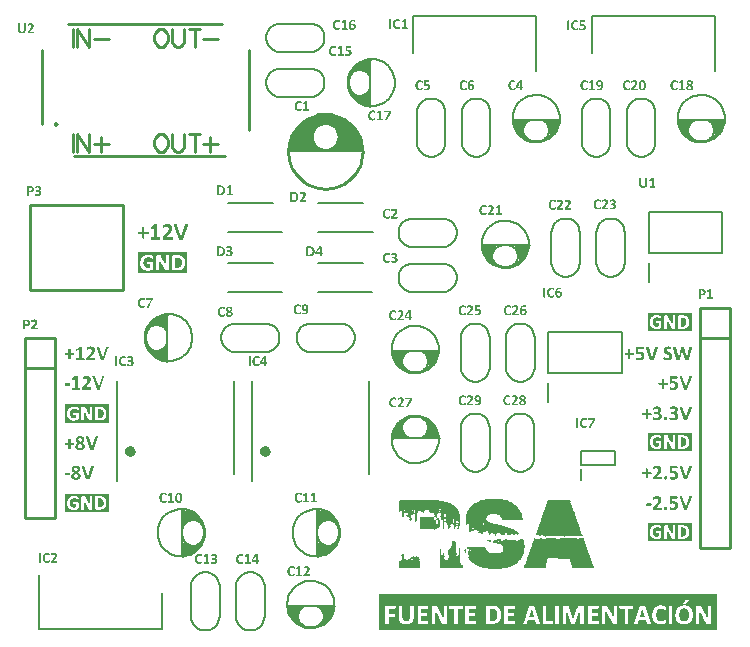
<source format=gto>
G04*
G04 #@! TF.GenerationSoftware,Altium Limited,Altium Designer,19.0.15 (446)*
G04*
G04 Layer_Color=65535*
%FSLAX25Y25*%
%MOIN*%
G70*
G01*
G75*
%ADD10C,0.00787*%
%ADD11C,0.02000*%
%ADD12C,0.00394*%
%ADD13C,0.01000*%
%ADD14C,0.00591*%
%ADD15C,0.01181*%
G36*
X161915Y46301D02*
X161970Y46214D01*
X161994Y46191D01*
X162096Y46183D01*
X163993Y46191D01*
X164048Y46136D01*
X164095Y46057D01*
X164119Y46033D01*
X164426Y46041D01*
X164481Y46002D01*
X164505Y45978D01*
X164552Y45900D01*
X164638Y45876D01*
X164843Y45892D01*
X164906Y45876D01*
X164961Y45821D01*
X165001Y45750D01*
X165064Y45734D01*
X165780Y45742D01*
X165835Y45703D01*
X165858Y45679D01*
X165874Y45648D01*
X165945Y45577D01*
X165977Y45561D01*
X166016Y45522D01*
X166055Y45451D01*
X166118Y45435D01*
X166276Y45419D01*
X166299Y45396D01*
X166346Y45317D01*
X166370Y45294D01*
X166433Y45278D01*
X166850Y45286D01*
X166905Y45246D01*
X166952Y45152D01*
X167015Y45136D01*
X167173Y45120D01*
X167212Y45081D01*
X167228Y45050D01*
X167299Y44979D01*
X167330Y44963D01*
X167369Y44924D01*
X167417Y44845D01*
X167488Y44821D01*
X167551Y44837D01*
X167629Y44821D01*
X167669Y44782D01*
X167716Y44703D01*
X167771Y44664D01*
X167810Y44640D01*
X167826Y44609D01*
X167881Y44538D01*
X167913Y44522D01*
X167952Y44499D01*
X167968Y44467D01*
X168038Y44381D01*
X168227Y44365D01*
X168282Y44310D01*
X168298Y44278D01*
X168353Y44223D01*
X168385Y44208D01*
X168440Y44152D01*
X168456Y44121D01*
X168511Y44066D01*
X168542Y44050D01*
X168582Y44011D01*
X168597Y43979D01*
X168652Y43924D01*
X168684Y43908D01*
X168739Y43853D01*
X168755Y43822D01*
X168810Y43767D01*
X168841Y43751D01*
X168881Y43712D01*
X168896Y43680D01*
X168951Y43625D01*
X168983Y43609D01*
X169038Y43554D01*
X169054Y43523D01*
X169109Y43468D01*
X169140Y43452D01*
X169195Y43397D01*
X169211Y43365D01*
X169251Y43326D01*
X169282Y43310D01*
X169321Y43287D01*
X169337Y43224D01*
X169353Y43066D01*
X169392Y43027D01*
X169471Y42980D01*
X169494Y42956D01*
X169510Y42752D01*
X169534Y42728D01*
X169613Y42681D01*
X169636Y42657D01*
X169652Y42626D01*
X169723Y42555D01*
X169754Y42539D01*
X169778Y42515D01*
X169794Y42484D01*
X169880Y42397D01*
X169912Y42382D01*
X169935Y42358D01*
X169951Y42295D01*
X169935Y42043D01*
X169990Y41972D01*
X170069Y41925D01*
X170093Y41901D01*
X170108Y41697D01*
X170132Y41673D01*
X170211Y41626D01*
X170250Y41587D01*
X170266Y41555D01*
X170321Y41500D01*
X170352Y41484D01*
X170392Y41445D01*
X170407Y41382D01*
X170392Y41177D01*
X170407Y40800D01*
X170447Y40760D01*
X170526Y40713D01*
X170549Y40690D01*
X170557Y40587D01*
X170541Y40493D01*
X170533Y40406D01*
X170581Y40327D01*
X170604Y40304D01*
X170683Y40257D01*
X170706Y40186D01*
X170691Y39934D01*
X170762Y39847D01*
X170840Y39800D01*
X170864Y39714D01*
X170848Y39603D01*
X170856Y39359D01*
X170840Y39296D01*
X170809Y39249D01*
X170746Y39233D01*
X170565Y39241D01*
X164371Y39233D01*
X164324Y39249D01*
X164261Y39233D01*
X164103Y39249D01*
X164064Y39289D01*
X164048Y39320D01*
X164009Y39375D01*
X163977Y39391D01*
X163922Y39430D01*
X163907Y39462D01*
X163875Y39493D01*
X163867Y39517D01*
X163836Y39533D01*
X163749Y39603D01*
X163733Y39808D01*
X163710Y39832D01*
X163608Y39887D01*
X163592Y39950D01*
X163600Y40209D01*
X163576Y40264D01*
X163552Y40288D01*
X163458Y40304D01*
X163411Y40288D01*
X163348Y40304D01*
X163308Y40327D01*
X163293Y40390D01*
X163277Y40564D01*
X163253Y40587D01*
X163175Y40634D01*
X163151Y40658D01*
X163135Y40690D01*
X163112Y40729D01*
X163033Y40760D01*
X162765Y40745D01*
X162695Y40800D01*
X162679Y41020D01*
X162592Y41059D01*
X162325Y41044D01*
X162238Y41115D01*
X162191Y41193D01*
X162104Y41217D01*
X161994Y41201D01*
X160082Y41209D01*
X160019Y41193D01*
X159987Y41162D01*
X159940Y41083D01*
X159916Y41059D01*
X159853Y41044D01*
X159790Y41059D01*
X159712Y41044D01*
X159688Y41020D01*
X159641Y40941D01*
X159601Y40902D01*
X159570Y40886D01*
X159515Y40831D01*
X159476Y40760D01*
X159413Y40745D01*
X159153Y40752D01*
X159098Y40729D01*
X159074Y40705D01*
X159058Y40642D01*
X159074Y40579D01*
X159058Y40501D01*
X159019Y40461D01*
X158940Y40414D01*
X158878Y40320D01*
X158767Y40241D01*
X158751Y40036D01*
X158720Y40005D01*
X158633Y39965D01*
X158602Y39887D01*
X158618Y39635D01*
X158602Y39525D01*
X158618Y39446D01*
X158673Y39391D01*
X158751Y39344D01*
X158767Y39155D01*
X158799Y39108D01*
X158878Y39060D01*
X158917Y39021D01*
X158933Y38989D01*
X158988Y38934D01*
X159019Y38919D01*
X159058Y38879D01*
X159074Y38848D01*
X159145Y38777D01*
X159177Y38761D01*
X159216Y38722D01*
X159263Y38643D01*
X159468Y38627D01*
X159515Y38580D01*
X159562Y38502D01*
X159633Y38478D01*
X159735Y38486D01*
X159790Y38462D01*
X159853Y38352D01*
X159932Y38320D01*
X160137Y38336D01*
X160373Y38320D01*
X160428Y38265D01*
X160467Y38195D01*
X160530Y38179D01*
X160688Y38163D01*
X160727Y38124D01*
X160743Y38076D01*
X160782Y38037D01*
X160845Y38021D01*
X161097Y38037D01*
X161168Y37982D01*
X161184Y37951D01*
X161239Y37880D01*
X162041Y37864D01*
X162081Y37825D01*
X162128Y37746D01*
X162199Y37722D01*
X162451Y37738D01*
X162537Y37667D01*
X162584Y37589D01*
X162671Y37565D01*
X162876Y37581D01*
X162954Y37565D01*
X163033Y37439D01*
X163096Y37423D01*
X163954Y37431D01*
X164009Y37408D01*
X164048Y37368D01*
X164095Y37290D01*
X164166Y37266D01*
X164229Y37282D01*
X164308Y37266D01*
X164347Y37227D01*
X164395Y37148D01*
X164418Y37124D01*
X164528Y37108D01*
X164576Y37124D01*
X164686Y37140D01*
X164733Y37124D01*
X164764Y37108D01*
X164788Y37085D01*
X164804Y37053D01*
X164859Y36983D01*
X164922Y36967D01*
X165119Y36975D01*
X165347Y36967D01*
X165394Y36983D01*
X165504Y36967D01*
X165559Y36912D01*
X165607Y36833D01*
X165693Y36809D01*
X165945Y36825D01*
X166000Y36786D01*
X166055Y36683D01*
X166118Y36668D01*
X166276Y36652D01*
X166315Y36613D01*
X166362Y36534D01*
X166433Y36510D01*
X166638Y36526D01*
X166669Y36510D01*
X166716Y36526D01*
X166874Y36510D01*
X166913Y36471D01*
X166960Y36392D01*
X166984Y36369D01*
X167189Y36353D01*
X167252Y36259D01*
X167299Y36211D01*
X167330Y36195D01*
X167369Y36156D01*
X167385Y36125D01*
X167409Y36085D01*
X167488Y36054D01*
X167739Y36070D01*
X167810Y36030D01*
X167865Y35928D01*
X167928Y35912D01*
X168086Y35897D01*
X168125Y35857D01*
X168141Y35826D01*
X168212Y35755D01*
X168243Y35739D01*
X168282Y35700D01*
X168322Y35629D01*
X168385Y35613D01*
X168542Y35597D01*
X168582Y35558D01*
X168629Y35479D01*
X168700Y35456D01*
X168794Y35471D01*
X168865Y35432D01*
X168912Y35353D01*
X168951Y35314D01*
X168983Y35298D01*
X169038Y35243D01*
X169077Y35172D01*
X169140Y35157D01*
X169298Y35141D01*
X169321Y35117D01*
X169337Y35086D01*
X169369Y35054D01*
X169377Y35031D01*
X169408Y35015D01*
X169439Y34984D01*
X169471Y34968D01*
X169510Y34881D01*
X169494Y34740D01*
X169471Y34716D01*
X169424Y34700D01*
X169353Y34755D01*
X169337Y34787D01*
X169282Y34858D01*
X169203Y34842D01*
X169180Y34818D01*
X169188Y34480D01*
X169148Y34425D01*
X169093Y34385D01*
X169054Y34346D01*
X169007Y34267D01*
X168920Y34259D01*
X168881Y34299D01*
X168865Y34346D01*
X168825Y34401D01*
X168747Y34417D01*
X168700Y34401D01*
X168613Y34425D01*
X168582Y34456D01*
X168566Y34582D01*
X168582Y34629D01*
X168597Y34661D01*
X168621Y34684D01*
X168708Y34708D01*
X168739Y34740D01*
X168723Y34850D01*
X168652Y34873D01*
X168621Y34858D01*
X168582Y34818D01*
X168566Y34755D01*
X168550Y34724D01*
X168479Y34700D01*
X168385Y34716D01*
X168298Y34677D01*
X168282Y34614D01*
X168267Y34440D01*
X168172Y34378D01*
X168125Y34330D01*
X168109Y34299D01*
X168070Y34259D01*
X168038Y34244D01*
X167999Y34204D01*
X167952Y34126D01*
X167928Y34102D01*
X167850Y34118D01*
X167787Y34212D01*
X167771Y34244D01*
X167739Y34259D01*
X167669Y34330D01*
X167653Y34362D01*
X167613Y34401D01*
X167535Y34448D01*
X167519Y34653D01*
X167472Y34700D01*
X167409Y34716D01*
X167283Y34700D01*
X167244Y34677D01*
X167228Y34614D01*
X167212Y34440D01*
X167189Y34417D01*
X167125Y34401D01*
X166866Y34409D01*
X166811Y34385D01*
X166771Y34346D01*
X166724Y34267D01*
X166653Y34244D01*
X166354Y34259D01*
X165638Y34252D01*
X165583Y34291D01*
X165528Y34378D01*
X165504Y34401D01*
X165426Y34448D01*
X165402Y34519D01*
X165418Y34771D01*
X165363Y34842D01*
X165331Y34858D01*
X165276Y34897D01*
X165229Y34976D01*
X165205Y34999D01*
X165142Y35015D01*
X165079Y34999D01*
X165016Y35015D01*
X164977Y35054D01*
X164961Y35164D01*
X164977Y35322D01*
X164961Y35416D01*
X164922Y35456D01*
X164827Y35440D01*
X164804Y35416D01*
X164788Y35353D01*
X164796Y35157D01*
X164788Y34991D01*
X164804Y34944D01*
X164820Y34913D01*
X164875Y34858D01*
X164906Y34842D01*
X164961Y34787D01*
X164945Y34456D01*
X164890Y34401D01*
X164820Y34362D01*
X164804Y34330D01*
X164749Y34259D01*
X164686Y34244D01*
X164560Y34259D01*
X164521Y34299D01*
X164473Y34378D01*
X164450Y34401D01*
X164355Y34417D01*
X164308Y34401D01*
X164158Y34409D01*
X164095Y34393D01*
X164064Y34362D01*
X164017Y34283D01*
X163993Y34259D01*
X163930Y34244D01*
X163804Y34259D01*
X163765Y34299D01*
X163718Y34378D01*
X163623Y34440D01*
X163592Y34519D01*
X163608Y34802D01*
X163584Y34842D01*
X163521Y34858D01*
X163442Y34810D01*
X163387Y34724D01*
X163364Y34700D01*
X163301Y34684D01*
X163214Y34708D01*
X163151Y34771D01*
X163135Y34802D01*
X163080Y34858D01*
X163049Y34873D01*
X162994Y34928D01*
X162978Y34960D01*
X162939Y34999D01*
X162907Y35015D01*
X162836Y35086D01*
X162820Y35117D01*
X162781Y35157D01*
X162687Y35172D01*
X162639Y35157D01*
X162490Y35164D01*
X162435Y35141D01*
X162396Y35102D01*
X162348Y35023D01*
X162262Y34999D01*
X162199Y35015D01*
X162112Y34991D01*
X162081Y34913D01*
X162096Y34802D01*
X162049Y34724D01*
X161963Y34669D01*
X161939Y34645D01*
X161923Y34582D01*
X161939Y34472D01*
X161978Y34433D01*
X162057Y34385D01*
X162081Y34362D01*
X162065Y34267D01*
X161939Y34189D01*
X161923Y34126D01*
X161939Y33921D01*
X161923Y33842D01*
X161884Y33803D01*
X161790Y33787D01*
X161742Y33803D01*
X161593Y33795D01*
X161530Y33811D01*
X161483Y33858D01*
X161467Y34661D01*
X161427Y34700D01*
X161317Y34716D01*
X161207Y34700D01*
X160924Y34716D01*
X160884Y34755D01*
X160877Y34810D01*
X160884Y34928D01*
X160861Y34968D01*
X160751Y35031D01*
X160696Y35149D01*
X160601Y35164D01*
X160530Y35172D01*
X160451Y35125D01*
X160428Y35102D01*
X160412Y34897D01*
X160318Y34834D01*
X160255Y34724D01*
X160200Y34700D01*
X160129Y34755D01*
X160113Y34802D01*
X160090Y34842D01*
X160027Y34858D01*
X159995Y34842D01*
X159956Y34802D01*
X159971Y34614D01*
X159987Y34566D01*
X159971Y34472D01*
X159901Y34401D01*
X159869Y34385D01*
X159814Y34330D01*
X159798Y34299D01*
X159743Y34244D01*
X159570Y34259D01*
X159531Y34299D01*
X159515Y34362D01*
X159523Y34920D01*
X159491Y34984D01*
X159389Y35039D01*
X159358Y35117D01*
X159373Y35338D01*
X159358Y35369D01*
X159373Y35416D01*
X159358Y35558D01*
X159302Y35613D01*
X159271Y35629D01*
X159216Y35684D01*
X159200Y35715D01*
X159161Y35755D01*
X159082Y35802D01*
X159058Y35826D01*
X159074Y36030D01*
X159051Y36054D01*
X158988Y36070D01*
X158956Y36054D01*
X158901Y35999D01*
X158885Y35967D01*
X158862Y35928D01*
X158830Y35912D01*
X158759Y35841D01*
X158767Y35708D01*
X158744Y35653D01*
X158720Y35629D01*
X158689Y35613D01*
X158633Y35574D01*
X158618Y35542D01*
X158563Y35471D01*
X158484Y35424D01*
X158460Y35401D01*
X158445Y35212D01*
X158389Y35157D01*
X158358Y35141D01*
X158295Y35046D01*
X158264Y35015D01*
X158169Y35031D01*
X158145Y35054D01*
X158161Y35259D01*
X158122Y35298D01*
X158020Y35353D01*
X158004Y35416D01*
X158012Y35597D01*
X158004Y35873D01*
X158020Y35920D01*
X158004Y35983D01*
Y35999D01*
X157980Y36038D01*
X157949Y36054D01*
X157878Y36109D01*
X157862Y36172D01*
X157870Y36384D01*
X157862Y36739D01*
X157878Y36786D01*
X157862Y36928D01*
X157823Y36967D01*
X157728Y36951D01*
X157705Y36928D01*
X157689Y36865D01*
X157697Y36148D01*
X157618Y36054D01*
X157587Y36038D01*
X157524Y35944D01*
X157406Y35857D01*
X157390Y35747D01*
X157406Y35700D01*
X157398Y35267D01*
X157429Y35188D01*
X157539Y35109D01*
X157563Y35039D01*
X157547Y34802D01*
X157563Y34755D01*
X157547Y34614D01*
X157492Y34558D01*
X157461Y34543D01*
X157422Y34519D01*
X157406Y34488D01*
X157335Y34401D01*
X157240Y34385D01*
X157193Y34401D01*
X157115Y34448D01*
X157099Y34637D01*
X157067Y34684D01*
X156989Y34732D01*
X156949Y34771D01*
X156933Y34976D01*
X156910Y34999D01*
X156847Y35015D01*
X156595Y34999D01*
X156548Y35015D01*
X156084Y35007D01*
X156052Y35039D01*
X156036Y35086D01*
X156076Y35157D01*
X156186Y35220D01*
X156209Y35291D01*
X156194Y35401D01*
X156154Y35440D01*
X156123Y35456D01*
X156068Y35495D01*
X156052Y35527D01*
X155997Y35597D01*
X155965Y35613D01*
X155895Y35668D01*
X155903Y35865D01*
X155855Y35912D01*
X155777Y35897D01*
X155721Y35841D01*
X155706Y35810D01*
X155643Y35747D01*
X155627Y35715D01*
X155556Y35629D01*
X155509Y35613D01*
X155462Y35629D01*
X155438Y35653D01*
X155422Y35715D01*
X155438Y35763D01*
X155454Y35826D01*
X155438Y35889D01*
X155414Y35912D01*
X155320Y35897D01*
X155265Y35841D01*
X155218Y35763D01*
X155068Y35755D01*
X154997Y35810D01*
X154966Y36030D01*
X154927Y36070D01*
X154706Y36085D01*
X154683Y36156D01*
X154667Y36219D01*
X154683Y36266D01*
X154698Y36408D01*
X154659Y36495D01*
X154549Y36558D01*
X154525Y36644D01*
X154533Y36809D01*
X154525Y36928D01*
X154541Y36975D01*
X154557Y37179D01*
X154509Y37258D01*
X154446Y37274D01*
X154391Y37250D01*
X154368Y37179D01*
X154352Y37006D01*
X154328Y36983D01*
X154297Y36967D01*
X154226Y36896D01*
X154210Y36865D01*
X154171Y36825D01*
X154139Y36809D01*
X154069Y36739D01*
X154053Y36707D01*
X154014Y36668D01*
X153809Y36652D01*
X153785Y36628D01*
X153770Y36518D01*
X153785Y36314D01*
X153770Y36203D01*
X153785Y36093D01*
X153809Y36070D01*
X153903Y36085D01*
X153927Y36109D01*
X153974Y36188D01*
X154053Y36266D01*
X154100Y36345D01*
X154124Y36369D01*
X154202Y36353D01*
X154226Y36329D01*
X154273Y36251D01*
X154328Y36195D01*
X154360Y36180D01*
X154384Y36156D01*
X154399Y36062D01*
X154384Y36015D01*
X154368Y35653D01*
X154328Y35613D01*
X153667Y35597D01*
X153628Y35558D01*
X153612Y35353D01*
X153589Y35330D01*
X153557Y35314D01*
X153486Y35259D01*
X153471Y35228D01*
X153345Y35102D01*
X153297Y35023D01*
X153211Y35015D01*
X153172Y35054D01*
X153124Y35133D01*
X153085Y35172D01*
X153053Y35188D01*
X153030Y35212D01*
X153014Y35275D01*
X153030Y35574D01*
X153022Y35833D01*
X153030Y35983D01*
X152959Y36070D01*
X152880Y36117D01*
X152857Y36203D01*
X152872Y36298D01*
X152896Y36337D01*
X152927Y36353D01*
X153014Y36424D01*
X153030Y36487D01*
X153014Y36770D01*
X152975Y36809D01*
X152896Y36857D01*
X152833Y36951D01*
X152802Y36967D01*
X152731Y37022D01*
X152715Y37085D01*
X152723Y37770D01*
X152707Y37833D01*
X152660Y37880D01*
X152550Y37896D01*
X152471Y37864D01*
X152416Y37809D01*
X152377Y37738D01*
X152314Y37722D01*
X152054Y37730D01*
X151991Y37699D01*
X151975Y37636D01*
X151960Y37463D01*
X151920Y37423D01*
X151841Y37439D01*
X151802Y37478D01*
X151818Y38250D01*
X151810Y40666D01*
X151849Y40721D01*
X151873Y40745D01*
X151904Y40760D01*
X151960Y40800D01*
X151975Y40910D01*
X151960Y41067D01*
X151975Y41162D01*
X151999Y41185D01*
X152101Y41240D01*
X152117Y41303D01*
X152133Y41461D01*
X152172Y41500D01*
X152251Y41547D01*
X152274Y41618D01*
X152266Y41783D01*
X152274Y41886D01*
X152259Y41933D01*
X152274Y42059D01*
X152314Y42098D01*
X152345Y42114D01*
X152400Y42153D01*
X152416Y42185D01*
X152455Y42240D01*
X152487Y42256D01*
X152518Y42287D01*
X152542Y42295D01*
X152558Y42327D01*
X152589Y42358D01*
X152605Y42390D01*
X152699Y42452D01*
X152731Y42531D01*
X152715Y42783D01*
X152731Y42814D01*
X152770Y42854D01*
X152802Y42870D01*
X152841Y42893D01*
X152857Y42925D01*
X152888Y42956D01*
X152904Y42988D01*
X152927Y43011D01*
X152959Y43027D01*
X153030Y43098D01*
X153046Y43129D01*
X153069Y43153D01*
X153101Y43169D01*
X153172Y43224D01*
X153187Y43444D01*
X153258Y43468D01*
X153431Y43483D01*
X153471Y43523D01*
X153486Y43727D01*
X153510Y43751D01*
X153541Y43767D01*
X153612Y43822D01*
X153628Y43853D01*
X153699Y43924D01*
X153730Y43940D01*
X153770Y43979D01*
X153785Y44011D01*
X153825Y44066D01*
X153888Y44082D01*
X153990Y44074D01*
X154045Y44097D01*
X154084Y44137D01*
X154100Y44341D01*
X154139Y44381D01*
X154344Y44396D01*
X154368Y44420D01*
X154415Y44499D01*
X154439Y44522D01*
X154470Y44538D01*
X154541Y44609D01*
X154557Y44640D01*
X154596Y44680D01*
X154628Y44695D01*
X154683Y44751D01*
X154698Y44782D01*
X154753Y44837D01*
X154903Y44829D01*
X154958Y44853D01*
X155021Y44963D01*
X155131Y44995D01*
X155289Y44979D01*
X155399Y44995D01*
X155438Y45034D01*
X155454Y45254D01*
X155541Y45294D01*
X155840Y45278D01*
X155997Y45294D01*
X156036Y45333D01*
X156084Y45412D01*
X156107Y45435D01*
X156312Y45451D01*
X156391Y45577D01*
X156453Y45593D01*
X156564Y45577D01*
X156634Y45632D01*
X156682Y45711D01*
X156705Y45734D01*
X156816Y45750D01*
X156878Y45734D01*
X157209Y45750D01*
X157233Y45774D01*
X157280Y45852D01*
X157319Y45892D01*
X157768Y45884D01*
X157846Y45931D01*
X157894Y46010D01*
X157917Y46033D01*
X157980Y46049D01*
X158232Y46033D01*
X158303Y46088D01*
X158350Y46167D01*
X158374Y46191D01*
X160003Y46183D01*
X160066Y46199D01*
X160097Y46214D01*
X160113Y46246D01*
X160168Y46332D01*
X160231Y46348D01*
X160459Y46340D01*
X161585Y46348D01*
X161632Y46332D01*
X161837Y46348D01*
X161915Y46301D01*
D02*
G37*
G36*
X129852Y45734D02*
X142798Y45742D01*
X142853Y45719D01*
X142893Y45679D01*
X142940Y45601D01*
X143011Y45577D01*
X143263Y45593D01*
X143570Y45585D01*
X143719Y45593D01*
X143806Y45522D01*
X143853Y45443D01*
X143916Y45427D01*
X143955Y45419D01*
X144003Y45435D01*
X144593Y45443D01*
X144656Y45427D01*
X144687Y45412D01*
X144703Y45380D01*
X144758Y45294D01*
X144821Y45278D01*
X145034Y45286D01*
X145404Y45278D01*
X145451Y45294D01*
X145561Y45278D01*
X145616Y45223D01*
X145663Y45144D01*
X145868Y45128D01*
X145915Y45081D01*
X145962Y45002D01*
X145986Y44979D01*
X146293Y44987D01*
X146371Y44924D01*
X146419Y44845D01*
X146490Y44821D01*
X146757Y44837D01*
X146828Y44766D01*
X146844Y44735D01*
X146899Y44680D01*
X146930Y44664D01*
X146970Y44625D01*
X146985Y44593D01*
X147025Y44538D01*
X147088Y44522D01*
X147245Y44507D01*
X147269Y44483D01*
X147316Y44404D01*
X147340Y44381D01*
X147544Y44365D01*
X147568Y44341D01*
X147615Y44263D01*
X147654Y44223D01*
X147686Y44208D01*
X147741Y44152D01*
X147757Y44121D01*
X147812Y44066D01*
X147843Y44050D01*
X147883Y44011D01*
X147898Y43979D01*
X147922Y43940D01*
X147985Y43924D01*
X148158Y43908D01*
X148182Y43885D01*
X148190Y43830D01*
X148182Y43696D01*
X148221Y43641D01*
X148300Y43594D01*
X148339Y43554D01*
X148379Y43483D01*
X148441Y43468D01*
X148615Y43452D01*
X148638Y43428D01*
X148654Y43208D01*
X148678Y43184D01*
X148756Y43137D01*
X148796Y43098D01*
X148811Y43066D01*
X148866Y43011D01*
X148898Y42996D01*
X148937Y42956D01*
X148953Y42925D01*
X149008Y42870D01*
X149040Y42854D01*
X149079Y42830D01*
X149095Y42767D01*
X149110Y42610D01*
X149150Y42570D01*
X149181Y42555D01*
X149221Y42531D01*
X149236Y42500D01*
X149307Y42413D01*
X149386Y42366D01*
X149402Y42177D01*
X149433Y42130D01*
X149512Y42083D01*
X149551Y42043D01*
X149543Y41752D01*
X149567Y41697D01*
X149606Y41658D01*
X149685Y41610D01*
X149708Y41539D01*
X149693Y41288D01*
X149748Y41217D01*
X149779Y41201D01*
X149835Y41162D01*
X149866Y41036D01*
X149850Y40989D01*
X149842Y40870D01*
X149858Y40808D01*
X149905Y40760D01*
X149937Y40745D01*
X149992Y40705D01*
X150008Y40642D01*
X150000Y40446D01*
X150008Y38958D01*
X149992Y38911D01*
X150008Y38470D01*
X150000Y38116D01*
X150008Y37951D01*
X149937Y37880D01*
X149866Y37840D01*
X149835Y37730D01*
X149850Y37620D01*
X149866Y37557D01*
X149850Y37510D01*
X149827Y37455D01*
X149795Y37439D01*
X149724Y37400D01*
X149708Y37368D01*
X149693Y37321D01*
X149708Y37053D01*
X149653Y36983D01*
X149575Y36935D01*
X149551Y36912D01*
X149535Y36802D01*
X149551Y36691D01*
X149535Y36565D01*
X149496Y36526D01*
X149417Y36479D01*
X149394Y36455D01*
X149378Y36266D01*
X149323Y36211D01*
X149291Y36195D01*
X149229Y36101D01*
X149197Y36070D01*
X149102Y36085D01*
X149079Y36156D01*
X149095Y36266D01*
X149079Y36329D01*
X148961Y36384D01*
X148937Y36455D01*
X148992Y36526D01*
X149095Y36581D01*
X149102Y36668D01*
X149095Y37101D01*
X149110Y37148D01*
X149079Y37227D01*
X149055Y37250D01*
X148953Y37305D01*
X148937Y37368D01*
X148977Y37423D01*
X149087Y37486D01*
X149110Y37557D01*
X149095Y37604D01*
X149079Y37840D01*
X149055Y37864D01*
X149024Y37880D01*
X148937Y37951D01*
X148922Y38045D01*
X148937Y38092D01*
X148953Y38124D01*
X149008Y38179D01*
X149079Y38218D01*
X149110Y38328D01*
X149095Y38439D01*
X149079Y39037D01*
X149024Y39092D01*
X148992Y39108D01*
X148969Y39131D01*
X148922Y39210D01*
X148898Y39233D01*
X148819Y39218D01*
X148780Y39178D01*
X148733Y39100D01*
X148678Y39060D01*
X148638Y39021D01*
X148623Y38832D01*
X148583Y38793D01*
X148504Y38745D01*
X148481Y38675D01*
X148496Y38376D01*
X148489Y38116D01*
X148512Y38061D01*
X148638Y37982D01*
X148654Y37872D01*
X148638Y37809D01*
X148646Y37077D01*
X148623Y37022D01*
X148567Y36967D01*
X148536Y36951D01*
X148496Y36912D01*
X148481Y36880D01*
X148426Y36825D01*
X148394Y36809D01*
X148339Y36754D01*
X148323Y36723D01*
X148268Y36668D01*
X148197Y36628D01*
X148182Y36565D01*
X148190Y36447D01*
X148127Y36369D01*
X148048Y36321D01*
X148032Y36117D01*
X147985Y36070D01*
X147883Y36062D01*
X147631Y36077D01*
X147584Y36125D01*
X147568Y36235D01*
X147584Y36298D01*
X147607Y36337D01*
X147639Y36353D01*
X147725Y36424D01*
X147741Y36487D01*
X147733Y36668D01*
X147741Y37195D01*
X147725Y37242D01*
X147741Y37368D01*
X147780Y37408D01*
X147843Y37423D01*
X147883Y37463D01*
X147867Y37557D01*
X147741Y37636D01*
X147725Y37667D01*
X147702Y37691D01*
X147670Y37707D01*
X147584Y37778D01*
X147599Y37856D01*
X147623Y37880D01*
X147702Y37927D01*
X147741Y37966D01*
X147725Y38124D01*
X147702Y38147D01*
X147623Y38179D01*
X147466Y38163D01*
X147442Y38140D01*
X147426Y37935D01*
X147371Y37880D01*
X147261Y37864D01*
X147198Y37880D01*
X147009Y37864D01*
X146985Y37840D01*
X146970Y37730D01*
X146985Y37683D01*
X147001Y37573D01*
X146985Y37478D01*
X146946Y37439D01*
X146852Y37455D01*
X146812Y37494D01*
X146797Y37699D01*
X146726Y37738D01*
X146584Y37722D01*
X146545Y37683D01*
X146529Y37652D01*
X146490Y37612D01*
X146458Y37596D01*
X146371Y37526D01*
X146387Y37463D01*
X146427Y37423D01*
X146505Y37376D01*
X146529Y37352D01*
X146545Y37321D01*
X146584Y37282D01*
X146647Y37266D01*
X146820Y37282D01*
X146867Y37266D01*
X146930Y37250D01*
X146985Y37195D01*
X146970Y37022D01*
X146946Y36998D01*
X146915Y36983D01*
X146844Y36928D01*
X146828Y36896D01*
X146789Y36841D01*
X146757Y36825D01*
X146686Y36770D01*
X146639Y36691D01*
X146616Y36668D01*
X146411Y36652D01*
X146387Y36628D01*
X146340Y36550D01*
X146317Y36526D01*
X146285Y36510D01*
X146214Y36439D01*
X146198Y36408D01*
X146159Y36369D01*
X146080Y36321D01*
X146065Y36133D01*
X146033Y36085D01*
X146002Y36070D01*
X145947Y36015D01*
X145931Y35983D01*
X145891Y35928D01*
X145828Y35912D01*
X145797Y35928D01*
X145758Y35967D01*
X145773Y36329D01*
X145758Y36377D01*
X145781Y36463D01*
X145797Y36495D01*
X145907Y36558D01*
X145931Y36644D01*
X145915Y36896D01*
X145923Y37187D01*
X145899Y37242D01*
X145805Y37305D01*
X145773Y37337D01*
X145758Y37447D01*
X145773Y37510D01*
X145758Y37683D01*
X145718Y37722D01*
X145640Y37770D01*
X145616Y37793D01*
X145600Y37998D01*
X145577Y38021D01*
X145474Y38076D01*
X145459Y38155D01*
X145474Y38203D01*
X145459Y38281D01*
X145419Y38320D01*
X145388Y38336D01*
X145333Y38376D01*
X145317Y38407D01*
X145278Y38462D01*
X145246Y38478D01*
X145215Y38509D01*
X145191Y38517D01*
X145175Y38549D01*
X145104Y38635D01*
X145026Y38683D01*
X145002Y38753D01*
X145018Y38879D01*
X145057Y38919D01*
X145089Y38934D01*
X145144Y38974D01*
X145159Y39005D01*
X145230Y39092D01*
X145301Y39131D01*
X145333Y39210D01*
X145317Y39320D01*
X145278Y39375D01*
X145215Y39391D01*
X145057Y39407D01*
X145034Y39430D01*
X145018Y39462D01*
X144963Y39533D01*
X144931Y39548D01*
X144876Y39588D01*
X144860Y39619D01*
X144735Y39745D01*
X144719Y39808D01*
X144735Y40091D01*
X144758Y40131D01*
X144790Y40146D01*
X144860Y40217D01*
X144876Y40249D01*
X144931Y40304D01*
X145081Y40296D01*
X145136Y40320D01*
X145159Y40343D01*
X145175Y40453D01*
X145159Y40611D01*
X145175Y40705D01*
X145199Y40729D01*
X145230Y40745D01*
X145317Y40815D01*
X145301Y41162D01*
X145278Y41185D01*
X145246Y41201D01*
X145175Y41256D01*
X145159Y41288D01*
X145089Y41359D01*
X145057Y41374D01*
X145034Y41398D01*
X145018Y41429D01*
X144963Y41484D01*
X144860Y41539D01*
X144876Y41618D01*
X144931Y41673D01*
X144963Y41689D01*
X145018Y41744D01*
X145034Y41807D01*
X145018Y41917D01*
X144978Y41957D01*
X144900Y41941D01*
X144860Y41901D01*
X144845Y41870D01*
X144719Y41744D01*
X144703Y41713D01*
X144648Y41658D01*
X144616Y41642D01*
X144561Y41587D01*
X144577Y40800D01*
X144632Y40745D01*
X144703Y40705D01*
X144719Y40642D01*
X144735Y40595D01*
X144719Y40548D01*
X144672Y40469D01*
X144585Y40414D01*
X144561Y40390D01*
X144546Y39729D01*
X144561Y39682D01*
X144577Y38974D01*
X144703Y38895D01*
X144719Y38832D01*
X144711Y37817D01*
X144719Y37652D01*
X144679Y37596D01*
X144577Y37541D01*
X144561Y37478D01*
X144569Y36762D01*
X144546Y36707D01*
X144522Y36683D01*
X144420Y36628D01*
X144404Y36565D01*
X144420Y36266D01*
X144380Y36227D01*
X144333Y36211D01*
X144247Y36282D01*
X144199Y36361D01*
X144144Y36400D01*
X144121Y36424D01*
X144105Y36487D01*
X144113Y39643D01*
X144065Y39690D01*
X143971Y39674D01*
X143948Y39603D01*
X143932Y39430D01*
X143892Y39391D01*
X143814Y39375D01*
X143766Y39391D01*
X143546Y39407D01*
X143507Y39446D01*
X143499Y39548D01*
X143507Y40076D01*
X143467Y40131D01*
X143389Y40178D01*
X143349Y40217D01*
X143365Y40548D01*
X143404Y40587D01*
X143436Y40603D01*
X143491Y40642D01*
X143507Y40705D01*
X143491Y41461D01*
X143452Y41500D01*
X143342Y41516D01*
X143231Y41500D01*
X143027Y41516D01*
X142673Y41508D01*
X142617Y41547D01*
X142594Y41571D01*
X142547Y41650D01*
X142476Y41673D01*
X142334Y41658D01*
X142311Y41634D01*
X142295Y41571D01*
X142350Y41500D01*
X142381Y41484D01*
X142452Y41429D01*
X142468Y41366D01*
X142452Y41288D01*
X142397Y41217D01*
X142318Y41170D01*
X142295Y41146D01*
X142279Y40044D01*
X142224Y39989D01*
X142122Y39981D01*
X142059Y39997D01*
X142011Y40044D01*
X141996Y40076D01*
X141956Y40131D01*
X141830Y40162D01*
X141783Y40146D01*
X141641Y40131D01*
X141555Y40186D01*
X141539Y40217D01*
X141484Y40288D01*
X141421Y40304D01*
X141256Y40327D01*
X141240Y40375D01*
X141224Y40501D01*
X141264Y40571D01*
X141295Y40587D01*
X141382Y40642D01*
X141398Y40705D01*
X141390Y40855D01*
X141398Y40973D01*
X141342Y41044D01*
X141256Y41083D01*
X141240Y41146D01*
X141224Y41303D01*
X141201Y41327D01*
X141091Y41390D01*
X141083Y41429D01*
X141154Y41516D01*
X141185Y41532D01*
X141342Y41689D01*
X141366Y41697D01*
X141382Y41728D01*
X141398Y41776D01*
X141382Y41901D01*
X141358Y41925D01*
X141248Y41988D01*
X141232Y42051D01*
X141224Y42059D01*
X141248Y42098D01*
X141350Y42122D01*
X141398Y42153D01*
X141382Y42248D01*
X141358Y42271D01*
X141264Y42256D01*
X141240Y42232D01*
X141224Y42169D01*
X141209Y42122D01*
X141004Y42106D01*
X140957Y42075D01*
X140925Y41996D01*
X140941Y41870D01*
X140980Y41831D01*
X141043Y41815D01*
X141083Y41791D01*
X141098Y41744D01*
X141059Y41673D01*
X141028Y41658D01*
X140996Y41626D01*
X140965Y41610D01*
X140925Y41571D01*
X140910Y41539D01*
X140886Y41516D01*
X140823Y41500D01*
X140540Y41516D01*
X140484Y41571D01*
X140469Y41602D01*
X140414Y41658D01*
X140382Y41673D01*
X140327Y41728D01*
X140311Y41760D01*
X140256Y41815D01*
X140225Y41831D01*
X140201Y41854D01*
X140185Y41917D01*
X140193Y42035D01*
X140170Y42090D01*
X140099Y42114D01*
X140028Y42075D01*
X140012Y42012D01*
X140020Y41705D01*
X139973Y41658D01*
X139863Y41642D01*
X139760Y41681D01*
X139729Y41760D01*
X139713Y41933D01*
X139642Y41957D01*
X139469Y41972D01*
X139446Y41996D01*
X139430Y42027D01*
X139406Y42067D01*
X139375Y42083D01*
X139288Y42138D01*
X139272Y42201D01*
X139288Y42232D01*
X139328Y42271D01*
X139406Y42319D01*
X139485Y42397D01*
X139564Y42445D01*
X139572Y42531D01*
X139532Y42570D01*
X139430Y42578D01*
X139351Y42563D01*
X139202Y42555D01*
X139131Y42610D01*
X139084Y42689D01*
X139060Y42712D01*
X138950Y42728D01*
X138903Y42712D01*
X138454Y42720D01*
X138423Y42704D01*
X138415Y42696D01*
X138375Y42657D01*
X138360Y42626D01*
X138289Y42555D01*
X138257Y42539D01*
X138218Y42500D01*
X138202Y42311D01*
X138163Y42271D01*
X138131Y42256D01*
X138060Y42185D01*
X138045Y42153D01*
X138005Y42114D01*
X137974Y42098D01*
X137903Y42027D01*
X137887Y41996D01*
X137864Y41972D01*
X137832Y41957D01*
X137761Y41901D01*
X137746Y41697D01*
X137706Y41658D01*
X137596Y41642D01*
X137533Y41658D01*
X137502Y41673D01*
X137462Y41713D01*
X137447Y41917D01*
X137407Y41957D01*
X137281Y41972D01*
X137234Y41957D01*
X137061Y41972D01*
X137006Y42027D01*
X136990Y42059D01*
X136935Y42114D01*
X136904Y42130D01*
X136864Y42169D01*
X136848Y42232D01*
X136864Y42515D01*
X136825Y42555D01*
X136778Y42570D01*
X136707Y42515D01*
X136691Y42484D01*
X136620Y42397D01*
X136589Y42382D01*
X136565Y42358D01*
X136549Y42327D01*
X136479Y42256D01*
X136368Y42240D01*
X136282Y42311D01*
X136266Y42342D01*
X136227Y42397D01*
X136164Y42413D01*
X136093Y42374D01*
X136101Y42177D01*
X136069Y42130D01*
X135959Y42067D01*
X135943Y41862D01*
X135896Y41815D01*
X135825Y41776D01*
X135810Y41744D01*
X135755Y41673D01*
X135723Y41658D01*
X135652Y41602D01*
X135636Y41492D01*
X135652Y41382D01*
X135636Y41256D01*
X135581Y41201D01*
X135511Y41162D01*
X135495Y41099D01*
X135503Y39045D01*
X135471Y38966D01*
X135440Y38950D01*
X135353Y38879D01*
X135337Y38848D01*
X135266Y38777D01*
X135235Y38761D01*
X135196Y38722D01*
X135156Y38651D01*
X135062Y38620D01*
X135015Y38635D01*
X134779Y38651D01*
X134739Y38690D01*
X134755Y39053D01*
X134779Y39076D01*
X134881Y39131D01*
X134912Y39257D01*
X134857Y39359D01*
X134755Y39415D01*
X134739Y39478D01*
X134755Y39509D01*
X134794Y39548D01*
X134873Y39595D01*
X134897Y39619D01*
X134889Y40068D01*
X134928Y40123D01*
X135023Y40186D01*
X135054Y40264D01*
X135038Y40406D01*
X135054Y40453D01*
X135038Y40548D01*
X134999Y40587D01*
X134920Y40634D01*
X134897Y40658D01*
X134881Y40721D01*
X134897Y40926D01*
X134889Y41311D01*
X134897Y41414D01*
X134849Y41492D01*
X134779Y41516D01*
X134660Y41492D01*
X134605Y41453D01*
X134582Y41366D01*
X134598Y41319D01*
X134582Y41256D01*
X134527Y41201D01*
X134401Y41185D01*
X134330Y41225D01*
X134275Y41327D01*
X134165Y41390D01*
X134133Y41469D01*
X134117Y41500D01*
X134055Y41516D01*
X134007Y41500D01*
X133984Y41477D01*
X133968Y41429D01*
X134023Y41359D01*
X134110Y41319D01*
X134125Y41256D01*
X134141Y41083D01*
X134157Y41036D01*
X134141Y40941D01*
X134102Y40902D01*
X134007Y40918D01*
X133984Y40941D01*
X133929Y41044D01*
X133834Y41075D01*
X133740Y41044D01*
X133685Y40989D01*
X133677Y39957D01*
X133693Y39895D01*
X133740Y39847D01*
X133818Y39800D01*
X133842Y39729D01*
X133826Y39446D01*
X133771Y39391D01*
X133700Y39351D01*
X133669Y39241D01*
X133685Y39178D01*
X133669Y38974D01*
X133645Y38950D01*
X133582Y38934D01*
X133267Y38950D01*
X133244Y38974D01*
X133228Y39037D01*
X133236Y39296D01*
X133212Y39351D01*
X133173Y39391D01*
X133031Y39407D01*
X132984Y39391D01*
X132921Y39375D01*
X132811Y39391D01*
X132787Y39415D01*
X132772Y39478D01*
X132811Y39533D01*
X132843Y39548D01*
X132929Y39619D01*
X133016Y39706D01*
X133047Y39721D01*
X133071Y39745D01*
X133087Y39808D01*
X133071Y39950D01*
X133031Y39989D01*
X132827Y40005D01*
X132787Y40044D01*
X132740Y40123D01*
X132646Y40186D01*
X132630Y40217D01*
X132575Y40288D01*
X132512Y40304D01*
X132410Y40296D01*
X132354Y40320D01*
X132331Y40343D01*
X132315Y40406D01*
X132331Y40516D01*
X132284Y40595D01*
X132063Y40611D01*
X132032Y40642D01*
X132016Y40705D01*
X132032Y40863D01*
X132055Y40886D01*
X132118Y40902D01*
X132362Y40894D01*
X132425Y40910D01*
X132473Y40957D01*
X132480Y41059D01*
X132473Y41492D01*
X132488Y41539D01*
X132473Y41587D01*
X132457Y41618D01*
X132418Y41658D01*
X131898Y41673D01*
X131874Y41744D01*
X131859Y41933D01*
X131835Y41957D01*
X131741Y41941D01*
X131662Y41815D01*
X131599Y41799D01*
X131536Y41815D01*
X131473Y41799D01*
X131449Y41776D01*
X131394Y41673D01*
X131276Y41634D01*
X131261Y41429D01*
X131276Y41366D01*
X131261Y41256D01*
X131205Y41201D01*
X131127Y41154D01*
X131103Y41083D01*
X131119Y40973D01*
X131174Y40918D01*
X131221Y40902D01*
X131261Y40863D01*
X131245Y40768D01*
X131221Y40745D01*
X131119Y40690D01*
X131103Y40626D01*
X131119Y40516D01*
X131158Y40477D01*
X131261Y40422D01*
X131245Y40327D01*
X131205Y40288D01*
X131127Y40241D01*
X131103Y40217D01*
X131087Y40186D01*
X131032Y40131D01*
X131009Y40123D01*
X130993Y40091D01*
X130922Y40005D01*
X130859Y39989D01*
X130820Y40013D01*
X130804Y40076D01*
X130812Y40241D01*
X130765Y40288D01*
X130686Y40335D01*
X130662Y40359D01*
X130670Y42208D01*
X130639Y42256D01*
X130529Y42240D01*
X130450Y42114D01*
X130387Y42098D01*
X130229Y42114D01*
X130182Y42098D01*
X130119Y42114D01*
X130088Y42130D01*
X130064Y42153D01*
X130049Y42216D01*
X130064Y42610D01*
X130017Y42689D01*
X129993Y42712D01*
X129867Y42744D01*
X129789Y42696D01*
X129765Y42641D01*
X129836Y42555D01*
X129891Y42500D01*
X129875Y42437D01*
X129836Y42397D01*
X129805Y42382D01*
X129781Y42358D01*
X129765Y42295D01*
X129781Y42059D01*
X129734Y41980D01*
X129710Y41957D01*
X129631Y41972D01*
X129608Y41996D01*
X129592Y42059D01*
X129600Y42555D01*
X129592Y42736D01*
X129608Y42783D01*
X129600Y45640D01*
X129631Y45719D01*
X129742Y45750D01*
X129852Y45734D01*
D02*
G37*
G36*
X141201Y40288D02*
X141240Y40249D01*
X141256Y40186D01*
X141311Y40131D01*
X141342Y40115D01*
X141398Y40060D01*
X141413Y39997D01*
X141374Y39895D01*
X141327Y39847D01*
X141256Y39808D01*
X141224Y39698D01*
X141240Y39635D01*
X141256Y38974D01*
X141279Y38950D01*
X141405Y38919D01*
X141453Y38934D01*
X141523Y38974D01*
X141539Y39037D01*
X141555Y39194D01*
X141594Y39233D01*
X141673Y39281D01*
X141736Y39375D01*
X141815Y39407D01*
X141925Y39391D01*
X141980Y39351D01*
X141996Y39289D01*
X141980Y38989D01*
X141925Y38934D01*
X141854Y38895D01*
X141838Y38832D01*
X141854Y37935D01*
X141909Y37880D01*
X141941Y37864D01*
X141996Y37809D01*
X142011Y37778D01*
X142051Y37738D01*
X142082Y37722D01*
X142122Y37683D01*
X142169Y37604D01*
X142192Y37581D01*
X142271Y37596D01*
X142295Y37620D01*
X142342Y37699D01*
X142381Y37738D01*
X142413Y37754D01*
X142436Y37778D01*
X142452Y37840D01*
X142444Y38053D01*
X142452Y38801D01*
X142436Y38816D01*
X142452Y38864D01*
X142436Y39037D01*
X142397Y39076D01*
X142318Y39123D01*
X142295Y39147D01*
X142279Y39257D01*
X142295Y39304D01*
X142311Y39808D01*
X142334Y39832D01*
X142397Y39847D01*
X142712Y39832D01*
X142736Y39808D01*
X142751Y39745D01*
Y39603D01*
Y39588D01*
X142736Y39525D01*
X142751Y39462D01*
X142767Y39430D01*
X142806Y39391D01*
X143027Y39375D01*
X143050Y39304D01*
X143066Y39131D01*
X143105Y39092D01*
X143184Y39045D01*
X143208Y38974D01*
X143192Y37478D01*
X143153Y37439D01*
X143121Y37423D01*
X143050Y37368D01*
X143042Y37282D01*
X143058Y37156D01*
X143066Y37116D01*
X143050Y37069D01*
X143035Y37006D01*
X143011Y36983D01*
X142948Y36967D01*
X142830Y36975D01*
X142775Y36951D01*
X142751Y36928D01*
X142736Y36723D01*
X142680Y36668D01*
X142649Y36652D01*
X142594Y36597D01*
X142578Y36565D01*
X142539Y36526D01*
X142476Y36510D01*
X142413Y36526D01*
X142350Y36510D01*
X142295Y36455D01*
X142247Y36377D01*
X142043Y36361D01*
X142011Y36329D01*
X141964Y36251D01*
X141925Y36211D01*
X141775Y36219D01*
X141720Y36195D01*
X141657Y36085D01*
X141578Y36054D01*
X141374Y36070D01*
X136801Y36062D01*
X136746Y36085D01*
X136707Y36125D01*
X136699Y36227D01*
X136707Y40139D01*
X136691Y40154D01*
X136707Y40202D01*
X136723Y40264D01*
X136746Y40288D01*
X136809Y40304D01*
X137022Y40296D01*
X140681Y40304D01*
X140728Y40288D01*
X140886Y40304D01*
X141201Y40288D01*
D02*
G37*
G36*
X179214Y45734D02*
X186605Y45742D01*
X186668Y45726D01*
X186715Y45679D01*
X186707Y44932D01*
X186731Y44877D01*
X186770Y44837D01*
X186801Y44821D01*
X186841Y44798D01*
X186856Y44766D01*
X186911Y44695D01*
X186943Y44680D01*
X187014Y44625D01*
X187030Y44420D01*
X187069Y44381D01*
X187116Y44365D01*
X187171Y44310D01*
X187163Y43861D01*
X187195Y43798D01*
X187226Y43782D01*
X187313Y43712D01*
X187329Y43649D01*
X187313Y43397D01*
X187368Y43326D01*
X187447Y43279D01*
X187470Y43255D01*
X187486Y43051D01*
X187612Y42972D01*
X187628Y42909D01*
X187620Y42728D01*
X187628Y42641D01*
X187612Y42594D01*
X187628Y42468D01*
X187683Y42413D01*
X187761Y42366D01*
X187777Y42161D01*
X187824Y42114D01*
X187903Y42067D01*
X187927Y42043D01*
X187943Y41854D01*
X187982Y41815D01*
X188061Y41768D01*
X188084Y41681D01*
X188068Y41429D01*
X188084Y41256D01*
X188124Y41217D01*
X188155Y41201D01*
X188226Y41146D01*
X188234Y41028D01*
X188218Y40933D01*
X188210Y40863D01*
X188250Y40776D01*
X188281Y40760D01*
X188367Y40705D01*
X188383Y40642D01*
X188367Y40532D01*
X188423Y40461D01*
X188501Y40414D01*
X188525Y40390D01*
X188541Y40280D01*
X188525Y40233D01*
X188541Y39887D01*
X188564Y39863D01*
X188643Y39816D01*
X188682Y39777D01*
X188674Y39643D01*
X188698Y39588D01*
X188737Y39548D01*
X188769Y39533D01*
X188840Y39462D01*
X188856Y39430D01*
X188895Y39391D01*
X188966Y39351D01*
X188981Y39289D01*
X188973Y38761D01*
X188989Y38698D01*
X189021Y38651D01*
X189100Y38604D01*
X189123Y38580D01*
X189139Y38517D01*
X189123Y38423D01*
X189162Y38352D01*
X189265Y38297D01*
X189296Y38218D01*
X189273Y38037D01*
X189265Y38014D01*
X189280Y37966D01*
X189320Y37896D01*
X189399Y37848D01*
X189438Y37809D01*
X189430Y37518D01*
X189454Y37463D01*
X189477Y37439D01*
X189556Y37392D01*
X189579Y37368D01*
X189595Y37305D01*
X189579Y37053D01*
X189635Y36983D01*
X189713Y36935D01*
X189737Y36912D01*
X189753Y36707D01*
X189776Y36683D01*
X189855Y36636D01*
X189894Y36597D01*
X189886Y36369D01*
X189894Y36298D01*
X189879Y36251D01*
X189894Y36125D01*
X189950Y36070D01*
X190020Y36030D01*
X190052Y35920D01*
X190036Y35810D01*
X190052Y35668D01*
X190107Y35613D01*
X190138Y35597D01*
X190193Y35542D01*
X190209Y35511D01*
X190264Y35456D01*
X190296Y35440D01*
X190335Y35401D01*
X190351Y35338D01*
X190335Y35133D01*
X190351Y34755D01*
X190390Y34716D01*
X190422Y34700D01*
X190477Y34661D01*
X190492Y34629D01*
X190548Y34558D01*
X190626Y34511D01*
X190650Y34440D01*
X190634Y34189D01*
X190705Y34102D01*
X190776Y34063D01*
X190807Y33984D01*
X190792Y33858D01*
X190736Y33803D01*
X190595D01*
X186951Y33795D01*
X186856Y33874D01*
X186841Y33905D01*
X186786Y33960D01*
X186762Y33968D01*
X186746Y34000D01*
X186675Y34086D01*
X186628Y34102D01*
X186581Y34086D01*
X186557Y34063D01*
X186565Y33866D01*
X186526Y33811D01*
X186463Y33795D01*
X186424Y33787D01*
X186376Y33803D01*
X186203Y33787D01*
X186117Y33858D01*
X186046Y33945D01*
X186006Y33968D01*
X185991Y34000D01*
X185959Y34031D01*
X185943Y34063D01*
X185904Y34102D01*
X185825Y34086D01*
X185802Y34063D01*
X185794Y34008D01*
X185810Y33866D01*
X185770Y33811D01*
X185707Y33795D01*
X185636Y33787D01*
X185589Y33803D01*
X184944Y33787D01*
X184920Y33764D01*
X184905Y33732D01*
X184834Y33646D01*
X184487Y33661D01*
X184464Y33685D01*
X184417Y33764D01*
X184377Y33803D01*
X183929Y33795D01*
X183874Y33834D01*
X183850Y33858D01*
X183834Y33889D01*
X183763Y33960D01*
X183732Y33976D01*
X183693Y34016D01*
X183677Y34047D01*
X183622Y34102D01*
X183590Y34118D01*
X183551Y34157D01*
X183535Y34189D01*
X183511Y34228D01*
X183480Y34244D01*
X183433Y34259D01*
X183134Y34244D01*
X183094Y34204D01*
X183079Y34094D01*
X183094Y33937D01*
X183079Y33842D01*
X183039Y33803D01*
X182937Y33795D01*
X182803Y33803D01*
X182756Y33787D01*
X182654Y33827D01*
X182638Y33889D01*
X182622Y34063D01*
X182599Y34086D01*
X182488Y34118D01*
X182394Y34102D01*
X182339Y34047D01*
X182292Y33968D01*
X182221Y33945D01*
X182079Y33960D01*
X182040Y34000D01*
X181993Y34078D01*
X181969Y34102D01*
X181859Y34118D01*
X181756Y34078D01*
X181725Y34000D01*
X181709Y33827D01*
X181607Y33787D01*
X181449Y33803D01*
X181064Y33795D01*
X181009Y33819D01*
X180985Y33842D01*
X180938Y33921D01*
X180914Y33945D01*
X180859Y33953D01*
X180741Y33945D01*
X180686Y33984D01*
X180631Y34086D01*
X180521Y34118D01*
X180434Y34094D01*
X180379Y34055D01*
X180363Y33850D01*
X180316Y33803D01*
X180206Y33787D01*
X180159Y33803D01*
X179938Y33819D01*
X179915Y33842D01*
X179923Y34055D01*
X179876Y34102D01*
X179797Y34086D01*
X179757Y34047D01*
X179710Y33968D01*
X179671Y33929D01*
X179639Y33913D01*
X179576Y33819D01*
X179498Y33787D01*
X179246Y33803D01*
X179104Y33787D01*
X179033Y33842D01*
X178986Y33921D01*
X178963Y33945D01*
X178884Y33929D01*
X178844Y33889D01*
X178829Y33842D01*
X178789Y33803D01*
X178734Y33795D01*
X178616Y33803D01*
X178561Y33748D01*
X178514Y33669D01*
X178490Y33646D01*
X178388Y33638D01*
X178325Y33653D01*
X178270Y33693D01*
X178246Y33779D01*
X178262Y33842D01*
X178231Y33921D01*
X178207Y33945D01*
X178097Y33960D01*
X177987Y33945D01*
X177703Y33960D01*
X177648Y34016D01*
X177601Y34094D01*
X177396Y34110D01*
X177333Y34220D01*
X177310Y34244D01*
X177215Y34228D01*
X177192Y34204D01*
X177137Y34102D01*
X177026Y34086D01*
X176963Y34102D01*
X176869Y34118D01*
X176822Y34102D01*
X176790Y34086D01*
X176751Y34047D01*
X176704Y33968D01*
X176633Y33945D01*
X176334Y33960D01*
X176310Y33984D01*
X176295Y34016D01*
X176224Y34102D01*
X175791Y34094D01*
X175712Y34126D01*
X175696Y34157D01*
X175641Y34244D01*
X175578Y34259D01*
X175279Y34244D01*
X175240Y34204D01*
X175224Y34173D01*
X175169Y34102D01*
X175106Y34086D01*
X174964Y34102D01*
X174941Y34126D01*
X174933Y34181D01*
X174957Y34236D01*
X175051Y34299D01*
X175082Y34330D01*
X175098Y34519D01*
X175193Y34582D01*
X175224Y34614D01*
X175240Y34645D01*
X175311Y34716D01*
X175342Y34732D01*
X175382Y34771D01*
X175389Y34873D01*
X175382Y35401D01*
X175437Y35456D01*
X175515Y35503D01*
X175539Y35574D01*
X175531Y35676D01*
X175555Y35731D01*
X175578Y35755D01*
X175665Y35794D01*
X175681Y35857D01*
X175696Y36015D01*
X175736Y36054D01*
X175767Y36070D01*
X175822Y36109D01*
X175838Y36172D01*
X175830Y36573D01*
X175854Y36628D01*
X175893Y36668D01*
X175972Y36715D01*
X175995Y36786D01*
X175980Y36849D01*
X175995Y36928D01*
X176035Y36967D01*
X176121Y37006D01*
X176153Y37116D01*
X176137Y37227D01*
X176121Y37290D01*
X176137Y37352D01*
X176153Y37384D01*
X176176Y37408D01*
X176208Y37423D01*
X176279Y37478D01*
X176295Y37541D01*
X176279Y37778D01*
X176326Y37856D01*
X176420Y37919D01*
X176436Y37966D01*
X176452Y38029D01*
X176436Y38187D01*
X176452Y38281D01*
X176507Y38336D01*
X176586Y38383D01*
X176601Y38588D01*
X176633Y38620D01*
X176712Y38667D01*
X176735Y38690D01*
X176751Y38753D01*
X176743Y38934D01*
X176751Y39005D01*
X176735Y39053D01*
X176751Y39194D01*
X176775Y39218D01*
X176806Y39233D01*
X176877Y39273D01*
X176893Y39336D01*
X176908Y39509D01*
X177034Y39588D01*
X177050Y39651D01*
X177042Y39753D01*
X177066Y39808D01*
X177089Y39832D01*
X177168Y39879D01*
X177192Y39902D01*
X177207Y40013D01*
X177192Y40076D01*
X177207Y40548D01*
X177247Y40587D01*
X177325Y40634D01*
X177349Y40705D01*
X177365Y40863D01*
X177388Y40886D01*
X177467Y40933D01*
X177491Y40957D01*
X177506Y41020D01*
X177491Y41083D01*
X177506Y41162D01*
X177530Y41185D01*
X177632Y41240D01*
X177664Y41351D01*
X177648Y41398D01*
X177664Y41760D01*
X177719Y41815D01*
X177790Y41854D01*
X177806Y41917D01*
X177798Y42020D01*
X177821Y42075D01*
X177845Y42098D01*
X177924Y42145D01*
X177947Y42169D01*
X177963Y42374D01*
X177987Y42397D01*
X178089Y42452D01*
X178105Y42515D01*
X178097Y42917D01*
X178120Y42972D01*
X178160Y43011D01*
X178238Y43058D01*
X178262Y43145D01*
X178246Y43397D01*
X178278Y43428D01*
X178286Y43452D01*
X178388Y43507D01*
X178404Y43570D01*
X178419Y43727D01*
X178459Y43767D01*
X178537Y43814D01*
X178561Y43885D01*
X178553Y44302D01*
X178593Y44357D01*
X178679Y44412D01*
X178703Y44436D01*
X178718Y44640D01*
X178742Y44664D01*
X178821Y44711D01*
X178860Y44751D01*
X178876Y44782D01*
X178931Y44837D01*
X178963Y44853D01*
X179018Y44908D01*
X179002Y45301D01*
X179010Y45483D01*
X179002Y45663D01*
X179041Y45719D01*
X179151Y45750D01*
X179214Y45734D01*
D02*
G37*
G36*
X189934Y33347D02*
X190752Y33331D01*
X190776Y33307D01*
X190823Y33228D01*
X190847Y33205D01*
X190910Y33189D01*
X191067Y33173D01*
X191091Y33150D01*
X191106Y32945D01*
X191162Y32890D01*
X191232Y32851D01*
X191248Y32788D01*
X191240Y32386D01*
X191264Y32331D01*
X191303Y32292D01*
X191382Y32245D01*
X191405Y32174D01*
X191390Y32064D01*
X191445Y31993D01*
X191547Y31938D01*
X191563Y31717D01*
X191689Y31639D01*
X191704Y31576D01*
X191697Y31159D01*
X191736Y31103D01*
X191760Y31080D01*
X191838Y31033D01*
X191862Y30946D01*
X191846Y30741D01*
X191862Y30678D01*
X191917Y30623D01*
X191996Y30576D01*
X192011Y30371D01*
X192043Y30340D01*
X192122Y30293D01*
X192145Y30269D01*
X192161Y30206D01*
X192153Y30025D01*
X192161Y29954D01*
X192145Y29907D01*
X192161Y29781D01*
X192185Y29742D01*
X192287Y29687D01*
X192318Y29577D01*
X192303Y29466D01*
X192287Y29388D01*
X192303Y29340D01*
X192318Y29309D01*
X192342Y29285D01*
X192374Y29270D01*
X192444Y29215D01*
X192460Y29183D01*
X192499Y29128D01*
X192578Y29081D01*
X192602Y29057D01*
X192617Y28994D01*
X192602Y28790D01*
X192617Y28412D01*
X192673Y28357D01*
X192751Y28310D01*
X192767Y28105D01*
X192798Y28073D01*
X192877Y28026D01*
X192901Y28003D01*
X192917Y27940D01*
X192901Y27845D01*
X192940Y27774D01*
X193043Y27719D01*
X193074Y27609D01*
X193058Y27546D01*
X193074Y27200D01*
X193113Y27160D01*
X193145Y27145D01*
X193200Y27105D01*
X193216Y27042D01*
X193208Y26940D01*
X193231Y26885D01*
X193255Y26861D01*
X193334Y26814D01*
X193357Y26790D01*
X193373Y26680D01*
X193357Y26570D01*
X193373Y26444D01*
X193412Y26405D01*
X193491Y26358D01*
X193515Y26334D01*
X193507Y26043D01*
X193530Y25988D01*
X193570Y25948D01*
X193649Y25901D01*
X193672Y25830D01*
X193656Y25578D01*
X193727Y25492D01*
X193759Y25476D01*
X193814Y25421D01*
X193830Y25390D01*
X193885Y25335D01*
X193916Y25319D01*
X193955Y25295D01*
X193971Y25232D01*
X193963Y25051D01*
X193971Y24791D01*
X193955Y24744D01*
X193971Y24634D01*
X194010Y24595D01*
X194089Y24547D01*
X194113Y24524D01*
X194129Y24319D01*
X194152Y24296D01*
X194262Y24233D01*
X194278Y24028D01*
X194325Y23981D01*
X194404Y23934D01*
X194428Y23863D01*
X194412Y23595D01*
X194428Y23548D01*
X194412Y23422D01*
X194373Y23383D01*
X194310Y23367D01*
X194129Y23375D01*
X187242Y23367D01*
X187171Y23422D01*
X187155Y23532D01*
X187171Y23642D01*
X187155Y24083D01*
X187132Y24107D01*
X187100Y24123D01*
X187014Y24193D01*
X186998Y24398D01*
X186872Y24477D01*
X186856Y24587D01*
X186872Y24791D01*
X186833Y24862D01*
X186754Y24909D01*
X186715Y24949D01*
X186699Y25043D01*
X186715Y25091D01*
X186699Y25594D01*
X186660Y25634D01*
X186581Y25681D01*
X186557Y25704D01*
X186542Y25909D01*
X186518Y25933D01*
X186439Y25980D01*
X186416Y26004D01*
X186400Y26066D01*
X186416Y26318D01*
X186361Y26389D01*
X186250Y26405D01*
X186140Y26389D01*
X179238Y26397D01*
X179175Y26350D01*
X179159Y26318D01*
X179120Y26263D01*
X179088Y26248D01*
X179018Y26192D01*
X179002Y26129D01*
X179010Y25917D01*
X179002Y25563D01*
X179018Y25515D01*
X179002Y25390D01*
X178963Y25350D01*
X178884Y25303D01*
X178860Y25279D01*
X178844Y25075D01*
X178821Y25051D01*
X178718Y24996D01*
X178703Y24933D01*
X178711Y24673D01*
X178687Y24618D01*
X178663Y24595D01*
X178585Y24547D01*
X178561Y24524D01*
X178545Y24461D01*
X178561Y24209D01*
X178553Y23934D01*
X178561Y23753D01*
X178506Y23682D01*
X178427Y23634D01*
X178404Y23611D01*
X178388Y23406D01*
X178364Y23383D01*
X178301Y23367D01*
X178120Y23375D01*
X173264Y23367D01*
X173249D01*
X171344Y23383D01*
X171320Y23406D01*
X171305Y23469D01*
X171289Y23516D01*
X171305Y23564D01*
X171297Y24028D01*
X171320Y24083D01*
X171360Y24123D01*
X171391Y24138D01*
X171431Y24162D01*
X171446Y24193D01*
X171517Y24280D01*
X171596Y24327D01*
X171612Y24532D01*
X171659Y24579D01*
X171738Y24626D01*
X171761Y24697D01*
X171753Y25098D01*
X171777Y25153D01*
X171800Y25177D01*
X171903Y25232D01*
X171919Y25437D01*
X171958Y25476D01*
X171989Y25492D01*
X172045Y25531D01*
X172060Y25594D01*
X172052Y25838D01*
X172076Y25893D01*
X172115Y25933D01*
X172147Y25948D01*
X172202Y25988D01*
X172218Y26051D01*
X172202Y26318D01*
X172241Y26373D01*
X172344Y26428D01*
X172375Y26539D01*
X172351Y26673D01*
X172344Y26728D01*
X172359Y26775D01*
X172375Y26806D01*
X172399Y26830D01*
X172477Y26877D01*
X172517Y26916D01*
X172532Y27121D01*
X172658Y27200D01*
X172674Y27310D01*
X172658Y27420D01*
X172674Y27703D01*
X172729Y27759D01*
X172808Y27806D01*
X172824Y28010D01*
X172855Y28042D01*
X172934Y28089D01*
X172957Y28113D01*
X172973Y28176D01*
X172957Y28427D01*
X173013Y28498D01*
X173091Y28546D01*
X173115Y28569D01*
X173123Y28672D01*
X173115Y29041D01*
X173154Y29096D01*
X173186Y29112D01*
X173272Y29183D01*
X173264Y29317D01*
X173296Y29396D01*
X173406Y29459D01*
X173422Y29663D01*
X173469Y29710D01*
X173548Y29758D01*
X173571Y29781D01*
X173564Y30214D01*
X173579Y30277D01*
X173611Y30309D01*
X173689Y30356D01*
X173713Y30379D01*
X173729Y30442D01*
X173713Y30505D01*
X173729Y30584D01*
X173752Y30608D01*
X173863Y30671D01*
X173886Y30757D01*
X173863Y30891D01*
X173855Y30962D01*
X173910Y31064D01*
X173988Y31111D01*
X174028Y31151D01*
X174020Y31599D01*
X174051Y31662D01*
X174162Y31725D01*
X174177Y31930D01*
X174225Y31977D01*
X174303Y32024D01*
X174327Y32048D01*
X174343Y32252D01*
X174366Y32276D01*
X174445Y32323D01*
X174484Y32363D01*
X174476Y32591D01*
X174484Y32646D01*
X174469Y32693D01*
X174484Y32835D01*
X174508Y32874D01*
X174618Y32937D01*
X174634Y33126D01*
X174665Y33173D01*
X174697Y33189D01*
X174752Y33244D01*
X174768Y33276D01*
X174807Y33331D01*
X174870Y33347D01*
X174925Y33323D01*
X174941Y33260D01*
X174925Y33087D01*
X174909Y33040D01*
X174925Y32977D01*
X174964Y32906D01*
X175027Y32890D01*
X175326Y32906D01*
X175366Y32945D01*
X175382Y32992D01*
X175405Y33032D01*
X175468Y33047D01*
X175500Y33032D01*
X175539Y32992D01*
X175586Y32914D01*
X175610Y32890D01*
X175814Y32874D01*
X175838Y32803D01*
X175822Y32552D01*
X175870Y32473D01*
X175909Y32434D01*
X176050Y32418D01*
X176129Y32465D01*
X176137Y32520D01*
X176098Y32575D01*
X176019Y32622D01*
X175995Y32693D01*
X176066Y32764D01*
X176098Y32780D01*
X176153Y32835D01*
X176169Y32866D01*
X176192Y32890D01*
X176397Y32906D01*
X176420Y32929D01*
X176436Y32961D01*
X176491Y33032D01*
X176523Y33047D01*
X176593Y33118D01*
X176609Y33150D01*
X176649Y33189D01*
X176680Y33205D01*
X176751Y33276D01*
X176767Y33307D01*
X176806Y33347D01*
X177152Y33331D01*
X177192Y33291D01*
X177207Y33087D01*
X177247Y33047D01*
X177451Y33032D01*
X177491Y32992D01*
X177538Y32914D01*
X177562Y32890D01*
X178207Y32906D01*
X178231Y32929D01*
X178246Y32961D01*
X178317Y33047D01*
X178522Y33063D01*
X178585Y33173D01*
X178663Y33205D01*
X178931Y33189D01*
X179002Y33244D01*
X179049Y33323D01*
X179073Y33347D01*
X179183Y33362D01*
X179285Y33323D01*
X179317Y33244D01*
X179332Y33071D01*
X179419Y33032D01*
X179545Y33047D01*
X179584Y33071D01*
X179600Y33103D01*
X179671Y33189D01*
X179726Y33197D01*
X179844Y33189D01*
X179915Y33260D01*
X179954Y33331D01*
X180017Y33347D01*
X180261Y33354D01*
X180316Y33331D01*
X180340Y33307D01*
X180395Y33205D01*
X180466Y33197D01*
X180513Y33228D01*
X180576Y33339D01*
X180663Y33362D01*
X180710Y33347D01*
X180930Y33331D01*
X180969Y33291D01*
X180985Y33181D01*
X180930Y33079D01*
X180899Y33063D01*
X180867Y33032D01*
X180843Y33024D01*
X180828Y32961D01*
X180843Y32914D01*
X180867Y32890D01*
X180930Y32874D01*
X181056Y32890D01*
X181127Y32961D01*
X181143Y33150D01*
X181182Y33189D01*
X181245Y33205D01*
X181497Y33189D01*
X181804Y33197D01*
X181859Y33158D01*
X181914Y33071D01*
X181938Y33047D01*
X182048Y33032D01*
X182111Y33047D01*
X182402Y33040D01*
X182449Y33071D01*
X182512Y33181D01*
X182599Y33189D01*
X182638Y33150D01*
X182693Y33047D01*
X182756Y33032D01*
X182913Y33047D01*
X182976Y33032D01*
X183024Y33047D01*
X183055Y33063D01*
X183079Y33087D01*
X183094Y33150D01*
X183079Y33260D01*
X183118Y33331D01*
X183181Y33347D01*
X183488Y33354D01*
X183535Y33323D01*
X183543Y33283D01*
X183519Y33228D01*
X183480Y33189D01*
X183449Y33173D01*
X183417Y33142D01*
X183394Y33134D01*
X183378Y33071D01*
X183394Y32772D01*
X183464Y32748D01*
X183527Y32764D01*
X183551Y32788D01*
X183567Y32992D01*
X183693Y33118D01*
X183708Y33150D01*
X183748Y33189D01*
X183811Y33205D01*
X183921Y33189D01*
X183976Y33228D01*
X184031Y33331D01*
X184094Y33347D01*
X184495Y33354D01*
X184574Y33323D01*
X184637Y33213D01*
X184708Y33189D01*
X185007Y33205D01*
X185030Y33228D01*
X185086Y33331D01*
X185149Y33347D01*
X185550Y33354D01*
X185605Y33331D01*
X185629Y33307D01*
X185684Y33205D01*
X185755Y33197D01*
X185802Y33228D01*
X185865Y33339D01*
X185951Y33362D01*
X185999Y33347D01*
X186235Y33331D01*
X186258Y33307D01*
X186250Y33110D01*
X186298Y33047D01*
X186376Y33063D01*
X186416Y33103D01*
X186431Y33134D01*
X186526Y33228D01*
X186573Y33307D01*
X186612Y33347D01*
X186691Y33331D01*
X186715Y33307D01*
X186778Y33197D01*
X187085Y33189D01*
X187124Y33213D01*
X187140Y33244D01*
X187187Y33323D01*
X187211Y33347D01*
X187289Y33331D01*
X187329Y33291D01*
X187344Y33244D01*
X187368Y33205D01*
X187431Y33189D01*
X187659Y33197D01*
X187840Y33189D01*
X187911Y33244D01*
X187958Y33323D01*
X187982Y33347D01*
X188068Y33354D01*
X188777Y33339D01*
X188824Y33291D01*
X188871Y33213D01*
X188958Y33158D01*
X188981Y33134D01*
X188997Y32929D01*
X189021Y32906D01*
X189084Y32890D01*
X189540Y32906D01*
X189579Y32945D01*
X189595Y33150D01*
X189635Y33189D01*
X189713Y33236D01*
X189737Y33260D01*
X189784Y33339D01*
X189847Y33354D01*
X189886Y33362D01*
X189934Y33347D01*
D02*
G37*
G36*
X170809Y33032D02*
X170872Y32937D01*
X170919Y32890D01*
X170990Y32851D01*
X171006Y32788D01*
X170998Y32528D01*
X171021Y32473D01*
X171045Y32449D01*
X171132Y32410D01*
X171147Y32347D01*
X171163Y32190D01*
X171218Y32135D01*
X171297Y32087D01*
X171305Y31261D01*
X171289Y31214D01*
X171305Y31151D01*
X171320Y31119D01*
X171344Y31096D01*
X171423Y31048D01*
X171446Y31025D01*
X171462Y30962D01*
X171446Y30726D01*
X171462Y30678D01*
X171454Y30104D01*
X171462Y29954D01*
X171407Y29884D01*
X171328Y29836D01*
X171305Y29813D01*
X171289Y29702D01*
X171305Y29655D01*
X171289Y28554D01*
X171265Y28530D01*
X171234Y28514D01*
X171163Y28459D01*
X171147Y28396D01*
X171163Y28144D01*
X171092Y28058D01*
X171013Y28010D01*
X170998Y27821D01*
X170966Y27774D01*
X170888Y27727D01*
X170848Y27688D01*
X170856Y27412D01*
X170840Y27349D01*
X170809Y27318D01*
X170730Y27271D01*
X170706Y27247D01*
X170691Y27184D01*
X170706Y27090D01*
X170636Y27003D01*
X170604Y26987D01*
X170549Y26932D01*
X170533Y26901D01*
X170478Y26846D01*
X170447Y26830D01*
X170392Y26775D01*
X170400Y26484D01*
X170376Y26428D01*
X170352Y26405D01*
X170289Y26389D01*
X170116Y26373D01*
X170093Y26303D01*
X170077Y26129D01*
X170053Y26106D01*
X169975Y26059D01*
X169951Y26035D01*
X169935Y26004D01*
X169864Y25933D01*
X169833Y25917D01*
X169794Y25878D01*
X169778Y25846D01*
X169723Y25791D01*
X169691Y25775D01*
X169636Y25720D01*
X169620Y25515D01*
X169597Y25492D01*
X169377Y25476D01*
X169353Y25453D01*
X169337Y25390D01*
X169321Y25232D01*
X169282Y25193D01*
X169251Y25177D01*
X169211Y25153D01*
X169195Y25122D01*
X169125Y25035D01*
X168936Y25020D01*
X168896Y24980D01*
X168881Y24949D01*
X168810Y24878D01*
X168778Y24862D01*
X168739Y24823D01*
X168723Y24791D01*
X168652Y24721D01*
X168621Y24705D01*
X168582Y24666D01*
X168542Y24595D01*
X168479Y24579D01*
X168322Y24563D01*
X168298Y24540D01*
X168282Y24508D01*
X168227Y24437D01*
X168196Y24422D01*
X168157Y24398D01*
X168141Y24366D01*
X168070Y24280D01*
X167865Y24264D01*
X167842Y24240D01*
X167787Y24138D01*
X167724Y24123D01*
X167464Y24130D01*
X167409Y24107D01*
X167346Y24012D01*
X167314Y23981D01*
X167283Y23965D01*
X167228Y23910D01*
X167212Y23878D01*
X167157Y23823D01*
X166952Y23808D01*
X166874Y23682D01*
X166811Y23666D01*
X166614Y23674D01*
X166559Y23666D01*
X166512Y23682D01*
X166370Y23666D01*
X166331Y23627D01*
X166283Y23548D01*
X166260Y23524D01*
X166134Y23509D01*
X166087Y23524D01*
X165984Y23532D01*
X165921Y23516D01*
X165874Y23469D01*
X165827Y23391D01*
X165756Y23367D01*
X165638Y23375D01*
X165583Y23336D01*
X165528Y23249D01*
X165504Y23225D01*
X165394Y23210D01*
X165331Y23225D01*
X164701Y23210D01*
X164662Y23170D01*
X164615Y23091D01*
X164591Y23068D01*
X164001Y23076D01*
X163946Y23052D01*
X163907Y23013D01*
X163891Y22981D01*
X163851Y22926D01*
X163741Y22910D01*
X163584Y22926D01*
X163387Y22918D01*
X163222Y22926D01*
X163151Y22871D01*
X163104Y22792D01*
X163080Y22769D01*
X162978Y22761D01*
X160137Y22769D01*
X160105Y22753D01*
X160058Y22769D01*
X159987Y22808D01*
X159940Y22887D01*
X159916Y22910D01*
X159853Y22926D01*
X159641Y22918D01*
X159444Y22926D01*
X159397Y22910D01*
X159271Y22926D01*
X159216Y22981D01*
X159200Y23029D01*
X159161Y23068D01*
X159051Y23084D01*
X158988Y23068D01*
X158358Y23084D01*
X158319Y23123D01*
X158272Y23202D01*
X158201Y23225D01*
X157500Y23217D01*
X157445Y23241D01*
X157406Y23280D01*
X157359Y23359D01*
X157288Y23383D01*
X157240Y23367D01*
X157146Y23383D01*
X157122Y23406D01*
X157067Y23509D01*
X157004Y23524D01*
X156831Y23540D01*
X156753Y23666D01*
X156690Y23682D01*
X156461Y23674D01*
X156264Y23682D01*
X156217Y23666D01*
X156091Y23682D01*
X156068Y23705D01*
X156052Y23737D01*
X155981Y23823D01*
X155950Y23839D01*
X155895Y23894D01*
X155879Y23926D01*
X155855Y23965D01*
X155792Y23981D01*
X155635Y23997D01*
X155596Y24036D01*
X155548Y24115D01*
X155462Y24138D01*
X155210Y24123D01*
X155139Y24193D01*
X155123Y24225D01*
X155068Y24280D01*
X155037Y24296D01*
X154982Y24351D01*
X154966Y24382D01*
X154911Y24437D01*
X154879Y24453D01*
X154840Y24492D01*
X154824Y24524D01*
X154785Y24579D01*
X154580Y24595D01*
X154541Y24634D01*
X154494Y24713D01*
X154423Y24736D01*
X154265Y24752D01*
X154242Y24776D01*
X154195Y24854D01*
X154171Y24878D01*
X154139Y24894D01*
X154084Y24949D01*
X154069Y24980D01*
X154045Y25020D01*
X153982Y25035D01*
X153825Y25051D01*
X153785Y25091D01*
X153770Y25122D01*
X153746Y25161D01*
X153715Y25177D01*
X153628Y25248D01*
X153612Y25453D01*
X153589Y25476D01*
X153526Y25492D01*
X153368Y25508D01*
X153329Y25547D01*
X153313Y25578D01*
X153290Y25618D01*
X153258Y25634D01*
X153172Y25704D01*
X153156Y25909D01*
X153132Y25933D01*
X153038Y25948D01*
X152990Y25933D01*
X152927Y25948D01*
X152872Y26004D01*
X152833Y26074D01*
X152802Y26090D01*
X152715Y26161D01*
X152723Y26468D01*
X152683Y26523D01*
X152660Y26546D01*
X152628Y26562D01*
X152518Y26673D01*
X152487Y26688D01*
X152432Y26728D01*
X152416Y26790D01*
X152440Y26846D01*
X152503Y26861D01*
X152660Y26846D01*
X152699Y26869D01*
X152731Y26979D01*
X152715Y27184D01*
X152723Y27523D01*
X152660Y27601D01*
X152581Y27648D01*
X152566Y27837D01*
X152518Y27900D01*
X152440Y27947D01*
X152416Y27971D01*
X152432Y28774D01*
X152455Y28797D01*
X152534Y28845D01*
X152573Y28884D01*
X152589Y28916D01*
X152644Y28971D01*
X152676Y28986D01*
X152715Y29026D01*
X152731Y29089D01*
X152715Y29293D01*
X152723Y29773D01*
X152699Y29829D01*
X152660Y29868D01*
X152597Y29884D01*
X152487Y29868D01*
X152432Y29829D01*
X152384Y29750D01*
X152361Y29726D01*
X152298Y29710D01*
X152172Y29726D01*
X152117Y29781D01*
X152133Y30285D01*
X152172Y30324D01*
X153061Y30332D01*
X153124Y30316D01*
X153156Y30285D01*
X153172Y30253D01*
X153227Y30183D01*
X153290Y30167D01*
X153486Y30175D01*
X154061Y30167D01*
X154108Y30183D01*
X154171Y30167D01*
X154328Y30183D01*
X154368Y30222D01*
X154384Y30253D01*
X154439Y30324D01*
X154541Y30332D01*
X158256Y30316D01*
X158303Y30285D01*
X158319Y30175D01*
X158311Y30104D01*
X158303Y30096D01*
X158319Y29923D01*
X158358Y29884D01*
X158437Y29836D01*
X158460Y29813D01*
X158476Y29608D01*
X158500Y29585D01*
X158602Y29529D01*
X158618Y29466D01*
X158610Y29348D01*
X158649Y29293D01*
X158673Y29270D01*
X158704Y29254D01*
X158775Y29183D01*
X158791Y29152D01*
X158815Y29128D01*
X158846Y29112D01*
X158917Y29041D01*
X158933Y29010D01*
X158972Y28971D01*
X159051Y28923D01*
X159074Y28852D01*
X159058Y28742D01*
X159114Y28672D01*
X159177Y28656D01*
X159428Y28672D01*
X159515Y28601D01*
X159531Y28569D01*
X159586Y28514D01*
X159617Y28498D01*
X159672Y28443D01*
X159712Y28372D01*
X159775Y28357D01*
X159932Y28341D01*
X159956Y28317D01*
X160003Y28239D01*
X160027Y28215D01*
X160090Y28199D01*
X160389Y28215D01*
X163214Y28207D01*
X163269Y28247D01*
X163293Y28270D01*
X163340Y28349D01*
X163545Y28365D01*
X163592Y28412D01*
X163639Y28490D01*
X163733Y28554D01*
X163749Y28585D01*
X163804Y28656D01*
X163899Y28672D01*
X163946Y28656D01*
X164009Y28672D01*
X164048Y28711D01*
X164064Y28916D01*
X164103Y28955D01*
X164135Y28971D01*
X164206Y29041D01*
X164221Y29073D01*
X164261Y29112D01*
X164339Y29160D01*
X164363Y29230D01*
X164347Y29529D01*
X164355Y30088D01*
X164316Y30143D01*
X164292Y30167D01*
X164261Y30183D01*
X164206Y30238D01*
X164190Y30269D01*
X164135Y30324D01*
X164064Y30364D01*
X164048Y30427D01*
X164032Y30584D01*
X163993Y30623D01*
X163922Y30663D01*
X163907Y30694D01*
X163875Y30726D01*
X163859Y30757D01*
X163781Y30804D01*
X163765Y30836D01*
X163733Y30867D01*
X163718Y30899D01*
X163694Y30922D01*
X163663Y30938D01*
X163592Y31009D01*
X163576Y31040D01*
X163537Y31080D01*
X163434Y31088D01*
X163340Y31072D01*
X163253Y31064D01*
X163175Y31111D01*
X163151Y31135D01*
X163104Y31214D01*
X163033Y31237D01*
X162781Y31222D01*
X162695Y31292D01*
X162679Y31324D01*
X162655Y31363D01*
X162576Y31395D01*
X162325Y31379D01*
X162270Y31403D01*
X162254Y31434D01*
X162199Y31521D01*
X162136Y31536D01*
X161420Y31528D01*
X161357Y31560D01*
X161341Y31591D01*
X161270Y31678D01*
X161207Y31694D01*
X160955Y31678D01*
X160884Y31733D01*
X160869Y31796D01*
X160884Y31922D01*
X160940Y31977D01*
X160971Y31993D01*
X161026Y32048D01*
X161042Y32079D01*
X161113Y32150D01*
X161144Y32166D01*
X161184Y32205D01*
X161199Y32410D01*
X161325Y32489D01*
X161341Y32599D01*
X161325Y32646D01*
X161372Y32725D01*
X161443Y32748D01*
X161585Y32733D01*
X161609Y32709D01*
X161624Y32678D01*
X161679Y32607D01*
X161711Y32591D01*
X161766Y32536D01*
X161813Y32457D01*
X161868Y32434D01*
X161939Y32489D01*
X161986Y32567D01*
X162065Y32646D01*
X162081Y32678D01*
X162120Y32733D01*
X162167Y32748D01*
X162238Y32693D01*
X162254Y32662D01*
X162325Y32575D01*
X162348Y32567D01*
X162364Y32536D01*
X162419Y32449D01*
X162482Y32434D01*
X162537Y32473D01*
X162600Y32583D01*
X162679Y32630D01*
X162695Y32693D01*
X162710Y32866D01*
X162813Y32906D01*
X163017Y32890D01*
X163096Y32906D01*
X163120Y32929D01*
X163175Y33032D01*
X163238Y33047D01*
X163293Y33008D01*
X163348Y32906D01*
X163379Y32890D01*
X163434Y32851D01*
X163450Y32788D01*
X163466Y32630D01*
X163505Y32591D01*
X163584Y32544D01*
X163608Y32473D01*
X163592Y32426D01*
X163608Y32331D01*
X163631Y32308D01*
X163710Y32260D01*
X163749Y32221D01*
X163765Y32190D01*
X163820Y32135D01*
X163915Y32119D01*
X163962Y32135D01*
X164032Y32174D01*
X164048Y32237D01*
X164064Y32284D01*
X164048Y32331D01*
X164064Y32693D01*
X164103Y32733D01*
X164166Y32748D01*
X164308Y32733D01*
X164371Y32638D01*
X164418Y32591D01*
X164450Y32575D01*
X164489Y32536D01*
X164505Y32426D01*
X164489Y32378D01*
X164505Y31875D01*
X164544Y31835D01*
X164638Y31851D01*
X164678Y31953D01*
X164662Y32205D01*
X164678Y32536D01*
X164788Y32646D01*
X164835Y32725D01*
X164890Y32748D01*
X164945Y32709D01*
X164961Y32646D01*
X164945Y32489D01*
X164969Y32449D01*
X165048Y32434D01*
X165119Y32489D01*
X165134Y32630D01*
X165119Y32678D01*
X165103Y32819D01*
X165158Y32890D01*
X165268Y32906D01*
X165315Y32890D01*
X165536Y32874D01*
X165559Y32803D01*
X165575Y32630D01*
X165599Y32607D01*
X165677Y32559D01*
X165717Y32520D01*
X165733Y32489D01*
X165788Y32434D01*
X165819Y32418D01*
X165843Y32394D01*
X165858Y32331D01*
X165874Y32158D01*
X165945Y32135D01*
X166016Y32174D01*
X166032Y32237D01*
X166016Y32552D01*
X166000Y32599D01*
X166032Y32693D01*
X166071Y32733D01*
X166134Y32748D01*
X166189Y32756D01*
X166252Y32741D01*
X166315Y32678D01*
X166331Y32646D01*
X166386Y32591D01*
X166417Y32575D01*
X166472Y32520D01*
X166512Y32449D01*
X166575Y32434D01*
X166771Y32441D01*
X167472Y32434D01*
X167519Y32449D01*
X167629Y32434D01*
X167669Y32410D01*
X167684Y32347D01*
X167669Y32237D01*
X167684Y32158D01*
X167755Y32135D01*
X167787Y32150D01*
X167842Y32205D01*
X167858Y32237D01*
X167968Y32347D01*
X167983Y32378D01*
X168038Y32434D01*
X168070Y32449D01*
X168141Y32520D01*
X168157Y32552D01*
X168196Y32591D01*
X168306Y32607D01*
X168385Y32575D01*
X168424Y32536D01*
X168440Y32504D01*
X168464Y32465D01*
X168495Y32449D01*
X168582Y32378D01*
X168597Y32347D01*
X168637Y32292D01*
X168747Y32276D01*
X168794Y32292D01*
X168936Y32276D01*
X169014Y32323D01*
X169070Y32410D01*
X169093Y32434D01*
X169148Y32441D01*
X169266Y32434D01*
X169321Y32489D01*
X169337Y32552D01*
X169361Y32575D01*
X169424Y32591D01*
X169494Y32552D01*
X169557Y32441D01*
X169620Y32426D01*
X169644Y32418D01*
X169691Y32434D01*
X169770Y32481D01*
X169833Y32575D01*
X169912Y32622D01*
X169935Y32646D01*
X169951Y32709D01*
X169943Y32811D01*
X169967Y32866D01*
X169990Y32890D01*
X170132Y32906D01*
X170179Y32890D01*
X170352Y32906D01*
X170376Y32929D01*
X170423Y33008D01*
X170463Y33047D01*
X170809Y33032D01*
D02*
G37*
G36*
X160129Y32693D02*
X160176Y32615D01*
X160215Y32575D01*
X160247Y32559D01*
X160271Y32536D01*
X160286Y32473D01*
X160271Y32221D01*
X160286Y32079D01*
X160239Y32001D01*
X160152Y31977D01*
X159901Y31993D01*
X159609Y31985D01*
X159531Y32032D01*
X159484Y32111D01*
X159460Y32135D01*
X159397Y32150D01*
X159216Y32127D01*
X159208Y32119D01*
X159114Y32150D01*
X159074Y32190D01*
X159058Y32221D01*
X159003Y32276D01*
X158925Y32323D01*
X158917Y32394D01*
X158972Y32449D01*
X159058Y32489D01*
X159074Y32552D01*
X159090Y32709D01*
X159114Y32733D01*
X159177Y32748D01*
X159318Y32733D01*
X159358Y32693D01*
X159373Y32630D01*
X159358Y32567D01*
X159373Y32489D01*
X159413Y32449D01*
X159444Y32434D01*
X159499Y32378D01*
X159515Y32347D01*
X159570Y32292D01*
X159649Y32308D01*
X159672Y32331D01*
X159688Y32378D01*
X159696Y32386D01*
X159712Y32418D01*
X159743Y32434D01*
X159830Y32520D01*
X159845Y32552D01*
X159869Y32575D01*
X159901Y32591D01*
X159956Y32646D01*
X160003Y32725D01*
X160058Y32748D01*
X160129Y32693D01*
D02*
G37*
G36*
X147686Y32276D02*
X147725Y32237D01*
X147741Y32174D01*
X147725Y32111D01*
X147741Y32032D01*
X147780Y31993D01*
X147859Y31946D01*
X147898Y31906D01*
X147883Y31749D01*
X147859Y31710D01*
X147749Y31646D01*
X147725Y31560D01*
X147741Y31355D01*
X147733Y29773D01*
X147741Y27042D01*
X147725Y26995D01*
X147741Y26916D01*
X147780Y26861D01*
X147812Y26846D01*
X147867Y26790D01*
X147875Y26720D01*
X147867Y26633D01*
X147922Y26562D01*
X148016Y26578D01*
X148040Y26602D01*
X148056Y26665D01*
X148032Y26924D01*
X148024Y27042D01*
X148040Y27090D01*
X148032Y27821D01*
X148064Y27885D01*
X148174Y27947D01*
X148197Y28034D01*
X148182Y28333D01*
X148190Y30545D01*
X148150Y30600D01*
X148127Y30623D01*
X148048Y30671D01*
X148024Y30741D01*
X148040Y31088D01*
X148032Y31458D01*
X148072Y31513D01*
X148182Y31576D01*
X148197Y31639D01*
X148174Y31883D01*
X148166Y32001D01*
X148182Y32048D01*
X148166Y32111D01*
X148182Y32237D01*
X148237Y32292D01*
X148316Y32276D01*
X148339Y32252D01*
X148355Y32190D01*
X148347Y31930D01*
X148371Y31875D01*
X148426Y31820D01*
X148457Y31804D01*
X148481Y31780D01*
X148496Y31717D01*
X148481Y31497D01*
X148496Y31450D01*
X148489Y31017D01*
X148512Y30962D01*
X148536Y30938D01*
X148615Y30891D01*
X148638Y30867D01*
X148654Y30757D01*
X148638Y30710D01*
X148654Y28254D01*
X148693Y28215D01*
X148772Y28168D01*
X148796Y28144D01*
X148780Y27798D01*
X148756Y27774D01*
X148678Y27727D01*
X148638Y27688D01*
X148630Y26751D01*
X148646Y26468D01*
X148685Y26413D01*
X148709Y26389D01*
X148882Y26405D01*
X148922Y26428D01*
X148953Y26507D01*
X148937Y26633D01*
X148882Y26688D01*
X148851Y26704D01*
X148811Y26743D01*
X148796Y26853D01*
X148803Y26940D01*
X148796Y27058D01*
X148851Y27145D01*
X148882Y27160D01*
X148937Y27215D01*
X148953Y27247D01*
X149008Y27302D01*
X149040Y27318D01*
X149095Y27373D01*
X149110Y27404D01*
X149165Y27459D01*
X149315Y27452D01*
X149394Y27515D01*
X149409Y27546D01*
X149433Y27585D01*
X149512Y27633D01*
X149551Y27672D01*
X149543Y27963D01*
X149567Y28018D01*
X149591Y28042D01*
X149669Y28089D01*
X149693Y28113D01*
X149708Y28176D01*
X149693Y28412D01*
X149708Y28459D01*
X149701Y29128D01*
X149708Y29640D01*
X149693Y29687D01*
X149708Y29813D01*
X149732Y29852D01*
X149811Y29884D01*
X149937Y29868D01*
X149976Y29844D01*
X150008Y29765D01*
X149992Y29419D01*
X150008Y25248D01*
X150000Y24815D01*
X150039Y24760D01*
X150063Y24736D01*
X150134Y24697D01*
X150165Y24618D01*
X150149Y24366D01*
X150189Y24296D01*
X150267Y24248D01*
X150307Y24209D01*
X150322Y24178D01*
X150378Y24123D01*
X150669Y24130D01*
X150724Y24107D01*
X150747Y24083D01*
X150763Y24020D01*
X150755Y23808D01*
X150763Y23705D01*
X150747Y23658D01*
X150763Y23548D01*
X150747Y23422D01*
X150708Y23383D01*
X150645Y23367D01*
X143389Y23383D01*
X143365Y23406D01*
X143349Y23469D01*
X143334Y23642D01*
X143208Y23721D01*
X143192Y23831D01*
X143208Y23989D01*
X143192Y25437D01*
X143153Y25476D01*
X143074Y25523D01*
X143050Y25547D01*
X143066Y26208D01*
X143192Y26287D01*
X143208Y26350D01*
X143200Y26546D01*
X143208Y28585D01*
X143168Y28640D01*
X143137Y28656D01*
X143050Y28727D01*
Y29057D01*
Y29073D01*
X143066Y29372D01*
X143105Y29411D01*
X143184Y29459D01*
X143247Y29553D01*
X143326Y29585D01*
X143436Y29569D01*
X143491Y29529D01*
X143507Y29466D01*
X143499Y29207D01*
X143546Y29128D01*
X143625Y29081D01*
X143648Y29057D01*
X143664Y28994D01*
X143648Y28742D01*
X143656Y27349D01*
X143640Y27035D01*
X143633Y26948D01*
X143680Y26869D01*
X143703Y26846D01*
X143782Y26861D01*
X143806Y26885D01*
X143822Y26948D01*
X143814Y27208D01*
X143837Y27263D01*
X143877Y27302D01*
X143908Y27318D01*
X143948Y27357D01*
X143963Y27420D01*
X143948Y27483D01*
X143963Y27562D01*
X143987Y27585D01*
X144097Y27648D01*
X144121Y27719D01*
X144105Y27924D01*
X144121Y27955D01*
X144105Y28003D01*
X144121Y28160D01*
X144160Y28199D01*
X144223Y28215D01*
X144365Y28199D01*
X144404Y28160D01*
X144420Y28050D01*
X144404Y27987D01*
X144420Y27656D01*
X144459Y27617D01*
X144491Y27601D01*
X144546Y27562D01*
X144561Y27530D01*
X144616Y27459D01*
X144648Y27444D01*
X144719Y27373D01*
X144742Y27318D01*
X144805Y27302D01*
X144963Y27318D01*
X145018Y27263D01*
X145002Y27184D01*
X144963Y27145D01*
X144884Y27097D01*
X144845Y27058D01*
X144829Y27027D01*
X144805Y27003D01*
X144601Y26987D01*
X144538Y26893D01*
X144491Y26846D01*
X144459Y26830D01*
X144404Y26775D01*
X144420Y26444D01*
X144459Y26405D01*
X144491Y26389D01*
X144546Y26350D01*
X144561Y26318D01*
X144601Y26263D01*
X144632Y26248D01*
X144703Y26192D01*
X144750Y26114D01*
X144821Y26090D01*
X144978Y26074D01*
X145002Y26051D01*
X145049Y25972D01*
X145073Y25948D01*
X145136Y25933D01*
X145388Y25948D01*
X145459Y25893D01*
X145474Y25862D01*
X145600Y25736D01*
X145648Y25657D01*
X145718Y25634D01*
X145773Y25673D01*
X145789Y25736D01*
X145773Y25783D01*
X145765Y25870D01*
X145805Y25925D01*
X145899Y25972D01*
X145931Y26051D01*
X145915Y26397D01*
X145923Y26436D01*
X145915Y26602D01*
X145962Y26680D01*
X146049Y26735D01*
X146072Y26759D01*
X146080Y27334D01*
X146065Y27397D01*
X146017Y27444D01*
X145986Y27459D01*
X145931Y27499D01*
X145915Y27562D01*
X145923Y27774D01*
X145915Y28916D01*
X145931Y28963D01*
X145915Y29167D01*
X145962Y29246D01*
X146049Y29301D01*
X146072Y29325D01*
X146088Y29529D01*
X146112Y29553D01*
X146222Y29585D01*
X146324Y29561D01*
X146371Y29514D01*
X146387Y29309D01*
X146482Y29230D01*
X146513Y29199D01*
X146529Y29167D01*
X146568Y29128D01*
X146655Y29089D01*
X146671Y29026D01*
X146655Y28900D01*
X146694Y28829D01*
X146757Y28813D01*
X146828Y28852D01*
X146844Y28916D01*
X146828Y29073D01*
X146702Y29136D01*
X146686Y29246D01*
X146671Y29403D01*
X146678Y29773D01*
X146671Y29939D01*
X146726Y30009D01*
X146804Y30057D01*
X146828Y30080D01*
X146844Y30191D01*
X146828Y30238D01*
X146844Y30584D01*
X146883Y30623D01*
X146993Y30639D01*
X147072Y30623D01*
X147096Y30600D01*
X147127Y30521D01*
X147111Y30269D01*
X147127Y30206D01*
X147151Y30183D01*
X147222Y30175D01*
X147277Y30214D01*
X147300Y30285D01*
X147292Y30435D01*
X147300Y30584D01*
X147284Y30631D01*
X147277Y32056D01*
X147316Y32111D01*
X147340Y32135D01*
X147371Y32150D01*
X147426Y32190D01*
X147442Y32221D01*
X147481Y32276D01*
X147591Y32308D01*
X147686Y32276D01*
D02*
G37*
G36*
X151794Y29380D02*
X151818Y29309D01*
X151810Y28734D01*
X151826Y28609D01*
X151833Y28427D01*
X151818Y28380D01*
X151833Y28239D01*
X151857Y28215D01*
X151920Y28199D01*
X151960Y28176D01*
X151975Y28113D01*
X151991Y28065D01*
X151975Y28018D01*
X151960Y27641D01*
X151920Y27601D01*
X151841Y27617D01*
X151802Y27656D01*
X151786Y28191D01*
X151708Y28223D01*
X151660Y28254D01*
X151645Y28317D01*
X151653Y28577D01*
X151605Y28656D01*
X151574Y28672D01*
X151519Y28711D01*
X151503Y28916D01*
X151464Y28955D01*
X151385Y29002D01*
X151361Y29026D01*
X151377Y29388D01*
X151464Y29427D01*
X151558Y29411D01*
X151574D01*
X151716Y29427D01*
X151794Y29380D01*
D02*
G37*
G36*
X130938Y27885D02*
X130977Y27845D01*
X130993Y27798D01*
X131032Y27759D01*
X131095Y27743D01*
X131158Y27759D01*
X131221Y27743D01*
X131261Y27703D01*
X131276Y27641D01*
X131261Y27515D01*
X131205Y27459D01*
X131174Y27444D01*
X131119Y27389D01*
X131103Y27326D01*
X131119Y27215D01*
X131190Y27145D01*
X131221Y27129D01*
X131261Y27090D01*
X131276Y27027D01*
X131261Y26901D01*
X131221Y26861D01*
X131142Y26814D01*
X131119Y26790D01*
X131103Y26728D01*
X131119Y26617D01*
X131158Y26578D01*
X131237Y26531D01*
X131261Y26507D01*
X131284Y26405D01*
X131379Y26389D01*
X131434Y26334D01*
X131449Y26287D01*
X131473Y26248D01*
X131544Y26240D01*
X131646Y26248D01*
X131701Y26208D01*
X131717Y26177D01*
X131788Y26090D01*
X131819Y26074D01*
X131874Y26019D01*
X131859Y25390D01*
X131898Y25350D01*
X131961Y25335D01*
X131992Y25350D01*
X132032Y25390D01*
X132040Y25508D01*
X132032Y25720D01*
X132071Y25775D01*
X132103Y25791D01*
X132174Y25862D01*
X132189Y25893D01*
X132229Y25933D01*
X132292Y25948D01*
X132386Y25933D01*
X132473Y26004D01*
X132488Y26035D01*
X132559Y26106D01*
X132583Y26114D01*
X132598Y26145D01*
X132654Y26232D01*
X132717Y26248D01*
X132787Y26192D01*
X132835Y26114D01*
X132913Y26035D01*
X132960Y25956D01*
X133047Y25948D01*
X133087Y25988D01*
X133102Y26066D01*
X133087Y26114D01*
X133071Y26224D01*
X133087Y26318D01*
X133071Y26366D01*
X133087Y26491D01*
X133126Y26531D01*
X133157Y26546D01*
X133212Y26602D01*
X133260Y26680D01*
X133299Y26704D01*
X133354Y26680D01*
X133417Y26570D01*
X133441Y26546D01*
X133504Y26562D01*
X133543Y26602D01*
X133590Y26680D01*
X133630Y26720D01*
X133661Y26735D01*
X133724Y26830D01*
X133771Y26846D01*
X133779Y26853D01*
X133881Y26861D01*
X133929Y26846D01*
X134102Y26861D01*
X134125Y26885D01*
X134141Y26948D01*
X134133Y27050D01*
X134157Y27105D01*
X134196Y27145D01*
X134228Y27160D01*
X134299Y27231D01*
X134314Y27263D01*
X134354Y27302D01*
X134385Y27318D01*
X134424Y27357D01*
X134440Y27562D01*
X134479Y27601D01*
X134574Y27585D01*
X134598Y27562D01*
X134613Y27452D01*
X134598Y27294D01*
X134582Y27184D01*
X134598Y26932D01*
X134590Y25571D01*
X134621Y25508D01*
X134700Y25476D01*
X134842Y25492D01*
X134881Y25531D01*
X134897Y25594D01*
X134881Y25704D01*
X134936Y25775D01*
X135015Y25822D01*
X135038Y25846D01*
X135054Y25956D01*
X135038Y26066D01*
X135054Y27263D01*
X135078Y27286D01*
X135141Y27302D01*
X135455Y27286D01*
X135479Y27263D01*
X135495Y27231D01*
X135550Y27160D01*
X135581Y27145D01*
X135636Y27105D01*
X135652Y27042D01*
X135636Y26649D01*
X135621Y26586D01*
X135495Y26507D01*
X135479Y26460D01*
X135518Y26389D01*
X135629Y26405D01*
X135668Y26491D01*
X135684Y26523D01*
X135707Y26546D01*
X135770Y26562D01*
X135810Y26602D01*
X135825Y26806D01*
X135865Y26846D01*
X135928Y26861D01*
X136038Y26846D01*
X136093Y26806D01*
X136109Y26743D01*
X136093Y26680D01*
X136109Y26602D01*
X136164Y26546D01*
X136235Y26507D01*
X136250Y26476D01*
X136305Y26405D01*
X136337Y26389D01*
X136392Y26350D01*
X136408Y26287D01*
X136400Y26074D01*
X136408Y25862D01*
X136368Y25822D01*
X136266Y25767D01*
X136250Y25704D01*
X136266Y25673D01*
X136305Y25634D01*
X136392Y25594D01*
X136408Y25531D01*
X136424Y25358D01*
X136494Y25335D01*
X136668Y25319D01*
X136707Y25279D01*
X136691Y23406D01*
X136668Y23383D01*
X136604Y23367D01*
X136408Y23375D01*
X129679Y23367D01*
X129608Y23422D01*
X129592Y23548D01*
X129608Y23595D01*
X129600Y25382D01*
X129616Y25445D01*
X129663Y25492D01*
X129867Y25508D01*
X129891Y25531D01*
X129938Y25610D01*
X129962Y25634D01*
X130041Y25681D01*
X130064Y25752D01*
X130080Y25909D01*
X130104Y25933D01*
X130167Y25948D01*
X130418Y25933D01*
X130505Y26004D01*
X130521Y26035D01*
X130576Y26090D01*
X130607Y26106D01*
X130647Y26129D01*
X130662Y26192D01*
X130647Y26507D01*
X130623Y26531D01*
X130592Y26546D01*
X130505Y26617D01*
X130497Y26720D01*
X130513Y26783D01*
X130576Y26846D01*
X130647Y26885D01*
X130662Y26948D01*
X130647Y27263D01*
X130607Y27302D01*
X130403Y27318D01*
X130363Y27357D01*
X130348Y27420D01*
X130363Y27546D01*
X130403Y27585D01*
X130434Y27601D01*
X130489Y27641D01*
X130505Y27672D01*
X130576Y27759D01*
X130765Y27774D01*
X130788Y27798D01*
X130843Y27900D01*
X130938Y27885D01*
D02*
G37*
G36*
X59024Y121562D02*
X42500D01*
Y128412D01*
X59024D01*
Y121562D01*
D02*
G37*
G36*
X58925Y137788D02*
X59007Y137779D01*
X59026D01*
X59062Y137770D01*
X59108Y137751D01*
X59144Y137724D01*
X59153Y137715D01*
X59162Y137688D01*
X59171Y137651D01*
X59162Y137597D01*
Y137578D01*
X59153Y137542D01*
X59135Y137469D01*
X59108Y137378D01*
X57586Y132850D01*
Y132841D01*
X57577Y132814D01*
X57531Y132741D01*
X57522Y132732D01*
X57513Y132723D01*
X57477Y132704D01*
X57431Y132686D01*
X57422D01*
X57377Y132677D01*
X57313Y132668D01*
X57231Y132659D01*
X57149D01*
X57049Y132650D01*
X56739D01*
X56648Y132659D01*
X56520D01*
X56457Y132668D01*
X56447D01*
X56411Y132677D01*
X56365D01*
X56329Y132686D01*
X56320D01*
X56302Y132695D01*
X56247Y132714D01*
X56238Y132723D01*
X56229Y132732D01*
X56192Y132777D01*
Y132787D01*
X56183Y132805D01*
X56165Y132859D01*
X54644Y137387D01*
Y137396D01*
X54634Y137414D01*
X54616Y137469D01*
X54598Y137533D01*
X54589Y137606D01*
Y137624D01*
Y137651D01*
X54598Y137688D01*
X54625Y137724D01*
X54634Y137733D01*
X54662Y137751D01*
X54716Y137770D01*
X54789Y137779D01*
X54808D01*
X54835Y137788D01*
X54926D01*
X54981Y137797D01*
X55327D01*
X55409Y137788D01*
X55427D01*
X55463Y137779D01*
X55518Y137770D01*
X55564Y137751D01*
X55573D01*
X55591Y137742D01*
X55618Y137724D01*
X55637Y137697D01*
X55646Y137688D01*
X55655Y137670D01*
X55664Y137642D01*
X55682Y137597D01*
X56930Y133670D01*
X58151Y137578D01*
Y137587D01*
X58160Y137624D01*
X58178Y137651D01*
X58187Y137688D01*
X58197Y137697D01*
X58206Y137715D01*
X58233Y137733D01*
X58269Y137751D01*
X58279Y137760D01*
X58315Y137770D01*
X58360Y137779D01*
X58433Y137788D01*
X58479D01*
X58515Y137797D01*
X58825D01*
X58925Y137788D01*
D02*
G37*
G36*
X44431Y136831D02*
X44495Y136822D01*
X44513D01*
X44541Y136813D01*
X44586Y136804D01*
X44623Y136786D01*
X44632D01*
X44650Y136777D01*
X44668Y136758D01*
X44686Y136731D01*
X44695D01*
X44705Y136713D01*
X44714Y136695D01*
Y136667D01*
Y135337D01*
X45962D01*
X45989Y135328D01*
X46007Y135310D01*
X46016D01*
X46026Y135292D01*
X46035Y135274D01*
X46053Y135246D01*
X46062Y135237D01*
X46071Y135210D01*
X46080Y135173D01*
X46089Y135119D01*
Y135109D01*
X46099Y135073D01*
X46108Y135018D01*
Y134946D01*
Y134936D01*
Y134927D01*
Y134882D01*
X46099Y134818D01*
X46089Y134754D01*
Y134745D01*
X46080Y134709D01*
X46071Y134672D01*
X46053Y134636D01*
Y134627D01*
X46044Y134608D01*
X46026Y134590D01*
X45998Y134572D01*
X45980Y134563D01*
X45935Y134554D01*
X44714D01*
Y133215D01*
Y133205D01*
Y133187D01*
X44705Y133169D01*
X44686Y133142D01*
X44668Y133124D01*
X44650Y133105D01*
X44623Y133087D01*
X44614D01*
X44586Y133078D01*
X44550Y133069D01*
X44495Y133060D01*
X44440D01*
X44386Y133051D01*
X44167D01*
X44103Y133060D01*
X44094D01*
X44058Y133069D01*
X44021Y133078D01*
X43976Y133087D01*
X43967Y133096D01*
X43949Y133105D01*
X43930Y133124D01*
X43912Y133142D01*
Y133151D01*
X43903Y133160D01*
X43894Y133215D01*
Y134554D01*
X42646D01*
X42600Y134572D01*
X42582Y134590D01*
X42564Y134608D01*
X42546Y134636D01*
Y134645D01*
X42536Y134672D01*
X42527Y134709D01*
X42509Y134754D01*
Y134763D01*
Y134809D01*
X42500Y134864D01*
Y134946D01*
Y134955D01*
Y134964D01*
Y135009D01*
Y135064D01*
X42509Y135119D01*
Y135137D01*
X42518Y135164D01*
X42527Y135210D01*
X42536Y135246D01*
X42546Y135255D01*
X42555Y135274D01*
X42573Y135292D01*
X42591Y135310D01*
X42600Y135319D01*
X42609Y135328D01*
X42628Y135337D01*
X43894D01*
Y136667D01*
Y136677D01*
Y136686D01*
X43912Y136731D01*
Y136740D01*
X43930Y136749D01*
X43949Y136768D01*
X43976Y136786D01*
X43985Y136795D01*
X44012Y136804D01*
X44049Y136813D01*
X44103Y136822D01*
X44122D01*
X44158Y136831D01*
X44222Y136840D01*
X44377D01*
X44431Y136831D01*
D02*
G37*
G36*
X52530Y137852D02*
X52621D01*
X52731Y137833D01*
X52849Y137815D01*
X52967Y137788D01*
X53077Y137751D01*
X53086D01*
X53131Y137733D01*
X53186Y137706D01*
X53250Y137679D01*
X53414Y137587D01*
X53496Y137533D01*
X53569Y137469D01*
X53578Y137460D01*
X53605Y137442D01*
X53641Y137405D01*
X53678Y137351D01*
X53733Y137287D01*
X53778Y137223D01*
X53824Y137141D01*
X53869Y137050D01*
X53878Y137041D01*
X53887Y137004D01*
X53906Y136959D01*
X53924Y136895D01*
X53942Y136813D01*
X53951Y136722D01*
X53970Y136622D01*
Y136522D01*
Y136512D01*
Y136476D01*
Y136431D01*
X53960Y136367D01*
Y136294D01*
X53951Y136212D01*
X53915Y136030D01*
Y136021D01*
X53906Y135984D01*
X53897Y135939D01*
X53869Y135875D01*
X53842Y135802D01*
X53815Y135711D01*
X53769Y135611D01*
X53714Y135510D01*
X53705Y135501D01*
X53687Y135465D01*
X53651Y135410D01*
X53605Y135328D01*
X53550Y135237D01*
X53478Y135137D01*
X53396Y135028D01*
X53295Y134900D01*
X53286Y134882D01*
X53250Y134845D01*
X53186Y134773D01*
X53104Y134681D01*
X53004Y134563D01*
X52876Y134435D01*
X52731Y134281D01*
X52576Y134126D01*
X51983Y133515D01*
X54015D01*
X54033Y133506D01*
X54061Y133488D01*
X54070Y133479D01*
X54079Y133470D01*
X54115Y133415D01*
X54124Y133406D01*
X54133Y133379D01*
X54143Y133342D01*
X54152Y133288D01*
Y133269D01*
X54161Y133233D01*
X54170Y133169D01*
Y133096D01*
Y133087D01*
Y133078D01*
Y133023D01*
X54161Y132960D01*
X54152Y132896D01*
Y132887D01*
X54143Y132850D01*
X54133Y132805D01*
X54124Y132759D01*
Y132750D01*
X54115Y132732D01*
X54097Y132714D01*
X54070Y132695D01*
X54052Y132686D01*
X54006Y132677D01*
X50972D01*
X50927Y132686D01*
X50918D01*
X50890Y132704D01*
X50854Y132723D01*
X50817Y132750D01*
X50808Y132759D01*
X50799Y132787D01*
X50781Y132823D01*
X50763Y132878D01*
Y132896D01*
Y132941D01*
X50754Y133014D01*
Y133105D01*
Y133115D01*
Y133124D01*
Y133178D01*
Y133251D01*
X50763Y133324D01*
Y133333D01*
Y133342D01*
X50772Y133388D01*
X50781Y133442D01*
X50799Y133497D01*
X50808Y133506D01*
X50827Y133543D01*
X50854Y133588D01*
X50881Y133634D01*
X50890Y133643D01*
X50918Y133679D01*
X50963Y133734D01*
X51018Y133789D01*
X51902Y134736D01*
X51911Y134745D01*
X51947Y134782D01*
X51993Y134836D01*
X52056Y134900D01*
X52120Y134982D01*
X52193Y135064D01*
X52257Y135146D01*
X52321Y135237D01*
X52330Y135246D01*
X52348Y135274D01*
X52375Y135319D01*
X52412Y135374D01*
X52494Y135510D01*
X52576Y135647D01*
Y135656D01*
X52594Y135684D01*
X52603Y135720D01*
X52630Y135766D01*
X52667Y135875D01*
X52703Y135993D01*
Y136002D01*
X52712Y136021D01*
Y136048D01*
X52721Y136093D01*
X52731Y136185D01*
X52740Y136294D01*
Y136303D01*
Y136312D01*
X52731Y136376D01*
X52721Y136449D01*
X52694Y136540D01*
Y136549D01*
X52685Y136558D01*
X52658Y136613D01*
X52621Y136677D01*
X52566Y136740D01*
X52557Y136758D01*
X52512Y136795D01*
X52448Y136840D01*
X52366Y136877D01*
X52357D01*
X52348Y136886D01*
X52321Y136895D01*
X52284Y136904D01*
X52193Y136922D01*
X52075Y136932D01*
X51993D01*
X51938Y136922D01*
X51810Y136904D01*
X51665Y136868D01*
X51656D01*
X51637Y136859D01*
X51601Y136849D01*
X51555Y136831D01*
X51455Y136795D01*
X51346Y136740D01*
X51337D01*
X51328Y136731D01*
X51264Y136695D01*
X51191Y136649D01*
X51118Y136604D01*
X51100Y136594D01*
X51063Y136576D01*
X51018Y136558D01*
X50981Y136549D01*
X50963D01*
X50918Y136567D01*
Y136576D01*
X50899Y136585D01*
X50890Y136613D01*
X50872Y136649D01*
Y136658D01*
X50863Y136686D01*
Y136731D01*
X50854Y136795D01*
Y136813D01*
Y136859D01*
X50845Y136932D01*
Y137023D01*
Y137041D01*
Y137077D01*
Y137123D01*
Y137168D01*
Y137178D01*
X50854Y137205D01*
X50863Y137278D01*
Y137287D01*
X50872Y137305D01*
X50890Y137351D01*
X50899Y137360D01*
X50908Y137378D01*
X50963Y137433D01*
X50972Y137442D01*
X51009Y137469D01*
X51063Y137505D01*
X51145Y137551D01*
X51155D01*
X51173Y137560D01*
X51200Y137578D01*
X51236Y137597D01*
X51346Y137642D01*
X51473Y137688D01*
X51482D01*
X51510Y137697D01*
X51546Y137715D01*
X51601Y137733D01*
X51656Y137751D01*
X51728Y137770D01*
X51892Y137806D01*
X51902D01*
X51938Y137815D01*
X51983Y137824D01*
X52047Y137833D01*
X52120Y137843D01*
X52202Y137852D01*
X52384Y137861D01*
X52448D01*
X52530Y137852D01*
D02*
G37*
G36*
X48813Y137797D02*
X48831D01*
X48868Y137788D01*
X48913Y137779D01*
X48959Y137770D01*
X48968D01*
X48986Y137760D01*
X49005Y137751D01*
X49023Y137733D01*
X49032Y137724D01*
X49041Y137679D01*
Y133479D01*
X49879D01*
X49906Y133470D01*
X49925Y133451D01*
X49934D01*
X49943Y133433D01*
X49961Y133415D01*
X49979Y133379D01*
Y133370D01*
X49988Y133342D01*
X49997Y133306D01*
X50007Y133251D01*
Y133242D01*
X50016Y133205D01*
X50025Y133142D01*
Y133069D01*
Y133060D01*
Y133051D01*
Y133005D01*
X50016Y132941D01*
X50007Y132878D01*
Y132869D01*
X49997Y132832D01*
X49988Y132796D01*
X49970Y132759D01*
Y132750D01*
X49961Y132732D01*
X49943Y132714D01*
X49925Y132695D01*
X49906Y132686D01*
X49861Y132677D01*
X47037D01*
X47000Y132695D01*
X46982Y132714D01*
X46964Y132732D01*
X46946Y132759D01*
Y132768D01*
X46937Y132796D01*
X46927Y132832D01*
X46918Y132878D01*
Y132896D01*
Y132932D01*
X46909Y132996D01*
Y133069D01*
Y133078D01*
Y133087D01*
Y133133D01*
Y133196D01*
X46918Y133251D01*
Y133269D01*
X46927Y133297D01*
X46937Y133342D01*
X46946Y133379D01*
Y133388D01*
X46955Y133406D01*
X46973Y133433D01*
X46991Y133451D01*
X47000Y133461D01*
X47009Y133470D01*
X47028Y133479D01*
X48011D01*
Y136795D01*
X47192Y136339D01*
X47173Y136330D01*
X47137Y136312D01*
X47091Y136294D01*
X47037Y136285D01*
X46973D01*
X46946Y136303D01*
Y136312D01*
X46927Y136330D01*
X46918Y136367D01*
X46909Y136421D01*
Y136440D01*
Y136485D01*
X46900Y136549D01*
Y136649D01*
Y136658D01*
Y136667D01*
Y136704D01*
Y136758D01*
Y136804D01*
Y136813D01*
Y136840D01*
X46918Y136913D01*
Y136922D01*
X46927Y136941D01*
X46964Y136986D01*
X46973Y136995D01*
X46982Y137004D01*
X47037Y137041D01*
X48130Y137751D01*
X48139Y137760D01*
X48175Y137779D01*
X48185D01*
X48203Y137788D01*
X48267D01*
X48294Y137797D01*
X48394D01*
X48431Y137806D01*
X48740D01*
X48813Y137797D01*
D02*
G37*
G36*
X235525Y2502D02*
X123031D01*
Y14528D01*
X235525D01*
Y2502D01*
D02*
G37*
G36*
X219490Y97061D02*
X219611Y97045D01*
X219619D01*
X219635Y97037D01*
X219667D01*
X219707Y97029D01*
X219803Y97005D01*
X219907Y96981D01*
X219915D01*
X219931Y96973D01*
X219955Y96965D01*
X219987Y96957D01*
X220067Y96925D01*
X220147Y96885D01*
X220155D01*
X220163Y96877D01*
X220211Y96861D01*
X220259Y96829D01*
X220291Y96805D01*
X220299Y96797D01*
X220307Y96789D01*
X220323Y96765D01*
X220332Y96741D01*
Y96733D01*
X220339Y96725D01*
X220356Y96677D01*
Y96669D01*
X220363Y96653D01*
X220372Y96613D01*
Y96573D01*
Y96565D01*
X220379Y96533D01*
Y96485D01*
Y96429D01*
Y96421D01*
Y96413D01*
Y96364D01*
Y96308D01*
X220372Y96252D01*
Y96244D01*
X220363Y96212D01*
X220356Y96180D01*
X220347Y96140D01*
Y96132D01*
X220339Y96116D01*
X220315Y96076D01*
X220299Y96068D01*
X220283Y96060D01*
X220251D01*
X220227Y96068D01*
X220187Y96084D01*
X220131Y96108D01*
X220115Y96116D01*
X220075Y96140D01*
X220011Y96172D01*
X219931Y96212D01*
X219923D01*
X219907Y96220D01*
X219883Y96236D01*
X219851Y96244D01*
X219763Y96276D01*
X219651Y96316D01*
X219643D01*
X219627Y96324D01*
X219586Y96333D01*
X219547Y96341D01*
X219498Y96349D01*
X219434Y96356D01*
X219298Y96364D01*
X219250D01*
X219210Y96356D01*
X219130Y96349D01*
X219042Y96324D01*
X219034D01*
X219026Y96316D01*
X218978Y96300D01*
X218914Y96260D01*
X218858Y96220D01*
X218850Y96212D01*
X218818Y96180D01*
X218777Y96132D01*
X218745Y96068D01*
X218738Y96052D01*
X218729Y96012D01*
X218722Y95956D01*
X218713Y95884D01*
Y95876D01*
Y95860D01*
X218722Y95828D01*
Y95796D01*
X218745Y95708D01*
X218794Y95620D01*
Y95612D01*
X218810Y95604D01*
X218850Y95556D01*
X218922Y95491D01*
X219010Y95427D01*
X219018D01*
X219034Y95411D01*
X219066Y95395D01*
X219098Y95379D01*
X219194Y95323D01*
X219314Y95267D01*
X219322D01*
X219346Y95251D01*
X219378Y95243D01*
X219426Y95219D01*
X219474Y95195D01*
X219538Y95171D01*
X219667Y95115D01*
X219675D01*
X219699Y95099D01*
X219731Y95083D01*
X219779Y95059D01*
X219891Y95003D01*
X220019Y94923D01*
X220027Y94915D01*
X220051Y94907D01*
X220083Y94883D01*
X220123Y94851D01*
X220227Y94770D01*
X220332Y94666D01*
X220339Y94658D01*
X220356Y94642D01*
X220379Y94610D01*
X220412Y94570D01*
X220444Y94522D01*
X220484Y94458D01*
X220548Y94322D01*
X220556Y94314D01*
X220564Y94290D01*
X220580Y94250D01*
X220596Y94194D01*
X220612Y94122D01*
X220620Y94042D01*
X220636Y93954D01*
Y93857D01*
Y93841D01*
Y93801D01*
X220628Y93729D01*
X220620Y93649D01*
X220604Y93553D01*
X220580Y93449D01*
X220548Y93337D01*
X220500Y93233D01*
X220492Y93225D01*
X220476Y93192D01*
X220444Y93137D01*
X220412Y93080D01*
X220356Y93008D01*
X220299Y92936D01*
X220227Y92864D01*
X220147Y92792D01*
X220139Y92784D01*
X220107Y92760D01*
X220059Y92728D01*
X219995Y92696D01*
X219923Y92648D01*
X219827Y92608D01*
X219731Y92568D01*
X219619Y92528D01*
X219603D01*
X219563Y92512D01*
X219506Y92504D01*
X219426Y92488D01*
X219330Y92472D01*
X219218Y92456D01*
X219106Y92448D01*
X218978Y92440D01*
X218898D01*
X218834Y92448D01*
X218770D01*
X218697Y92456D01*
X218545Y92480D01*
X218537D01*
X218513Y92488D01*
X218473Y92496D01*
X218425Y92504D01*
X218313Y92536D01*
X218193Y92568D01*
X218185D01*
X218169Y92576D01*
X218137Y92584D01*
X218105Y92600D01*
X218025Y92632D01*
X217936Y92672D01*
X217929D01*
X217920Y92680D01*
X217880Y92712D01*
X217832Y92744D01*
X217784Y92784D01*
X217776Y92792D01*
X217760Y92816D01*
X217744Y92856D01*
X217728Y92912D01*
Y92920D01*
Y92928D01*
X217720Y92976D01*
X217712Y93056D01*
Y93160D01*
Y93168D01*
Y93177D01*
Y93225D01*
Y93281D01*
Y93337D01*
Y93353D01*
X217720Y93377D01*
X217728Y93417D01*
X217736Y93457D01*
Y93465D01*
X217744Y93481D01*
X217760Y93505D01*
X217776Y93521D01*
X217784Y93529D01*
X217800Y93537D01*
X217816Y93545D01*
X217848D01*
X217872Y93537D01*
X217920Y93521D01*
X217976Y93481D01*
X217985D01*
X217992Y93473D01*
X218041Y93441D01*
X218105Y93401D01*
X218201Y93353D01*
X218209D01*
X218225Y93345D01*
X218257Y93329D01*
X218297Y93313D01*
X218345Y93297D01*
X218401Y93273D01*
X218529Y93233D01*
X218537D01*
X218561Y93225D01*
X218601Y93217D01*
X218657Y93209D01*
X218722Y93192D01*
X218801Y93185D01*
X218882Y93177D01*
X219042D01*
X219082Y93185D01*
X219178Y93192D01*
X219274Y93209D01*
X219282D01*
X219298Y93217D01*
X219322Y93225D01*
X219354Y93241D01*
X219426Y93273D01*
X219498Y93321D01*
X219506D01*
X219514Y93337D01*
X219547Y93369D01*
X219595Y93425D01*
X219635Y93497D01*
Y93505D01*
X219643Y93513D01*
X219651Y93537D01*
X219667Y93569D01*
X219683Y93649D01*
X219691Y93737D01*
Y93745D01*
Y93761D01*
X219683Y93793D01*
Y93825D01*
X219651Y93913D01*
X219635Y93962D01*
X219603Y94002D01*
Y94010D01*
X219586Y94018D01*
X219547Y94066D01*
X219474Y94130D01*
X219386Y94194D01*
X219378Y94202D01*
X219362Y94210D01*
X219338Y94226D01*
X219298Y94250D01*
X219258Y94274D01*
X219202Y94298D01*
X219082Y94354D01*
X219074D01*
X219050Y94370D01*
X219018Y94378D01*
X218978Y94402D01*
X218922Y94426D01*
X218866Y94450D01*
X218738Y94506D01*
X218729Y94514D01*
X218705Y94522D01*
X218673Y94538D01*
X218625Y94562D01*
X218577Y94594D01*
X218513Y94626D01*
X218385Y94698D01*
X218377Y94706D01*
X218353Y94714D01*
X218321Y94739D01*
X218281Y94770D01*
X218185Y94851D01*
X218081Y94947D01*
X218073Y94955D01*
X218057Y94971D01*
X218033Y95003D01*
X218009Y95051D01*
X217976Y95099D01*
X217936Y95163D01*
X217872Y95299D01*
Y95307D01*
X217856Y95331D01*
X217848Y95379D01*
X217832Y95435D01*
X217816Y95507D01*
X217808Y95587D01*
X217792Y95676D01*
Y95780D01*
Y95796D01*
Y95836D01*
X217800Y95900D01*
X217808Y95972D01*
X217816Y96060D01*
X217840Y96156D01*
X217864Y96252D01*
X217904Y96349D01*
X217912Y96356D01*
X217929Y96389D01*
X217952Y96437D01*
X217992Y96493D01*
X218033Y96549D01*
X218089Y96621D01*
X218153Y96685D01*
X218225Y96749D01*
X218233Y96757D01*
X218265Y96773D01*
X218305Y96805D01*
X218361Y96845D01*
X218433Y96885D01*
X218513Y96925D01*
X218609Y96965D01*
X218705Y96997D01*
X218722D01*
X218754Y97013D01*
X218810Y97021D01*
X218882Y97037D01*
X218970Y97053D01*
X219066Y97061D01*
X219178Y97077D01*
X219394D01*
X219490Y97061D01*
D02*
G37*
G36*
X226884Y97013D02*
X226956Y97005D01*
X226972D01*
X227004Y96997D01*
X227044Y96981D01*
X227076Y96957D01*
X227084Y96949D01*
X227092Y96933D01*
X227108Y96893D01*
Y96845D01*
Y96829D01*
Y96797D01*
X227092Y96733D01*
X227076Y96645D01*
X226051Y92744D01*
X226043Y92728D01*
X226035Y92696D01*
X226011Y92656D01*
X225987Y92608D01*
X225978Y92600D01*
X225962Y92584D01*
X225931Y92560D01*
X225882Y92536D01*
X225866D01*
X225834Y92528D01*
X225770Y92520D01*
X225690Y92512D01*
X225674D01*
X225642Y92504D01*
X225570D01*
X225522Y92496D01*
X225290D01*
X225185Y92504D01*
X225089Y92512D01*
X225073D01*
X225017Y92520D01*
X224961Y92528D01*
X224897Y92536D01*
X224889Y92544D01*
X224857Y92552D01*
X224825Y92576D01*
X224793Y92608D01*
Y92616D01*
X224777Y92648D01*
X224761Y92688D01*
X224745Y92744D01*
X224032Y95587D01*
X224024D01*
X223343Y92744D01*
Y92728D01*
X223335Y92696D01*
X223319Y92656D01*
X223295Y92616D01*
X223287Y92608D01*
X223271Y92592D01*
X223239Y92568D01*
X223199Y92544D01*
X223191D01*
X223151Y92528D01*
X223095Y92520D01*
X223015Y92512D01*
X222991D01*
X222967Y92504D01*
X222895D01*
X222839Y92496D01*
X222598D01*
X222494Y92504D01*
X222390Y92512D01*
X222374D01*
X222318Y92520D01*
X222262Y92528D01*
X222198Y92536D01*
X222190Y92544D01*
X222166Y92552D01*
X222134Y92576D01*
X222102Y92608D01*
X222094Y92616D01*
X222086Y92648D01*
X222062Y92688D01*
X222046Y92744D01*
X221028Y96661D01*
Y96669D01*
X221020Y96685D01*
X221012Y96733D01*
X220996Y96789D01*
X220988Y96853D01*
Y96869D01*
X220996Y96893D01*
X221004Y96925D01*
X221028Y96957D01*
X221036Y96965D01*
X221068Y96981D01*
X221108Y96997D01*
X221172Y97005D01*
X221188D01*
X221213Y97013D01*
X221285D01*
X221333Y97021D01*
X221629D01*
X221709Y97013D01*
X221725D01*
X221765Y97005D01*
X221813Y96997D01*
X221853Y96981D01*
X221861D01*
X221877Y96965D01*
X221901Y96949D01*
X221917Y96925D01*
X221925Y96917D01*
X221934Y96901D01*
X221941Y96869D01*
X221950Y96829D01*
X222734Y93393D01*
X223552Y96805D01*
Y96813D01*
X223559Y96845D01*
X223575Y96877D01*
X223591Y96909D01*
X223600Y96917D01*
X223607Y96933D01*
X223632Y96957D01*
X223664Y96973D01*
X223672Y96981D01*
X223704Y96989D01*
X223752Y96997D01*
X223808Y97005D01*
X223824D01*
X223848Y97013D01*
X223880D01*
X223960Y97021D01*
X224248D01*
X224328Y97013D01*
X224344D01*
X224384Y97005D01*
X224433Y96997D01*
X224481Y96981D01*
X224489Y96973D01*
X224513Y96965D01*
X224537Y96941D01*
X224561Y96917D01*
X224569Y96909D01*
X224577Y96885D01*
X224585Y96853D01*
X224593Y96805D01*
X225442Y93393D01*
X225450D01*
X226235Y96821D01*
Y96829D01*
X226243Y96853D01*
X226259Y96917D01*
X226267Y96925D01*
X226275Y96941D01*
X226299Y96957D01*
X226331Y96973D01*
X226339Y96981D01*
X226363Y96989D01*
X226411Y96997D01*
X226467Y97005D01*
X226483D01*
X226507Y97013D01*
X226531D01*
X226611Y97021D01*
X226812D01*
X226884Y97013D01*
D02*
G37*
G36*
X215598D02*
X215670Y97005D01*
X215686D01*
X215718Y96997D01*
X215758Y96981D01*
X215790Y96957D01*
X215798Y96949D01*
X215806Y96925D01*
X215814Y96893D01*
X215806Y96845D01*
Y96829D01*
X215798Y96797D01*
X215782Y96733D01*
X215758Y96653D01*
X214420Y92672D01*
Y92664D01*
X214412Y92640D01*
X214372Y92576D01*
X214364Y92568D01*
X214356Y92560D01*
X214324Y92544D01*
X214284Y92528D01*
X214276D01*
X214236Y92520D01*
X214180Y92512D01*
X214108Y92504D01*
X214036D01*
X213948Y92496D01*
X213675D01*
X213595Y92504D01*
X213483D01*
X213427Y92512D01*
X213419D01*
X213387Y92520D01*
X213347D01*
X213315Y92528D01*
X213307D01*
X213291Y92536D01*
X213243Y92552D01*
X213235Y92560D01*
X213227Y92568D01*
X213194Y92608D01*
Y92616D01*
X213187Y92632D01*
X213171Y92680D01*
X211833Y96661D01*
Y96669D01*
X211825Y96685D01*
X211809Y96733D01*
X211793Y96789D01*
X211785Y96853D01*
Y96869D01*
Y96893D01*
X211793Y96925D01*
X211817Y96957D01*
X211825Y96965D01*
X211849Y96981D01*
X211897Y96997D01*
X211961Y97005D01*
X211977D01*
X212001Y97013D01*
X212081D01*
X212129Y97021D01*
X212434D01*
X212506Y97013D01*
X212522D01*
X212554Y97005D01*
X212602Y96997D01*
X212642Y96981D01*
X212650D01*
X212666Y96973D01*
X212690Y96957D01*
X212706Y96933D01*
X212714Y96925D01*
X212722Y96909D01*
X212730Y96885D01*
X212746Y96845D01*
X213843Y93393D01*
X214917Y96829D01*
Y96837D01*
X214925Y96869D01*
X214941Y96893D01*
X214949Y96925D01*
X214957Y96933D01*
X214965Y96949D01*
X214989Y96965D01*
X215021Y96981D01*
X215029Y96989D01*
X215061Y96997D01*
X215101Y97005D01*
X215165Y97013D01*
X215205D01*
X215237Y97021D01*
X215509D01*
X215598Y97013D01*
D02*
G37*
G36*
X210992Y96989D02*
X211008Y96973D01*
X211016Y96965D01*
X211024Y96957D01*
X211040Y96933D01*
X211056Y96901D01*
Y96893D01*
X211064Y96869D01*
X211072Y96837D01*
X211080Y96789D01*
Y96773D01*
X211088Y96741D01*
X211096Y96685D01*
Y96613D01*
Y96605D01*
Y96581D01*
Y96541D01*
X211088Y96501D01*
X211080Y96396D01*
X211072Y96349D01*
X211056Y96308D01*
X211048Y96292D01*
X211032Y96268D01*
X210992Y96236D01*
X210976Y96228D01*
X210952Y96220D01*
X209366D01*
Y95259D01*
X209390D01*
X209414Y95267D01*
X209438D01*
X209518Y95275D01*
X209646D01*
X209678Y95283D01*
X209918D01*
X209982Y95275D01*
X210071D01*
X210167Y95259D01*
X210279Y95243D01*
X210391Y95227D01*
X210495Y95195D01*
X210511D01*
X210543Y95179D01*
X210599Y95155D01*
X210663Y95131D01*
X210736Y95091D01*
X210816Y95051D01*
X210896Y94995D01*
X210968Y94939D01*
X210976Y94931D01*
X211000Y94907D01*
X211032Y94875D01*
X211080Y94827D01*
X211128Y94770D01*
X211176Y94698D01*
X211224Y94618D01*
X211264Y94530D01*
X211272Y94522D01*
X211280Y94490D01*
X211296Y94434D01*
X211320Y94370D01*
X211336Y94290D01*
X211352Y94194D01*
X211360Y94090D01*
X211368Y93970D01*
Y93954D01*
Y93905D01*
X211360Y93841D01*
X211352Y93753D01*
X211336Y93649D01*
X211312Y93545D01*
X211280Y93433D01*
X211240Y93321D01*
X211232Y93305D01*
X211216Y93273D01*
X211184Y93217D01*
X211144Y93152D01*
X211096Y93072D01*
X211032Y92992D01*
X210960Y92912D01*
X210880Y92832D01*
X210872Y92824D01*
X210840Y92800D01*
X210792Y92768D01*
X210728Y92720D01*
X210647Y92672D01*
X210551Y92624D01*
X210447Y92576D01*
X210327Y92536D01*
X210311D01*
X210271Y92520D01*
X210207Y92504D01*
X210119Y92488D01*
X210015Y92472D01*
X209894Y92456D01*
X209758Y92448D01*
X209614Y92440D01*
X209542D01*
X209486Y92448D01*
X209422D01*
X209358Y92456D01*
X209214Y92472D01*
X209206D01*
X209181Y92480D01*
X209150D01*
X209101Y92488D01*
X208997Y92504D01*
X208877Y92528D01*
X208869D01*
X208853Y92536D01*
X208829Y92544D01*
X208797Y92552D01*
X208717Y92576D01*
X208637Y92608D01*
X208621Y92616D01*
X208589Y92632D01*
X208541Y92656D01*
X208509Y92680D01*
Y92688D01*
X208493Y92696D01*
X208469Y92736D01*
Y92744D01*
X208461Y92760D01*
X208445Y92808D01*
Y92816D01*
Y92840D01*
X208437Y92872D01*
Y92912D01*
Y92928D01*
Y92960D01*
Y93008D01*
Y93072D01*
Y93080D01*
Y93088D01*
Y93129D01*
Y93185D01*
Y93233D01*
Y93249D01*
X208445Y93273D01*
X208453Y93313D01*
X208461Y93345D01*
Y93353D01*
X208469Y93369D01*
X208485Y93385D01*
X208493Y93401D01*
X208501Y93409D01*
X208509Y93417D01*
X208525Y93425D01*
X208557D01*
X208573Y93417D01*
X208605Y93409D01*
X208653Y93385D01*
X208669Y93377D01*
X208701Y93361D01*
X208765Y93329D01*
X208837Y93289D01*
X208845D01*
X208861Y93281D01*
X208885Y93273D01*
X208917Y93257D01*
X209005Y93233D01*
X209118Y93200D01*
X209125D01*
X209150Y93192D01*
X209181D01*
X209230Y93185D01*
X209286Y93177D01*
X209358D01*
X209438Y93168D01*
X209590D01*
X209638Y93177D01*
X209758Y93185D01*
X209878Y93209D01*
X209886D01*
X209910Y93217D01*
X209934Y93225D01*
X209975Y93241D01*
X210071Y93281D01*
X210159Y93337D01*
X210167Y93345D01*
X210175Y93353D01*
X210223Y93401D01*
X210279Y93473D01*
X210335Y93569D01*
Y93577D01*
X210343Y93593D01*
X210359Y93625D01*
X210367Y93665D01*
X210383Y93713D01*
X210391Y93769D01*
X210399Y93905D01*
Y93913D01*
Y93929D01*
Y93962D01*
X210391Y94002D01*
X210375Y94098D01*
X210343Y94194D01*
Y94202D01*
X210335Y94218D01*
X210319Y94242D01*
X210303Y94274D01*
X210255Y94346D01*
X210183Y94418D01*
X210175Y94426D01*
X210167Y94434D01*
X210135Y94450D01*
X210103Y94466D01*
X210063Y94490D01*
X210015Y94514D01*
X209894Y94554D01*
X209886D01*
X209862Y94562D01*
X209822Y94570D01*
X209774Y94578D01*
X209710Y94586D01*
X209638Y94594D01*
X209558Y94602D01*
X209350D01*
X209230Y94594D01*
X209101Y94578D01*
X209077D01*
X209045Y94570D01*
X209005D01*
X208909Y94562D01*
X208797Y94554D01*
X208781D01*
X208741Y94562D01*
X208693Y94578D01*
X208653Y94602D01*
X208645Y94610D01*
X208637Y94650D01*
X208621Y94706D01*
X208613Y94794D01*
Y96733D01*
Y96741D01*
Y96757D01*
X208621Y96813D01*
X208637Y96877D01*
X208661Y96933D01*
X208669Y96941D01*
X208701Y96965D01*
X208757Y96989D01*
X208837Y96997D01*
X210968D01*
X210992Y96989D01*
D02*
G37*
G36*
X206450Y96172D02*
X206506Y96164D01*
X206522D01*
X206546Y96156D01*
X206586Y96148D01*
X206618Y96132D01*
X206626D01*
X206642Y96124D01*
X206658Y96108D01*
X206674Y96084D01*
X206682D01*
X206690Y96068D01*
X206698Y96052D01*
Y96028D01*
Y94859D01*
X207796D01*
X207820Y94851D01*
X207836Y94835D01*
X207844D01*
X207852Y94819D01*
X207860Y94802D01*
X207876Y94779D01*
X207884Y94770D01*
X207892Y94747D01*
X207900Y94714D01*
X207908Y94666D01*
Y94658D01*
X207916Y94626D01*
X207924Y94578D01*
Y94514D01*
Y94506D01*
Y94498D01*
Y94458D01*
X207916Y94402D01*
X207908Y94346D01*
Y94338D01*
X207900Y94306D01*
X207892Y94274D01*
X207876Y94242D01*
Y94234D01*
X207868Y94218D01*
X207852Y94202D01*
X207828Y94186D01*
X207812Y94178D01*
X207772Y94170D01*
X206698D01*
Y92992D01*
Y92984D01*
Y92968D01*
X206690Y92952D01*
X206674Y92928D01*
X206658Y92912D01*
X206642Y92896D01*
X206618Y92880D01*
X206610D01*
X206586Y92872D01*
X206554Y92864D01*
X206506Y92856D01*
X206458D01*
X206410Y92848D01*
X206218D01*
X206162Y92856D01*
X206154D01*
X206122Y92864D01*
X206090Y92872D01*
X206050Y92880D01*
X206042Y92888D01*
X206026Y92896D01*
X206010Y92912D01*
X205994Y92928D01*
Y92936D01*
X205986Y92944D01*
X205978Y92992D01*
Y94170D01*
X204880D01*
X204840Y94186D01*
X204824Y94202D01*
X204808Y94218D01*
X204792Y94242D01*
Y94250D01*
X204784Y94274D01*
X204776Y94306D01*
X204760Y94346D01*
Y94354D01*
Y94394D01*
X204752Y94442D01*
Y94514D01*
Y94522D01*
Y94530D01*
Y94570D01*
Y94618D01*
X204760Y94666D01*
Y94682D01*
X204768Y94706D01*
X204776Y94747D01*
X204784Y94779D01*
X204792Y94787D01*
X204800Y94802D01*
X204816Y94819D01*
X204832Y94835D01*
X204840Y94843D01*
X204848Y94851D01*
X204864Y94859D01*
X205978D01*
Y96028D01*
Y96036D01*
Y96044D01*
X205994Y96084D01*
Y96092D01*
X206010Y96100D01*
X206026Y96116D01*
X206050Y96132D01*
X206058Y96140D01*
X206082Y96148D01*
X206114Y96156D01*
X206162Y96164D01*
X206178D01*
X206210Y96172D01*
X206266Y96180D01*
X206402D01*
X206450Y96172D01*
D02*
G37*
G36*
X226892Y87171D02*
X226964Y87163D01*
X226980D01*
X227012Y87155D01*
X227052Y87139D01*
X227084Y87115D01*
X227092Y87107D01*
X227100Y87083D01*
X227108Y87051D01*
X227100Y87003D01*
Y86987D01*
X227092Y86954D01*
X227076Y86890D01*
X227052Y86810D01*
X225714Y82829D01*
Y82821D01*
X225706Y82797D01*
X225666Y82733D01*
X225658Y82725D01*
X225650Y82717D01*
X225618Y82701D01*
X225578Y82685D01*
X225570D01*
X225530Y82677D01*
X225474Y82669D01*
X225402Y82661D01*
X225330D01*
X225242Y82653D01*
X224969D01*
X224889Y82661D01*
X224777D01*
X224721Y82669D01*
X224713D01*
X224681Y82677D01*
X224641D01*
X224609Y82685D01*
X224601D01*
X224585Y82693D01*
X224537Y82709D01*
X224529Y82717D01*
X224521Y82725D01*
X224489Y82765D01*
Y82773D01*
X224481Y82789D01*
X224465Y82837D01*
X223127Y86818D01*
Y86826D01*
X223119Y86842D01*
X223103Y86890D01*
X223087Y86946D01*
X223079Y87011D01*
Y87027D01*
Y87051D01*
X223087Y87083D01*
X223111Y87115D01*
X223119Y87123D01*
X223143Y87139D01*
X223191Y87155D01*
X223255Y87163D01*
X223271D01*
X223295Y87171D01*
X223375D01*
X223423Y87179D01*
X223728D01*
X223800Y87171D01*
X223816D01*
X223848Y87163D01*
X223896Y87155D01*
X223936Y87139D01*
X223944D01*
X223960Y87131D01*
X223984Y87115D01*
X224000Y87091D01*
X224008Y87083D01*
X224016Y87067D01*
X224024Y87043D01*
X224040Y87003D01*
X225137Y83550D01*
X226211Y86987D01*
Y86995D01*
X226219Y87027D01*
X226235Y87051D01*
X226243Y87083D01*
X226251Y87091D01*
X226259Y87107D01*
X226283Y87123D01*
X226315Y87139D01*
X226323Y87147D01*
X226355Y87155D01*
X226395Y87163D01*
X226459Y87171D01*
X226499D01*
X226531Y87179D01*
X226803D01*
X226892Y87171D01*
D02*
G37*
G36*
X222286Y87147D02*
X222302Y87131D01*
X222310Y87123D01*
X222318Y87115D01*
X222334Y87091D01*
X222350Y87059D01*
Y87051D01*
X222358Y87027D01*
X222366Y86995D01*
X222374Y86946D01*
Y86931D01*
X222382Y86898D01*
X222390Y86842D01*
Y86770D01*
Y86762D01*
Y86738D01*
Y86698D01*
X222382Y86658D01*
X222374Y86554D01*
X222366Y86506D01*
X222350Y86466D01*
X222342Y86450D01*
X222326Y86426D01*
X222286Y86394D01*
X222270Y86386D01*
X222246Y86378D01*
X220660D01*
Y85417D01*
X220684D01*
X220708Y85425D01*
X220732D01*
X220812Y85433D01*
X220940D01*
X220972Y85441D01*
X221213D01*
X221277Y85433D01*
X221365D01*
X221461Y85417D01*
X221573Y85401D01*
X221685Y85385D01*
X221789Y85352D01*
X221805D01*
X221837Y85337D01*
X221893Y85312D01*
X221957Y85288D01*
X222030Y85248D01*
X222110Y85208D01*
X222190Y85152D01*
X222262Y85096D01*
X222270Y85088D01*
X222294Y85064D01*
X222326Y85032D01*
X222374Y84984D01*
X222422Y84928D01*
X222470Y84856D01*
X222518Y84776D01*
X222558Y84688D01*
X222566Y84680D01*
X222574Y84648D01*
X222590Y84592D01*
X222614Y84527D01*
X222630Y84447D01*
X222646Y84351D01*
X222654Y84247D01*
X222662Y84127D01*
Y84111D01*
Y84063D01*
X222654Y83999D01*
X222646Y83911D01*
X222630Y83807D01*
X222606Y83702D01*
X222574Y83590D01*
X222534Y83478D01*
X222526Y83462D01*
X222510Y83430D01*
X222478Y83374D01*
X222438Y83310D01*
X222390Y83230D01*
X222326Y83150D01*
X222254Y83070D01*
X222174Y82990D01*
X222166Y82982D01*
X222134Y82958D01*
X222086Y82925D01*
X222022Y82877D01*
X221941Y82829D01*
X221845Y82781D01*
X221741Y82733D01*
X221621Y82693D01*
X221605D01*
X221565Y82677D01*
X221501Y82661D01*
X221413Y82645D01*
X221309Y82629D01*
X221188Y82613D01*
X221052Y82605D01*
X220908Y82597D01*
X220836D01*
X220780Y82605D01*
X220716D01*
X220652Y82613D01*
X220508Y82629D01*
X220500D01*
X220476Y82637D01*
X220444D01*
X220395Y82645D01*
X220291Y82661D01*
X220171Y82685D01*
X220163D01*
X220147Y82693D01*
X220123Y82701D01*
X220091Y82709D01*
X220011Y82733D01*
X219931Y82765D01*
X219915Y82773D01*
X219883Y82789D01*
X219835Y82813D01*
X219803Y82837D01*
Y82845D01*
X219787Y82853D01*
X219763Y82893D01*
Y82901D01*
X219755Y82917D01*
X219739Y82965D01*
Y82973D01*
Y82998D01*
X219731Y83030D01*
Y83070D01*
Y83086D01*
Y83118D01*
Y83166D01*
Y83230D01*
Y83238D01*
Y83246D01*
Y83286D01*
Y83342D01*
Y83390D01*
Y83406D01*
X219739Y83430D01*
X219747Y83470D01*
X219755Y83502D01*
Y83510D01*
X219763Y83526D01*
X219779Y83542D01*
X219787Y83558D01*
X219795Y83566D01*
X219803Y83574D01*
X219819Y83582D01*
X219851D01*
X219867Y83574D01*
X219899Y83566D01*
X219947Y83542D01*
X219963Y83534D01*
X219995Y83518D01*
X220059Y83486D01*
X220131Y83446D01*
X220139D01*
X220155Y83438D01*
X220179Y83430D01*
X220211Y83414D01*
X220299Y83390D01*
X220412Y83358D01*
X220420D01*
X220444Y83350D01*
X220476D01*
X220524Y83342D01*
X220580Y83334D01*
X220652D01*
X220732Y83326D01*
X220884D01*
X220932Y83334D01*
X221052Y83342D01*
X221172Y83366D01*
X221181D01*
X221205Y83374D01*
X221229Y83382D01*
X221269Y83398D01*
X221365Y83438D01*
X221453Y83494D01*
X221461Y83502D01*
X221469Y83510D01*
X221517Y83558D01*
X221573Y83630D01*
X221629Y83727D01*
Y83735D01*
X221637Y83750D01*
X221653Y83783D01*
X221661Y83823D01*
X221677Y83871D01*
X221685Y83927D01*
X221693Y84063D01*
Y84071D01*
Y84087D01*
Y84119D01*
X221685Y84159D01*
X221669Y84255D01*
X221637Y84351D01*
Y84359D01*
X221629Y84375D01*
X221613Y84399D01*
X221597Y84431D01*
X221549Y84503D01*
X221477Y84575D01*
X221469Y84584D01*
X221461Y84592D01*
X221429Y84608D01*
X221397Y84624D01*
X221357Y84648D01*
X221309Y84672D01*
X221188Y84712D01*
X221181D01*
X221157Y84720D01*
X221116Y84728D01*
X221068Y84736D01*
X221004Y84744D01*
X220932Y84752D01*
X220852Y84760D01*
X220644D01*
X220524Y84752D01*
X220395Y84736D01*
X220372D01*
X220339Y84728D01*
X220299D01*
X220203Y84720D01*
X220091Y84712D01*
X220075D01*
X220035Y84720D01*
X219987Y84736D01*
X219947Y84760D01*
X219939Y84768D01*
X219931Y84808D01*
X219915Y84864D01*
X219907Y84952D01*
Y86890D01*
Y86898D01*
Y86914D01*
X219915Y86971D01*
X219931Y87035D01*
X219955Y87091D01*
X219963Y87099D01*
X219995Y87123D01*
X220051Y87147D01*
X220131Y87155D01*
X222262D01*
X222286Y87147D01*
D02*
G37*
G36*
X217744Y86330D02*
X217800Y86322D01*
X217816D01*
X217840Y86314D01*
X217880Y86306D01*
X217912Y86290D01*
X217920D01*
X217936Y86282D01*
X217952Y86266D01*
X217969Y86242D01*
X217976D01*
X217985Y86226D01*
X217992Y86210D01*
Y86186D01*
Y85016D01*
X219090D01*
X219114Y85008D01*
X219130Y84992D01*
X219138D01*
X219146Y84976D01*
X219154Y84960D01*
X219170Y84936D01*
X219178Y84928D01*
X219186Y84904D01*
X219194Y84872D01*
X219202Y84824D01*
Y84816D01*
X219210Y84784D01*
X219218Y84736D01*
Y84672D01*
Y84664D01*
Y84656D01*
Y84616D01*
X219210Y84560D01*
X219202Y84503D01*
Y84495D01*
X219194Y84463D01*
X219186Y84431D01*
X219170Y84399D01*
Y84391D01*
X219162Y84375D01*
X219146Y84359D01*
X219122Y84343D01*
X219106Y84335D01*
X219066Y84327D01*
X217992D01*
Y83150D01*
Y83142D01*
Y83126D01*
X217985Y83110D01*
X217969Y83086D01*
X217952Y83070D01*
X217936Y83054D01*
X217912Y83038D01*
X217904D01*
X217880Y83030D01*
X217848Y83022D01*
X217800Y83014D01*
X217752D01*
X217704Y83006D01*
X217512D01*
X217456Y83014D01*
X217448D01*
X217416Y83022D01*
X217384Y83030D01*
X217344Y83038D01*
X217336Y83046D01*
X217320Y83054D01*
X217304Y83070D01*
X217288Y83086D01*
Y83094D01*
X217280Y83102D01*
X217272Y83150D01*
Y84327D01*
X216174D01*
X216134Y84343D01*
X216118Y84359D01*
X216102Y84375D01*
X216086Y84399D01*
Y84407D01*
X216078Y84431D01*
X216070Y84463D01*
X216054Y84503D01*
Y84512D01*
Y84552D01*
X216046Y84600D01*
Y84672D01*
Y84680D01*
Y84688D01*
Y84728D01*
Y84776D01*
X216054Y84824D01*
Y84840D01*
X216062Y84864D01*
X216070Y84904D01*
X216078Y84936D01*
X216086Y84944D01*
X216094Y84960D01*
X216110Y84976D01*
X216126Y84992D01*
X216134Y85000D01*
X216142Y85008D01*
X216158Y85016D01*
X217272D01*
Y86186D01*
Y86194D01*
Y86202D01*
X217288Y86242D01*
Y86250D01*
X217304Y86258D01*
X217320Y86274D01*
X217344Y86290D01*
X217352Y86298D01*
X217376Y86306D01*
X217408Y86314D01*
X217456Y86322D01*
X217472D01*
X217504Y86330D01*
X217560Y86338D01*
X217696D01*
X217744Y86330D01*
D02*
G37*
G36*
X226892Y77049D02*
X226964Y77041D01*
X226980D01*
X227012Y77033D01*
X227052Y77017D01*
X227084Y76993D01*
X227092Y76985D01*
X227100Y76961D01*
X227108Y76929D01*
X227100Y76881D01*
Y76865D01*
X227092Y76833D01*
X227076Y76769D01*
X227052Y76689D01*
X225714Y72708D01*
Y72700D01*
X225706Y72676D01*
X225666Y72612D01*
X225658Y72604D01*
X225650Y72596D01*
X225618Y72580D01*
X225578Y72564D01*
X225570D01*
X225530Y72556D01*
X225474Y72548D01*
X225402Y72540D01*
X225330D01*
X225242Y72532D01*
X224969D01*
X224889Y72540D01*
X224777D01*
X224721Y72548D01*
X224713D01*
X224681Y72556D01*
X224641D01*
X224609Y72564D01*
X224601D01*
X224585Y72572D01*
X224537Y72588D01*
X224529Y72596D01*
X224521Y72604D01*
X224489Y72644D01*
Y72652D01*
X224481Y72668D01*
X224465Y72716D01*
X223127Y76697D01*
Y76705D01*
X223119Y76721D01*
X223103Y76769D01*
X223087Y76825D01*
X223079Y76889D01*
Y76905D01*
Y76929D01*
X223087Y76961D01*
X223111Y76993D01*
X223119Y77001D01*
X223143Y77017D01*
X223191Y77033D01*
X223255Y77041D01*
X223271D01*
X223295Y77049D01*
X223375D01*
X223423Y77057D01*
X223728D01*
X223800Y77049D01*
X223816D01*
X223848Y77041D01*
X223896Y77033D01*
X223936Y77017D01*
X223944D01*
X223960Y77009D01*
X223984Y76993D01*
X224000Y76969D01*
X224008Y76961D01*
X224016Y76945D01*
X224024Y76921D01*
X224040Y76881D01*
X225137Y73429D01*
X226211Y76865D01*
Y76873D01*
X226219Y76905D01*
X226235Y76929D01*
X226243Y76961D01*
X226251Y76969D01*
X226259Y76985D01*
X226283Y77001D01*
X226315Y77017D01*
X226323Y77025D01*
X226355Y77033D01*
X226395Y77041D01*
X226459Y77049D01*
X226499D01*
X226531Y77057D01*
X226803D01*
X226892Y77049D01*
D02*
G37*
G36*
X221333Y77105D02*
X221421Y77097D01*
X221517Y77081D01*
X221709Y77033D01*
X221717D01*
X221749Y77017D01*
X221797Y77001D01*
X221861Y76977D01*
X221997Y76913D01*
X222070Y76865D01*
X222134Y76817D01*
X222142Y76809D01*
X222166Y76793D01*
X222198Y76761D01*
X222230Y76721D01*
X222278Y76665D01*
X222318Y76601D01*
X222358Y76537D01*
X222398Y76456D01*
X222406Y76449D01*
X222414Y76416D01*
X222430Y76376D01*
X222446Y76320D01*
X222462Y76248D01*
X222470Y76176D01*
X222486Y76088D01*
Y75992D01*
Y75984D01*
Y75960D01*
Y75920D01*
X222478Y75864D01*
X222470Y75808D01*
X222462Y75744D01*
X222430Y75607D01*
Y75599D01*
X222422Y75575D01*
X222406Y75543D01*
X222390Y75503D01*
X222342Y75399D01*
X222278Y75287D01*
X222270Y75279D01*
X222262Y75263D01*
X222238Y75239D01*
X222206Y75207D01*
X222126Y75135D01*
X222022Y75055D01*
X222014D01*
X221997Y75039D01*
X221966Y75023D01*
X221925Y74999D01*
X221877Y74975D01*
X221813Y74951D01*
X221677Y74910D01*
Y74902D01*
X221685D01*
X221717Y74894D01*
X221765Y74887D01*
X221821Y74879D01*
X221885Y74862D01*
X221957Y74839D01*
X222102Y74782D01*
X222110D01*
X222134Y74766D01*
X222166Y74750D01*
X222214Y74718D01*
X222318Y74646D01*
X222422Y74550D01*
X222430Y74542D01*
X222446Y74526D01*
X222470Y74494D01*
X222494Y74462D01*
X222526Y74414D01*
X222558Y74358D01*
X222622Y74238D01*
Y74230D01*
X222630Y74206D01*
X222646Y74174D01*
X222662Y74126D01*
X222670Y74069D01*
X222686Y74005D01*
X222694Y73861D01*
Y73845D01*
Y73805D01*
X222686Y73741D01*
X222678Y73661D01*
X222662Y73573D01*
X222638Y73469D01*
X222606Y73365D01*
X222566Y73269D01*
X222558Y73260D01*
X222542Y73228D01*
X222510Y73180D01*
X222470Y73116D01*
X222422Y73052D01*
X222358Y72972D01*
X222286Y72900D01*
X222206Y72828D01*
X222198Y72820D01*
X222166Y72796D01*
X222118Y72764D01*
X222054Y72732D01*
X221966Y72684D01*
X221877Y72644D01*
X221765Y72604D01*
X221653Y72564D01*
X221637D01*
X221597Y72548D01*
X221533Y72540D01*
X221453Y72524D01*
X221349Y72508D01*
X221229Y72492D01*
X221100Y72483D01*
X220964Y72475D01*
X220884D01*
X220820Y72483D01*
X220756D01*
X220684Y72492D01*
X220532Y72515D01*
X220524D01*
X220500Y72524D01*
X220460Y72532D01*
X220412Y72540D01*
X220299Y72564D01*
X220179Y72588D01*
X220171D01*
X220155Y72596D01*
X220123Y72604D01*
X220091Y72620D01*
X220011Y72652D01*
X219923Y72692D01*
X219907Y72700D01*
X219875Y72724D01*
X219827Y72748D01*
X219795Y72772D01*
X219787Y72780D01*
X219779Y72788D01*
X219747Y72828D01*
Y72836D01*
X219739Y72852D01*
X219731Y72884D01*
X219715Y72916D01*
Y72924D01*
X219707Y72948D01*
Y72980D01*
X219699Y73028D01*
Y73044D01*
Y73076D01*
Y73132D01*
Y73204D01*
Y73212D01*
Y73228D01*
Y73260D01*
Y73300D01*
X219707Y73373D01*
X219715Y73405D01*
X219723Y73437D01*
X219731Y73445D01*
X219739Y73469D01*
X219771Y73493D01*
X219803Y73501D01*
X219811D01*
X219835Y73493D01*
X219867Y73485D01*
X219923Y73453D01*
X219931D01*
X219939Y73445D01*
X219987Y73421D01*
X220051Y73389D01*
X220139Y73349D01*
X220147D01*
X220163Y73341D01*
X220195Y73333D01*
X220227Y73317D01*
X220275Y73300D01*
X220332Y73285D01*
X220452Y73245D01*
X220460D01*
X220484Y73237D01*
X220516Y73228D01*
X220572D01*
X220628Y73220D01*
X220692Y73212D01*
X220852Y73204D01*
X220924D01*
X220964Y73212D01*
X221076Y73220D01*
X221188Y73245D01*
X221197D01*
X221213Y73252D01*
X221237Y73260D01*
X221277Y73277D01*
X221357Y73317D01*
X221437Y73373D01*
X221445D01*
X221453Y73389D01*
X221493Y73429D01*
X221549Y73485D01*
X221589Y73565D01*
Y73573D01*
X221597Y73589D01*
X221605Y73613D01*
X221621Y73645D01*
X221637Y73725D01*
X221645Y73829D01*
Y73837D01*
Y73853D01*
Y73885D01*
X221637Y73917D01*
X221621Y74005D01*
X221581Y74102D01*
Y74110D01*
X221573Y74126D01*
X221557Y74150D01*
X221533Y74174D01*
X221477Y74246D01*
X221397Y74318D01*
X221389Y74326D01*
X221373Y74334D01*
X221349Y74350D01*
X221317Y74366D01*
X221269Y74390D01*
X221221Y74414D01*
X221092Y74454D01*
X221084D01*
X221060Y74462D01*
X221020Y74470D01*
X220972Y74486D01*
X220908Y74494D01*
X220836Y74502D01*
X220756Y74510D01*
X220251D01*
X220203Y74518D01*
X220195D01*
X220187Y74534D01*
X220147Y74566D01*
Y74574D01*
X220139Y74598D01*
X220131Y74630D01*
X220123Y74670D01*
Y74686D01*
Y74718D01*
X220115Y74774D01*
Y74847D01*
Y74854D01*
Y74862D01*
Y74902D01*
Y74959D01*
X220123Y75007D01*
Y75015D01*
X220131Y75047D01*
X220139Y75071D01*
X220147Y75103D01*
Y75111D01*
X220163Y75127D01*
X220171Y75143D01*
X220195Y75159D01*
X220203D01*
X220219Y75167D01*
X220267Y75175D01*
X220732D01*
X220780Y75183D01*
X220892Y75191D01*
X221012Y75215D01*
X221020D01*
X221036Y75223D01*
X221068Y75239D01*
X221100Y75247D01*
X221188Y75295D01*
X221269Y75351D01*
X221277Y75359D01*
X221285Y75367D01*
X221333Y75407D01*
X221389Y75479D01*
X221437Y75559D01*
Y75567D01*
X221445Y75583D01*
X221453Y75607D01*
X221469Y75639D01*
X221485Y75728D01*
X221493Y75832D01*
Y75840D01*
Y75856D01*
X221485Y75904D01*
X221477Y75976D01*
X221453Y76048D01*
Y76056D01*
X221445Y76064D01*
X221421Y76112D01*
X221389Y76168D01*
X221341Y76224D01*
X221325Y76240D01*
X221293Y76272D01*
X221229Y76312D01*
X221148Y76344D01*
X221141D01*
X221124Y76352D01*
X221100Y76360D01*
X221068Y76368D01*
X220980Y76384D01*
X220876Y76392D01*
X220812D01*
X220764Y76384D01*
X220652Y76368D01*
X220532Y76336D01*
X220524D01*
X220508Y76328D01*
X220476Y76312D01*
X220444Y76304D01*
X220347Y76264D01*
X220251Y76216D01*
X220243D01*
X220227Y76208D01*
X220203Y76192D01*
X220179Y76176D01*
X220107Y76136D01*
X220035Y76096D01*
X220019Y76088D01*
X219987Y76072D01*
X219947Y76056D01*
X219907Y76048D01*
X219891D01*
X219859Y76056D01*
X219851Y76072D01*
X219827Y76104D01*
Y76112D01*
X219819Y76128D01*
X219811Y76160D01*
X219803Y76200D01*
Y76216D01*
Y76248D01*
Y76304D01*
Y76376D01*
Y76384D01*
Y76392D01*
Y76424D01*
Y76473D01*
Y76521D01*
Y76529D01*
Y76553D01*
Y76585D01*
X219811Y76609D01*
Y76617D01*
X219819Y76633D01*
X219843Y76673D01*
Y76681D01*
X219859Y76697D01*
X219891Y76737D01*
X219899Y76745D01*
X219923Y76769D01*
X219963Y76801D01*
X220027Y76841D01*
X220035D01*
X220051Y76849D01*
X220075Y76865D01*
X220107Y76881D01*
X220187Y76921D01*
X220299Y76961D01*
X220307D01*
X220332Y76969D01*
X220363Y76985D01*
X220412Y77001D01*
X220468Y77017D01*
X220532Y77033D01*
X220676Y77065D01*
X220684D01*
X220716Y77073D01*
X220756Y77081D01*
X220812Y77089D01*
X220884Y77097D01*
X220964Y77105D01*
X221141Y77113D01*
X221253D01*
X221333Y77105D01*
D02*
G37*
G36*
X215846D02*
X215934Y77097D01*
X216030Y77081D01*
X216222Y77033D01*
X216230D01*
X216262Y77017D01*
X216310Y77001D01*
X216374Y76977D01*
X216511Y76913D01*
X216583Y76865D01*
X216647Y76817D01*
X216655Y76809D01*
X216679Y76793D01*
X216711Y76761D01*
X216743Y76721D01*
X216791Y76665D01*
X216831Y76601D01*
X216871Y76537D01*
X216911Y76456D01*
X216919Y76449D01*
X216927Y76416D01*
X216943Y76376D01*
X216959Y76320D01*
X216975Y76248D01*
X216983Y76176D01*
X216999Y76088D01*
Y75992D01*
Y75984D01*
Y75960D01*
Y75920D01*
X216991Y75864D01*
X216983Y75808D01*
X216975Y75744D01*
X216943Y75607D01*
Y75599D01*
X216935Y75575D01*
X216919Y75543D01*
X216903Y75503D01*
X216855Y75399D01*
X216791Y75287D01*
X216783Y75279D01*
X216775Y75263D01*
X216751Y75239D01*
X216719Y75207D01*
X216639Y75135D01*
X216535Y75055D01*
X216527D01*
X216511Y75039D01*
X216479Y75023D01*
X216439Y74999D01*
X216390Y74975D01*
X216326Y74951D01*
X216190Y74910D01*
Y74902D01*
X216198D01*
X216230Y74894D01*
X216278Y74887D01*
X216335Y74879D01*
X216399Y74862D01*
X216471Y74839D01*
X216615Y74782D01*
X216623D01*
X216647Y74766D01*
X216679Y74750D01*
X216727Y74718D01*
X216831Y74646D01*
X216935Y74550D01*
X216943Y74542D01*
X216959Y74526D01*
X216983Y74494D01*
X217007Y74462D01*
X217039Y74414D01*
X217071Y74358D01*
X217136Y74238D01*
Y74230D01*
X217144Y74206D01*
X217160Y74174D01*
X217176Y74126D01*
X217183Y74069D01*
X217199Y74005D01*
X217208Y73861D01*
Y73845D01*
Y73805D01*
X217199Y73741D01*
X217192Y73661D01*
X217176Y73573D01*
X217151Y73469D01*
X217120Y73365D01*
X217079Y73269D01*
X217071Y73260D01*
X217055Y73228D01*
X217023Y73180D01*
X216983Y73116D01*
X216935Y73052D01*
X216871Y72972D01*
X216799Y72900D01*
X216719Y72828D01*
X216711Y72820D01*
X216679Y72796D01*
X216631Y72764D01*
X216567Y72732D01*
X216479Y72684D01*
X216390Y72644D01*
X216278Y72604D01*
X216166Y72564D01*
X216150D01*
X216110Y72548D01*
X216046Y72540D01*
X215966Y72524D01*
X215862Y72508D01*
X215742Y72492D01*
X215614Y72483D01*
X215477Y72475D01*
X215397D01*
X215333Y72483D01*
X215269D01*
X215197Y72492D01*
X215045Y72515D01*
X215037D01*
X215013Y72524D01*
X214973Y72532D01*
X214925Y72540D01*
X214813Y72564D01*
X214692Y72588D01*
X214684D01*
X214668Y72596D01*
X214636Y72604D01*
X214604Y72620D01*
X214524Y72652D01*
X214436Y72692D01*
X214420Y72700D01*
X214388Y72724D01*
X214340Y72748D01*
X214308Y72772D01*
X214300Y72780D01*
X214292Y72788D01*
X214260Y72828D01*
Y72836D01*
X214252Y72852D01*
X214244Y72884D01*
X214228Y72916D01*
Y72924D01*
X214220Y72948D01*
Y72980D01*
X214212Y73028D01*
Y73044D01*
Y73076D01*
Y73132D01*
Y73204D01*
Y73212D01*
Y73228D01*
Y73260D01*
Y73300D01*
X214220Y73373D01*
X214228Y73405D01*
X214236Y73437D01*
X214244Y73445D01*
X214252Y73469D01*
X214284Y73493D01*
X214316Y73501D01*
X214324D01*
X214348Y73493D01*
X214380Y73485D01*
X214436Y73453D01*
X214444D01*
X214452Y73445D01*
X214500Y73421D01*
X214564Y73389D01*
X214652Y73349D01*
X214660D01*
X214676Y73341D01*
X214708Y73333D01*
X214740Y73317D01*
X214789Y73300D01*
X214845Y73285D01*
X214965Y73245D01*
X214973D01*
X214997Y73237D01*
X215029Y73228D01*
X215085D01*
X215141Y73220D01*
X215205Y73212D01*
X215365Y73204D01*
X215437D01*
X215477Y73212D01*
X215589Y73220D01*
X215702Y73245D01*
X215710D01*
X215726Y73252D01*
X215750Y73260D01*
X215790Y73277D01*
X215870Y73317D01*
X215950Y73373D01*
X215958D01*
X215966Y73389D01*
X216006Y73429D01*
X216062Y73485D01*
X216102Y73565D01*
Y73573D01*
X216110Y73589D01*
X216118Y73613D01*
X216134Y73645D01*
X216150Y73725D01*
X216158Y73829D01*
Y73837D01*
Y73853D01*
Y73885D01*
X216150Y73917D01*
X216134Y74005D01*
X216094Y74102D01*
Y74110D01*
X216086Y74126D01*
X216070Y74150D01*
X216046Y74174D01*
X215990Y74246D01*
X215910Y74318D01*
X215902Y74326D01*
X215886Y74334D01*
X215862Y74350D01*
X215830Y74366D01*
X215782Y74390D01*
X215734Y74414D01*
X215606Y74454D01*
X215598D01*
X215574Y74462D01*
X215533Y74470D01*
X215485Y74486D01*
X215421Y74494D01*
X215349Y74502D01*
X215269Y74510D01*
X214764D01*
X214716Y74518D01*
X214708D01*
X214700Y74534D01*
X214660Y74566D01*
Y74574D01*
X214652Y74598D01*
X214644Y74630D01*
X214636Y74670D01*
Y74686D01*
Y74718D01*
X214628Y74774D01*
Y74847D01*
Y74854D01*
Y74862D01*
Y74902D01*
Y74959D01*
X214636Y75007D01*
Y75015D01*
X214644Y75047D01*
X214652Y75071D01*
X214660Y75103D01*
Y75111D01*
X214676Y75127D01*
X214684Y75143D01*
X214708Y75159D01*
X214716D01*
X214733Y75167D01*
X214780Y75175D01*
X215245D01*
X215293Y75183D01*
X215405Y75191D01*
X215526Y75215D01*
X215533D01*
X215549Y75223D01*
X215581Y75239D01*
X215614Y75247D01*
X215702Y75295D01*
X215782Y75351D01*
X215790Y75359D01*
X215798Y75367D01*
X215846Y75407D01*
X215902Y75479D01*
X215950Y75559D01*
Y75567D01*
X215958Y75583D01*
X215966Y75607D01*
X215982Y75639D01*
X215998Y75728D01*
X216006Y75832D01*
Y75840D01*
Y75856D01*
X215998Y75904D01*
X215990Y75976D01*
X215966Y76048D01*
Y76056D01*
X215958Y76064D01*
X215934Y76112D01*
X215902Y76168D01*
X215854Y76224D01*
X215838Y76240D01*
X215806Y76272D01*
X215742Y76312D01*
X215662Y76344D01*
X215654D01*
X215638Y76352D01*
X215614Y76360D01*
X215581Y76368D01*
X215493Y76384D01*
X215389Y76392D01*
X215325D01*
X215277Y76384D01*
X215165Y76368D01*
X215045Y76336D01*
X215037D01*
X215021Y76328D01*
X214989Y76312D01*
X214957Y76304D01*
X214861Y76264D01*
X214764Y76216D01*
X214756D01*
X214740Y76208D01*
X214716Y76192D01*
X214692Y76176D01*
X214620Y76136D01*
X214548Y76096D01*
X214532Y76088D01*
X214500Y76072D01*
X214460Y76056D01*
X214420Y76048D01*
X214404D01*
X214372Y76056D01*
X214364Y76072D01*
X214340Y76104D01*
Y76112D01*
X214332Y76128D01*
X214324Y76160D01*
X214316Y76200D01*
Y76216D01*
Y76248D01*
Y76304D01*
Y76376D01*
Y76384D01*
Y76392D01*
Y76424D01*
Y76473D01*
Y76521D01*
Y76529D01*
Y76553D01*
Y76585D01*
X214324Y76609D01*
Y76617D01*
X214332Y76633D01*
X214356Y76673D01*
Y76681D01*
X214372Y76697D01*
X214404Y76737D01*
X214412Y76745D01*
X214436Y76769D01*
X214476Y76801D01*
X214540Y76841D01*
X214548D01*
X214564Y76849D01*
X214588Y76865D01*
X214620Y76881D01*
X214700Y76921D01*
X214813Y76961D01*
X214821D01*
X214845Y76969D01*
X214877Y76985D01*
X214925Y77001D01*
X214981Y77017D01*
X215045Y77033D01*
X215189Y77065D01*
X215197D01*
X215229Y77073D01*
X215269Y77081D01*
X215325Y77089D01*
X215397Y77097D01*
X215477Y77105D01*
X215654Y77113D01*
X215766D01*
X215846Y77105D01*
D02*
G37*
G36*
X212257Y76208D02*
X212314Y76200D01*
X212330D01*
X212353Y76192D01*
X212394Y76184D01*
X212426Y76168D01*
X212434D01*
X212450Y76160D01*
X212466Y76144D01*
X212482Y76120D01*
X212490D01*
X212498Y76104D01*
X212506Y76088D01*
Y76064D01*
Y74894D01*
X213603D01*
X213627Y74887D01*
X213643Y74871D01*
X213651D01*
X213659Y74854D01*
X213667Y74839D01*
X213683Y74814D01*
X213691Y74806D01*
X213699Y74782D01*
X213707Y74750D01*
X213715Y74702D01*
Y74694D01*
X213723Y74662D01*
X213731Y74614D01*
Y74550D01*
Y74542D01*
Y74534D01*
Y74494D01*
X213723Y74438D01*
X213715Y74382D01*
Y74374D01*
X213707Y74342D01*
X213699Y74310D01*
X213683Y74278D01*
Y74270D01*
X213675Y74254D01*
X213659Y74238D01*
X213635Y74222D01*
X213619Y74214D01*
X213579Y74206D01*
X212506D01*
Y73028D01*
Y73020D01*
Y73004D01*
X212498Y72988D01*
X212482Y72964D01*
X212466Y72948D01*
X212450Y72932D01*
X212426Y72916D01*
X212418D01*
X212394Y72908D01*
X212362Y72900D01*
X212314Y72892D01*
X212265D01*
X212217Y72884D01*
X212025D01*
X211969Y72892D01*
X211961D01*
X211929Y72900D01*
X211897Y72908D01*
X211857Y72916D01*
X211849Y72924D01*
X211833Y72932D01*
X211817Y72948D01*
X211801Y72964D01*
Y72972D01*
X211793Y72980D01*
X211785Y73028D01*
Y74206D01*
X210687D01*
X210647Y74222D01*
X210631Y74238D01*
X210615Y74254D01*
X210599Y74278D01*
Y74286D01*
X210591Y74310D01*
X210583Y74342D01*
X210567Y74382D01*
Y74390D01*
Y74430D01*
X210559Y74478D01*
Y74550D01*
Y74558D01*
Y74566D01*
Y74606D01*
Y74654D01*
X210567Y74702D01*
Y74718D01*
X210575Y74742D01*
X210583Y74782D01*
X210591Y74814D01*
X210599Y74822D01*
X210607Y74839D01*
X210623Y74854D01*
X210639Y74871D01*
X210647Y74879D01*
X210655Y74887D01*
X210671Y74894D01*
X211785D01*
Y76064D01*
Y76072D01*
Y76080D01*
X211801Y76120D01*
Y76128D01*
X211817Y76136D01*
X211833Y76152D01*
X211857Y76168D01*
X211865Y76176D01*
X211889Y76184D01*
X211921Y76192D01*
X211969Y76200D01*
X211985D01*
X212017Y76208D01*
X212073Y76216D01*
X212209D01*
X212257Y76208D01*
D02*
G37*
G36*
X218553Y73573D02*
X218617Y73565D01*
X218745Y73533D01*
X218810Y73509D01*
X218858Y73469D01*
X218866Y73461D01*
X218874Y73445D01*
X218890Y73421D01*
X218914Y73373D01*
X218938Y73317D01*
X218954Y73245D01*
X218962Y73156D01*
X218970Y73052D01*
Y73036D01*
Y72996D01*
X218962Y72940D01*
X218954Y72876D01*
X218922Y72732D01*
X218898Y72660D01*
X218858Y72612D01*
X218850Y72604D01*
X218834Y72596D01*
X218810Y72580D01*
X218761Y72564D01*
X218705Y72540D01*
X218641Y72524D01*
X218553Y72515D01*
X218449Y72508D01*
X218401D01*
X218353Y72515D01*
X218289Y72524D01*
X218161Y72556D01*
X218097Y72580D01*
X218049Y72612D01*
X218041Y72620D01*
X218033Y72636D01*
X218017Y72660D01*
X218001Y72708D01*
X217976Y72764D01*
X217961Y72836D01*
X217952Y72924D01*
X217945Y73028D01*
Y73044D01*
Y73084D01*
X217952Y73140D01*
X217961Y73204D01*
X217992Y73357D01*
X218017Y73421D01*
X218057Y73469D01*
X218065Y73477D01*
X218081Y73485D01*
X218105Y73501D01*
X218153Y73525D01*
X218201Y73549D01*
X218273Y73565D01*
X218361Y73573D01*
X218457Y73581D01*
X218505D01*
X218553Y73573D01*
D02*
G37*
G36*
X227108Y32117D02*
X212389D01*
Y38329D01*
X227108D01*
Y32117D01*
D02*
G37*
G36*
Y62125D02*
X212389D01*
Y68337D01*
X227108D01*
Y62125D01*
D02*
G37*
G36*
X226892Y57249D02*
X226964Y57241D01*
X226980D01*
X227012Y57234D01*
X227052Y57218D01*
X227084Y57193D01*
X227092Y57185D01*
X227100Y57161D01*
X227108Y57129D01*
X227100Y57081D01*
Y57065D01*
X227092Y57033D01*
X227076Y56969D01*
X227052Y56889D01*
X225714Y52908D01*
Y52900D01*
X225706Y52876D01*
X225666Y52812D01*
X225658Y52804D01*
X225650Y52796D01*
X225618Y52780D01*
X225578Y52764D01*
X225570D01*
X225530Y52756D01*
X225474Y52748D01*
X225402Y52740D01*
X225330D01*
X225242Y52732D01*
X224969D01*
X224889Y52740D01*
X224777D01*
X224721Y52748D01*
X224713D01*
X224681Y52756D01*
X224641D01*
X224609Y52764D01*
X224601D01*
X224585Y52772D01*
X224537Y52788D01*
X224529Y52796D01*
X224521Y52804D01*
X224489Y52844D01*
Y52852D01*
X224481Y52868D01*
X224465Y52916D01*
X223127Y56897D01*
Y56905D01*
X223119Y56921D01*
X223103Y56969D01*
X223087Y57025D01*
X223079Y57089D01*
Y57105D01*
Y57129D01*
X223087Y57161D01*
X223111Y57193D01*
X223119Y57201D01*
X223143Y57218D01*
X223191Y57234D01*
X223255Y57241D01*
X223271D01*
X223295Y57249D01*
X223375D01*
X223423Y57257D01*
X223728D01*
X223800Y57249D01*
X223816D01*
X223848Y57241D01*
X223896Y57234D01*
X223936Y57218D01*
X223944D01*
X223960Y57209D01*
X223984Y57193D01*
X224000Y57169D01*
X224008Y57161D01*
X224016Y57145D01*
X224024Y57121D01*
X224040Y57081D01*
X225137Y53629D01*
X226211Y57065D01*
Y57073D01*
X226219Y57105D01*
X226235Y57129D01*
X226243Y57161D01*
X226251Y57169D01*
X226259Y57185D01*
X226283Y57201D01*
X226315Y57218D01*
X226323Y57226D01*
X226355Y57234D01*
X226395Y57241D01*
X226459Y57249D01*
X226499D01*
X226531Y57257D01*
X226803D01*
X226892Y57249D01*
D02*
G37*
G36*
X222286Y57226D02*
X222302Y57209D01*
X222310Y57201D01*
X222318Y57193D01*
X222334Y57169D01*
X222350Y57137D01*
Y57129D01*
X222358Y57105D01*
X222366Y57073D01*
X222374Y57025D01*
Y57009D01*
X222382Y56977D01*
X222390Y56921D01*
Y56849D01*
Y56841D01*
Y56817D01*
Y56777D01*
X222382Y56737D01*
X222374Y56633D01*
X222366Y56585D01*
X222350Y56545D01*
X222342Y56529D01*
X222326Y56505D01*
X222286Y56473D01*
X222270Y56464D01*
X222246Y56457D01*
X220660D01*
Y55495D01*
X220684D01*
X220708Y55503D01*
X220732D01*
X220812Y55511D01*
X220940D01*
X220972Y55519D01*
X221213D01*
X221277Y55511D01*
X221365D01*
X221461Y55495D01*
X221573Y55479D01*
X221685Y55463D01*
X221789Y55431D01*
X221805D01*
X221837Y55415D01*
X221893Y55391D01*
X221957Y55367D01*
X222030Y55327D01*
X222110Y55287D01*
X222190Y55231D01*
X222262Y55175D01*
X222270Y55167D01*
X222294Y55143D01*
X222326Y55111D01*
X222374Y55063D01*
X222422Y55007D01*
X222470Y54935D01*
X222518Y54855D01*
X222558Y54766D01*
X222566Y54758D01*
X222574Y54726D01*
X222590Y54670D01*
X222614Y54606D01*
X222630Y54526D01*
X222646Y54430D01*
X222654Y54326D01*
X222662Y54206D01*
Y54190D01*
Y54142D01*
X222654Y54078D01*
X222646Y53989D01*
X222630Y53885D01*
X222606Y53781D01*
X222574Y53669D01*
X222534Y53557D01*
X222526Y53541D01*
X222510Y53509D01*
X222478Y53453D01*
X222438Y53389D01*
X222390Y53309D01*
X222326Y53228D01*
X222254Y53148D01*
X222174Y53068D01*
X222166Y53060D01*
X222134Y53036D01*
X222086Y53004D01*
X222022Y52956D01*
X221941Y52908D01*
X221845Y52860D01*
X221741Y52812D01*
X221621Y52772D01*
X221605D01*
X221565Y52756D01*
X221501Y52740D01*
X221413Y52724D01*
X221309Y52708D01*
X221188Y52692D01*
X221052Y52684D01*
X220908Y52676D01*
X220836D01*
X220780Y52684D01*
X220716D01*
X220652Y52692D01*
X220508Y52708D01*
X220500D01*
X220476Y52716D01*
X220444D01*
X220395Y52724D01*
X220291Y52740D01*
X220171Y52764D01*
X220163D01*
X220147Y52772D01*
X220123Y52780D01*
X220091Y52788D01*
X220011Y52812D01*
X219931Y52844D01*
X219915Y52852D01*
X219883Y52868D01*
X219835Y52892D01*
X219803Y52916D01*
Y52924D01*
X219787Y52932D01*
X219763Y52972D01*
Y52980D01*
X219755Y52996D01*
X219739Y53044D01*
Y53052D01*
Y53076D01*
X219731Y53108D01*
Y53148D01*
Y53164D01*
Y53197D01*
Y53245D01*
Y53309D01*
Y53317D01*
Y53325D01*
Y53365D01*
Y53421D01*
Y53469D01*
Y53485D01*
X219739Y53509D01*
X219747Y53549D01*
X219755Y53581D01*
Y53589D01*
X219763Y53605D01*
X219779Y53621D01*
X219787Y53637D01*
X219795Y53645D01*
X219803Y53653D01*
X219819Y53661D01*
X219851D01*
X219867Y53653D01*
X219899Y53645D01*
X219947Y53621D01*
X219963Y53613D01*
X219995Y53597D01*
X220059Y53565D01*
X220131Y53525D01*
X220139D01*
X220155Y53517D01*
X220179Y53509D01*
X220211Y53493D01*
X220299Y53469D01*
X220412Y53437D01*
X220420D01*
X220444Y53429D01*
X220476D01*
X220524Y53421D01*
X220580Y53413D01*
X220652D01*
X220732Y53405D01*
X220884D01*
X220932Y53413D01*
X221052Y53421D01*
X221172Y53445D01*
X221181D01*
X221205Y53453D01*
X221229Y53461D01*
X221269Y53477D01*
X221365Y53517D01*
X221453Y53573D01*
X221461Y53581D01*
X221469Y53589D01*
X221517Y53637D01*
X221573Y53709D01*
X221629Y53805D01*
Y53813D01*
X221637Y53829D01*
X221653Y53861D01*
X221661Y53901D01*
X221677Y53949D01*
X221685Y54005D01*
X221693Y54142D01*
Y54150D01*
Y54166D01*
Y54198D01*
X221685Y54238D01*
X221669Y54334D01*
X221637Y54430D01*
Y54438D01*
X221629Y54454D01*
X221613Y54478D01*
X221597Y54510D01*
X221549Y54582D01*
X221477Y54654D01*
X221469Y54662D01*
X221461Y54670D01*
X221429Y54686D01*
X221397Y54702D01*
X221357Y54726D01*
X221309Y54750D01*
X221188Y54790D01*
X221181D01*
X221157Y54799D01*
X221116Y54807D01*
X221068Y54814D01*
X221004Y54822D01*
X220932Y54830D01*
X220852Y54839D01*
X220644D01*
X220524Y54830D01*
X220395Y54814D01*
X220372D01*
X220339Y54807D01*
X220299D01*
X220203Y54799D01*
X220091Y54790D01*
X220075D01*
X220035Y54799D01*
X219987Y54814D01*
X219947Y54839D01*
X219939Y54847D01*
X219931Y54887D01*
X219915Y54943D01*
X219907Y55031D01*
Y56969D01*
Y56977D01*
Y56993D01*
X219915Y57049D01*
X219931Y57113D01*
X219955Y57169D01*
X219963Y57177D01*
X219995Y57201D01*
X220051Y57226D01*
X220131Y57234D01*
X222262D01*
X222286Y57226D01*
D02*
G37*
G36*
X212257Y56409D02*
X212314Y56401D01*
X212330D01*
X212353Y56392D01*
X212394Y56384D01*
X212426Y56368D01*
X212434D01*
X212450Y56360D01*
X212466Y56344D01*
X212482Y56320D01*
X212490D01*
X212498Y56304D01*
X212506Y56288D01*
Y56264D01*
Y55095D01*
X213603D01*
X213627Y55087D01*
X213643Y55071D01*
X213651D01*
X213659Y55055D01*
X213667Y55039D01*
X213683Y55015D01*
X213691Y55007D01*
X213699Y54983D01*
X213707Y54951D01*
X213715Y54903D01*
Y54895D01*
X213723Y54862D01*
X213731Y54814D01*
Y54750D01*
Y54742D01*
Y54734D01*
Y54694D01*
X213723Y54638D01*
X213715Y54582D01*
Y54574D01*
X213707Y54542D01*
X213699Y54510D01*
X213683Y54478D01*
Y54470D01*
X213675Y54454D01*
X213659Y54438D01*
X213635Y54422D01*
X213619Y54414D01*
X213579Y54406D01*
X212506D01*
Y53228D01*
Y53220D01*
Y53205D01*
X212498Y53189D01*
X212482Y53164D01*
X212466Y53148D01*
X212450Y53132D01*
X212426Y53116D01*
X212418D01*
X212394Y53108D01*
X212362Y53100D01*
X212314Y53092D01*
X212265D01*
X212217Y53084D01*
X212025D01*
X211969Y53092D01*
X211961D01*
X211929Y53100D01*
X211897Y53108D01*
X211857Y53116D01*
X211849Y53124D01*
X211833Y53132D01*
X211817Y53148D01*
X211801Y53164D01*
Y53172D01*
X211793Y53180D01*
X211785Y53228D01*
Y54406D01*
X210687D01*
X210647Y54422D01*
X210631Y54438D01*
X210615Y54454D01*
X210599Y54478D01*
Y54486D01*
X210591Y54510D01*
X210583Y54542D01*
X210567Y54582D01*
Y54590D01*
Y54630D01*
X210559Y54678D01*
Y54750D01*
Y54758D01*
Y54766D01*
Y54807D01*
Y54855D01*
X210567Y54903D01*
Y54919D01*
X210575Y54943D01*
X210583Y54983D01*
X210591Y55015D01*
X210599Y55023D01*
X210607Y55039D01*
X210623Y55055D01*
X210639Y55071D01*
X210647Y55079D01*
X210655Y55087D01*
X210671Y55095D01*
X211785D01*
Y56264D01*
Y56272D01*
Y56280D01*
X211801Y56320D01*
Y56328D01*
X211817Y56336D01*
X211833Y56352D01*
X211857Y56368D01*
X211865Y56376D01*
X211889Y56384D01*
X211921Y56392D01*
X211969Y56401D01*
X211985D01*
X212017Y56409D01*
X212073Y56416D01*
X212209D01*
X212257Y56409D01*
D02*
G37*
G36*
X215782Y57306D02*
X215862D01*
X215958Y57290D01*
X216062Y57274D01*
X216166Y57249D01*
X216262Y57218D01*
X216270D01*
X216310Y57201D01*
X216358Y57177D01*
X216415Y57153D01*
X216559Y57073D01*
X216631Y57025D01*
X216695Y56969D01*
X216703Y56961D01*
X216727Y56945D01*
X216759Y56913D01*
X216791Y56865D01*
X216839Y56809D01*
X216879Y56753D01*
X216919Y56681D01*
X216959Y56601D01*
X216967Y56593D01*
X216975Y56561D01*
X216991Y56521D01*
X217007Y56464D01*
X217023Y56392D01*
X217031Y56312D01*
X217047Y56224D01*
Y56136D01*
Y56128D01*
Y56096D01*
Y56056D01*
X217039Y56000D01*
Y55936D01*
X217031Y55864D01*
X216999Y55704D01*
Y55696D01*
X216991Y55664D01*
X216983Y55624D01*
X216959Y55567D01*
X216935Y55503D01*
X216911Y55423D01*
X216871Y55335D01*
X216823Y55247D01*
X216815Y55239D01*
X216799Y55207D01*
X216767Y55159D01*
X216727Y55087D01*
X216679Y55007D01*
X216615Y54919D01*
X216543Y54822D01*
X216455Y54710D01*
X216447Y54694D01*
X216415Y54662D01*
X216358Y54598D01*
X216286Y54518D01*
X216198Y54414D01*
X216086Y54302D01*
X215958Y54166D01*
X215822Y54030D01*
X215301Y53493D01*
X217087D01*
X217103Y53485D01*
X217127Y53469D01*
X217136Y53461D01*
X217144Y53453D01*
X217176Y53405D01*
X217183Y53397D01*
X217192Y53373D01*
X217199Y53341D01*
X217208Y53293D01*
Y53277D01*
X217216Y53245D01*
X217224Y53189D01*
Y53124D01*
Y53116D01*
Y53108D01*
Y53060D01*
X217216Y53004D01*
X217208Y52948D01*
Y52940D01*
X217199Y52908D01*
X217192Y52868D01*
X217183Y52828D01*
Y52820D01*
X217176Y52804D01*
X217160Y52788D01*
X217136Y52772D01*
X217120Y52764D01*
X217079Y52756D01*
X214412D01*
X214372Y52764D01*
X214364D01*
X214340Y52780D01*
X214308Y52796D01*
X214276Y52820D01*
X214268Y52828D01*
X214260Y52852D01*
X214244Y52884D01*
X214228Y52932D01*
Y52948D01*
Y52988D01*
X214220Y53052D01*
Y53132D01*
Y53140D01*
Y53148D01*
Y53197D01*
Y53260D01*
X214228Y53325D01*
Y53333D01*
Y53341D01*
X214236Y53381D01*
X214244Y53429D01*
X214260Y53477D01*
X214268Y53485D01*
X214284Y53517D01*
X214308Y53557D01*
X214332Y53597D01*
X214340Y53605D01*
X214364Y53637D01*
X214404Y53685D01*
X214452Y53733D01*
X215229Y54566D01*
X215237Y54574D01*
X215269Y54606D01*
X215309Y54654D01*
X215365Y54710D01*
X215421Y54782D01*
X215485Y54855D01*
X215542Y54927D01*
X215598Y55007D01*
X215606Y55015D01*
X215622Y55039D01*
X215646Y55079D01*
X215678Y55127D01*
X215750Y55247D01*
X215822Y55367D01*
Y55375D01*
X215838Y55399D01*
X215846Y55431D01*
X215870Y55471D01*
X215902Y55567D01*
X215934Y55672D01*
Y55680D01*
X215942Y55696D01*
Y55720D01*
X215950Y55760D01*
X215958Y55840D01*
X215966Y55936D01*
Y55944D01*
Y55952D01*
X215958Y56008D01*
X215950Y56072D01*
X215926Y56152D01*
Y56160D01*
X215918Y56168D01*
X215894Y56216D01*
X215862Y56272D01*
X215814Y56328D01*
X215806Y56344D01*
X215766Y56376D01*
X215710Y56416D01*
X215638Y56449D01*
X215630D01*
X215622Y56457D01*
X215598Y56464D01*
X215565Y56473D01*
X215485Y56489D01*
X215381Y56497D01*
X215309D01*
X215261Y56489D01*
X215149Y56473D01*
X215021Y56441D01*
X215013D01*
X214997Y56432D01*
X214965Y56424D01*
X214925Y56409D01*
X214837Y56376D01*
X214740Y56328D01*
X214733D01*
X214724Y56320D01*
X214668Y56288D01*
X214604Y56248D01*
X214540Y56208D01*
X214524Y56200D01*
X214492Y56184D01*
X214452Y56168D01*
X214420Y56160D01*
X214404D01*
X214364Y56176D01*
Y56184D01*
X214348Y56192D01*
X214340Y56216D01*
X214324Y56248D01*
Y56256D01*
X214316Y56280D01*
Y56320D01*
X214308Y56376D01*
Y56392D01*
Y56432D01*
X214300Y56497D01*
Y56577D01*
Y56593D01*
Y56625D01*
Y56665D01*
Y56705D01*
Y56713D01*
X214308Y56737D01*
X214316Y56801D01*
Y56809D01*
X214324Y56825D01*
X214340Y56865D01*
X214348Y56873D01*
X214356Y56889D01*
X214404Y56937D01*
X214412Y56945D01*
X214444Y56969D01*
X214492Y57001D01*
X214564Y57041D01*
X214572D01*
X214588Y57049D01*
X214612Y57065D01*
X214644Y57081D01*
X214740Y57121D01*
X214853Y57161D01*
X214861D01*
X214885Y57169D01*
X214917Y57185D01*
X214965Y57201D01*
X215013Y57218D01*
X215077Y57234D01*
X215221Y57266D01*
X215229D01*
X215261Y57274D01*
X215301Y57282D01*
X215357Y57290D01*
X215421Y57298D01*
X215493Y57306D01*
X215654Y57314D01*
X215710D01*
X215782Y57306D01*
D02*
G37*
G36*
X218553Y53773D02*
X218617Y53765D01*
X218745Y53733D01*
X218810Y53709D01*
X218858Y53669D01*
X218866Y53661D01*
X218874Y53645D01*
X218890Y53621D01*
X218914Y53573D01*
X218938Y53517D01*
X218954Y53445D01*
X218962Y53357D01*
X218970Y53253D01*
Y53237D01*
Y53197D01*
X218962Y53140D01*
X218954Y53076D01*
X218922Y52932D01*
X218898Y52860D01*
X218858Y52812D01*
X218850Y52804D01*
X218834Y52796D01*
X218810Y52780D01*
X218761Y52764D01*
X218705Y52740D01*
X218641Y52724D01*
X218553Y52716D01*
X218449Y52708D01*
X218401D01*
X218353Y52716D01*
X218289Y52724D01*
X218161Y52756D01*
X218097Y52780D01*
X218049Y52812D01*
X218041Y52820D01*
X218033Y52836D01*
X218017Y52860D01*
X218001Y52908D01*
X217976Y52964D01*
X217961Y53036D01*
X217952Y53124D01*
X217945Y53228D01*
Y53245D01*
Y53285D01*
X217952Y53341D01*
X217961Y53405D01*
X217992Y53557D01*
X218017Y53621D01*
X218057Y53669D01*
X218065Y53677D01*
X218081Y53685D01*
X218105Y53701D01*
X218153Y53725D01*
X218201Y53749D01*
X218273Y53765D01*
X218361Y53773D01*
X218457Y53781D01*
X218505D01*
X218553Y53773D01*
D02*
G37*
G36*
X227108Y102093D02*
X212389D01*
Y108306D01*
X227108D01*
Y102093D01*
D02*
G37*
G36*
X213603Y44740D02*
X213619Y44724D01*
X213627D01*
X213635Y44708D01*
X213651Y44692D01*
X213667Y44668D01*
X213675Y44660D01*
X213683Y44635D01*
X213691Y44603D01*
X213699Y44555D01*
Y44547D01*
X213707Y44507D01*
X213715Y44459D01*
Y44387D01*
Y44379D01*
Y44355D01*
Y44323D01*
X213707Y44275D01*
X213699Y44187D01*
X213691Y44139D01*
X213675Y44107D01*
X213667Y44099D01*
X213643Y44075D01*
X213611Y44043D01*
X213555Y44035D01*
X212097D01*
X212065Y44043D01*
X212025Y44067D01*
X211985Y44115D01*
Y44123D01*
X211977Y44131D01*
Y44147D01*
X211969Y44179D01*
X211961Y44219D01*
Y44267D01*
X211953Y44323D01*
Y44387D01*
Y44395D01*
Y44419D01*
Y44451D01*
X211961Y44499D01*
X211969Y44587D01*
X211977Y44635D01*
X211985Y44668D01*
X211993Y44684D01*
X212017Y44708D01*
X212057Y44732D01*
X212113Y44748D01*
X213579D01*
X213603Y44740D01*
D02*
G37*
G36*
X226892Y47151D02*
X226964Y47143D01*
X226980D01*
X227012Y47135D01*
X227052Y47119D01*
X227084Y47095D01*
X227092Y47087D01*
X227100Y47063D01*
X227108Y47030D01*
X227100Y46982D01*
Y46966D01*
X227092Y46934D01*
X227076Y46870D01*
X227052Y46790D01*
X225714Y42809D01*
Y42801D01*
X225706Y42777D01*
X225666Y42713D01*
X225658Y42705D01*
X225650Y42697D01*
X225618Y42681D01*
X225578Y42665D01*
X225570D01*
X225530Y42657D01*
X225474Y42649D01*
X225402Y42641D01*
X225330D01*
X225242Y42633D01*
X224969D01*
X224889Y42641D01*
X224777D01*
X224721Y42649D01*
X224713D01*
X224681Y42657D01*
X224641D01*
X224609Y42665D01*
X224601D01*
X224585Y42673D01*
X224537Y42689D01*
X224529Y42697D01*
X224521Y42705D01*
X224489Y42745D01*
Y42753D01*
X224481Y42769D01*
X224465Y42817D01*
X223127Y46798D01*
Y46806D01*
X223119Y46822D01*
X223103Y46870D01*
X223087Y46926D01*
X223079Y46990D01*
Y47006D01*
Y47030D01*
X223087Y47063D01*
X223111Y47095D01*
X223119Y47103D01*
X223143Y47119D01*
X223191Y47135D01*
X223255Y47143D01*
X223271D01*
X223295Y47151D01*
X223375D01*
X223423Y47159D01*
X223728D01*
X223800Y47151D01*
X223816D01*
X223848Y47143D01*
X223896Y47135D01*
X223936Y47119D01*
X223944D01*
X223960Y47111D01*
X223984Y47095D01*
X224000Y47071D01*
X224008Y47063D01*
X224016Y47047D01*
X224024Y47023D01*
X224040Y46982D01*
X225137Y43530D01*
X226211Y46966D01*
Y46975D01*
X226219Y47006D01*
X226235Y47030D01*
X226243Y47063D01*
X226251Y47071D01*
X226259Y47087D01*
X226283Y47103D01*
X226315Y47119D01*
X226323Y47127D01*
X226355Y47135D01*
X226395Y47143D01*
X226459Y47151D01*
X226499D01*
X226531Y47159D01*
X226803D01*
X226892Y47151D01*
D02*
G37*
G36*
X222286Y47127D02*
X222302Y47111D01*
X222310Y47103D01*
X222318Y47095D01*
X222334Y47071D01*
X222350Y47038D01*
Y47030D01*
X222358Y47006D01*
X222366Y46975D01*
X222374Y46926D01*
Y46910D01*
X222382Y46878D01*
X222390Y46822D01*
Y46750D01*
Y46742D01*
Y46718D01*
Y46678D01*
X222382Y46638D01*
X222374Y46534D01*
X222366Y46486D01*
X222350Y46446D01*
X222342Y46430D01*
X222326Y46406D01*
X222286Y46374D01*
X222270Y46366D01*
X222246Y46358D01*
X220660D01*
Y45397D01*
X220684D01*
X220708Y45404D01*
X220732D01*
X220812Y45412D01*
X220940D01*
X220972Y45421D01*
X221213D01*
X221277Y45412D01*
X221365D01*
X221461Y45397D01*
X221573Y45380D01*
X221685Y45364D01*
X221789Y45332D01*
X221805D01*
X221837Y45316D01*
X221893Y45292D01*
X221957Y45268D01*
X222030Y45228D01*
X222110Y45188D01*
X222190Y45132D01*
X222262Y45076D01*
X222270Y45068D01*
X222294Y45044D01*
X222326Y45012D01*
X222374Y44964D01*
X222422Y44908D01*
X222470Y44836D01*
X222518Y44756D01*
X222558Y44668D01*
X222566Y44660D01*
X222574Y44627D01*
X222590Y44572D01*
X222614Y44507D01*
X222630Y44427D01*
X222646Y44331D01*
X222654Y44227D01*
X222662Y44107D01*
Y44091D01*
Y44043D01*
X222654Y43979D01*
X222646Y43891D01*
X222630Y43786D01*
X222606Y43682D01*
X222574Y43570D01*
X222534Y43458D01*
X222526Y43442D01*
X222510Y43410D01*
X222478Y43354D01*
X222438Y43290D01*
X222390Y43210D01*
X222326Y43130D01*
X222254Y43050D01*
X222174Y42970D01*
X222166Y42961D01*
X222134Y42937D01*
X222086Y42905D01*
X222022Y42857D01*
X221941Y42809D01*
X221845Y42761D01*
X221741Y42713D01*
X221621Y42673D01*
X221605D01*
X221565Y42657D01*
X221501Y42641D01*
X221413Y42625D01*
X221309Y42609D01*
X221188Y42593D01*
X221052Y42585D01*
X220908Y42577D01*
X220836D01*
X220780Y42585D01*
X220716D01*
X220652Y42593D01*
X220508Y42609D01*
X220500D01*
X220476Y42617D01*
X220444D01*
X220395Y42625D01*
X220291Y42641D01*
X220171Y42665D01*
X220163D01*
X220147Y42673D01*
X220123Y42681D01*
X220091Y42689D01*
X220011Y42713D01*
X219931Y42745D01*
X219915Y42753D01*
X219883Y42769D01*
X219835Y42793D01*
X219803Y42817D01*
Y42825D01*
X219787Y42833D01*
X219763Y42873D01*
Y42881D01*
X219755Y42897D01*
X219739Y42945D01*
Y42953D01*
Y42977D01*
X219731Y43009D01*
Y43050D01*
Y43066D01*
Y43098D01*
Y43146D01*
Y43210D01*
Y43218D01*
Y43226D01*
Y43266D01*
Y43322D01*
Y43370D01*
Y43386D01*
X219739Y43410D01*
X219747Y43450D01*
X219755Y43482D01*
Y43490D01*
X219763Y43506D01*
X219779Y43522D01*
X219787Y43538D01*
X219795Y43546D01*
X219803Y43554D01*
X219819Y43562D01*
X219851D01*
X219867Y43554D01*
X219899Y43546D01*
X219947Y43522D01*
X219963Y43514D01*
X219995Y43498D01*
X220059Y43466D01*
X220131Y43426D01*
X220139D01*
X220155Y43418D01*
X220179Y43410D01*
X220211Y43394D01*
X220299Y43370D01*
X220412Y43338D01*
X220420D01*
X220444Y43330D01*
X220476D01*
X220524Y43322D01*
X220580Y43314D01*
X220652D01*
X220732Y43306D01*
X220884D01*
X220932Y43314D01*
X221052Y43322D01*
X221172Y43346D01*
X221181D01*
X221205Y43354D01*
X221229Y43362D01*
X221269Y43378D01*
X221365Y43418D01*
X221453Y43474D01*
X221461Y43482D01*
X221469Y43490D01*
X221517Y43538D01*
X221573Y43610D01*
X221629Y43706D01*
Y43714D01*
X221637Y43730D01*
X221653Y43762D01*
X221661Y43802D01*
X221677Y43851D01*
X221685Y43907D01*
X221693Y44043D01*
Y44051D01*
Y44067D01*
Y44099D01*
X221685Y44139D01*
X221669Y44235D01*
X221637Y44331D01*
Y44339D01*
X221629Y44355D01*
X221613Y44379D01*
X221597Y44411D01*
X221549Y44483D01*
X221477Y44555D01*
X221469Y44563D01*
X221461Y44572D01*
X221429Y44587D01*
X221397Y44603D01*
X221357Y44627D01*
X221309Y44652D01*
X221188Y44692D01*
X221181D01*
X221157Y44700D01*
X221116Y44708D01*
X221068Y44716D01*
X221004Y44724D01*
X220932Y44732D01*
X220852Y44740D01*
X220644D01*
X220524Y44732D01*
X220395Y44716D01*
X220372D01*
X220339Y44708D01*
X220299D01*
X220203Y44700D01*
X220091Y44692D01*
X220075D01*
X220035Y44700D01*
X219987Y44716D01*
X219947Y44740D01*
X219939Y44748D01*
X219931Y44788D01*
X219915Y44844D01*
X219907Y44932D01*
Y46870D01*
Y46878D01*
Y46894D01*
X219915Y46950D01*
X219931Y47014D01*
X219955Y47071D01*
X219963Y47079D01*
X219995Y47103D01*
X220051Y47127D01*
X220131Y47135D01*
X222262D01*
X222286Y47127D01*
D02*
G37*
G36*
X215782Y47207D02*
X215862D01*
X215958Y47191D01*
X216062Y47175D01*
X216166Y47151D01*
X216262Y47119D01*
X216270D01*
X216310Y47103D01*
X216358Y47079D01*
X216415Y47055D01*
X216559Y46975D01*
X216631Y46926D01*
X216695Y46870D01*
X216703Y46862D01*
X216727Y46846D01*
X216759Y46814D01*
X216791Y46766D01*
X216839Y46710D01*
X216879Y46654D01*
X216919Y46582D01*
X216959Y46502D01*
X216967Y46494D01*
X216975Y46462D01*
X216991Y46422D01*
X217007Y46366D01*
X217023Y46294D01*
X217031Y46213D01*
X217047Y46125D01*
Y46037D01*
Y46029D01*
Y45997D01*
Y45957D01*
X217039Y45901D01*
Y45837D01*
X217031Y45765D01*
X216999Y45605D01*
Y45597D01*
X216991Y45565D01*
X216983Y45525D01*
X216959Y45469D01*
X216935Y45404D01*
X216911Y45324D01*
X216871Y45236D01*
X216823Y45148D01*
X216815Y45140D01*
X216799Y45108D01*
X216767Y45060D01*
X216727Y44988D01*
X216679Y44908D01*
X216615Y44820D01*
X216543Y44724D01*
X216455Y44611D01*
X216447Y44596D01*
X216415Y44563D01*
X216358Y44499D01*
X216286Y44419D01*
X216198Y44315D01*
X216086Y44203D01*
X215958Y44067D01*
X215822Y43931D01*
X215301Y43394D01*
X217087D01*
X217103Y43386D01*
X217127Y43370D01*
X217136Y43362D01*
X217144Y43354D01*
X217176Y43306D01*
X217183Y43298D01*
X217192Y43274D01*
X217199Y43242D01*
X217208Y43194D01*
Y43178D01*
X217216Y43146D01*
X217224Y43090D01*
Y43025D01*
Y43018D01*
Y43009D01*
Y42961D01*
X217216Y42905D01*
X217208Y42849D01*
Y42841D01*
X217199Y42809D01*
X217192Y42769D01*
X217183Y42729D01*
Y42721D01*
X217176Y42705D01*
X217160Y42689D01*
X217136Y42673D01*
X217120Y42665D01*
X217079Y42657D01*
X214412D01*
X214372Y42665D01*
X214364D01*
X214340Y42681D01*
X214308Y42697D01*
X214276Y42721D01*
X214268Y42729D01*
X214260Y42753D01*
X214244Y42785D01*
X214228Y42833D01*
Y42849D01*
Y42889D01*
X214220Y42953D01*
Y43033D01*
Y43042D01*
Y43050D01*
Y43098D01*
Y43162D01*
X214228Y43226D01*
Y43234D01*
Y43242D01*
X214236Y43282D01*
X214244Y43330D01*
X214260Y43378D01*
X214268Y43386D01*
X214284Y43418D01*
X214308Y43458D01*
X214332Y43498D01*
X214340Y43506D01*
X214364Y43538D01*
X214404Y43586D01*
X214452Y43634D01*
X215229Y44467D01*
X215237Y44475D01*
X215269Y44507D01*
X215309Y44555D01*
X215365Y44611D01*
X215421Y44684D01*
X215485Y44756D01*
X215542Y44828D01*
X215598Y44908D01*
X215606Y44916D01*
X215622Y44940D01*
X215646Y44980D01*
X215678Y45028D01*
X215750Y45148D01*
X215822Y45268D01*
Y45276D01*
X215838Y45300D01*
X215846Y45332D01*
X215870Y45373D01*
X215902Y45469D01*
X215934Y45573D01*
Y45581D01*
X215942Y45597D01*
Y45621D01*
X215950Y45661D01*
X215958Y45741D01*
X215966Y45837D01*
Y45845D01*
Y45853D01*
X215958Y45909D01*
X215950Y45973D01*
X215926Y46053D01*
Y46061D01*
X215918Y46069D01*
X215894Y46117D01*
X215862Y46174D01*
X215814Y46229D01*
X215806Y46246D01*
X215766Y46278D01*
X215710Y46318D01*
X215638Y46350D01*
X215630D01*
X215622Y46358D01*
X215598Y46366D01*
X215565Y46374D01*
X215485Y46390D01*
X215381Y46398D01*
X215309D01*
X215261Y46390D01*
X215149Y46374D01*
X215021Y46342D01*
X215013D01*
X214997Y46334D01*
X214965Y46326D01*
X214925Y46310D01*
X214837Y46278D01*
X214740Y46229D01*
X214733D01*
X214724Y46222D01*
X214668Y46189D01*
X214604Y46149D01*
X214540Y46109D01*
X214524Y46101D01*
X214492Y46085D01*
X214452Y46069D01*
X214420Y46061D01*
X214404D01*
X214364Y46077D01*
Y46085D01*
X214348Y46093D01*
X214340Y46117D01*
X214324Y46149D01*
Y46157D01*
X214316Y46181D01*
Y46222D01*
X214308Y46278D01*
Y46294D01*
Y46334D01*
X214300Y46398D01*
Y46478D01*
Y46494D01*
Y46526D01*
Y46566D01*
Y46606D01*
Y46614D01*
X214308Y46638D01*
X214316Y46702D01*
Y46710D01*
X214324Y46726D01*
X214340Y46766D01*
X214348Y46774D01*
X214356Y46790D01*
X214404Y46838D01*
X214412Y46846D01*
X214444Y46870D01*
X214492Y46902D01*
X214564Y46942D01*
X214572D01*
X214588Y46950D01*
X214612Y46966D01*
X214644Y46982D01*
X214740Y47023D01*
X214853Y47063D01*
X214861D01*
X214885Y47071D01*
X214917Y47087D01*
X214965Y47103D01*
X215013Y47119D01*
X215077Y47135D01*
X215221Y47167D01*
X215229D01*
X215261Y47175D01*
X215301Y47183D01*
X215357Y47191D01*
X215421Y47199D01*
X215493Y47207D01*
X215654Y47215D01*
X215710D01*
X215782Y47207D01*
D02*
G37*
G36*
X218553Y43674D02*
X218617Y43666D01*
X218745Y43634D01*
X218810Y43610D01*
X218858Y43570D01*
X218866Y43562D01*
X218874Y43546D01*
X218890Y43522D01*
X218914Y43474D01*
X218938Y43418D01*
X218954Y43346D01*
X218962Y43258D01*
X218970Y43154D01*
Y43138D01*
Y43098D01*
X218962Y43042D01*
X218954Y42977D01*
X218922Y42833D01*
X218898Y42761D01*
X218858Y42713D01*
X218850Y42705D01*
X218834Y42697D01*
X218810Y42681D01*
X218761Y42665D01*
X218705Y42641D01*
X218641Y42625D01*
X218553Y42617D01*
X218449Y42609D01*
X218401D01*
X218353Y42617D01*
X218289Y42625D01*
X218161Y42657D01*
X218097Y42681D01*
X218049Y42713D01*
X218041Y42721D01*
X218033Y42737D01*
X218017Y42761D01*
X218001Y42809D01*
X217976Y42865D01*
X217961Y42937D01*
X217952Y43025D01*
X217945Y43130D01*
Y43146D01*
Y43186D01*
X217952Y43242D01*
X217961Y43306D01*
X217992Y43458D01*
X218017Y43522D01*
X218057Y43570D01*
X218065Y43578D01*
X218081Y43586D01*
X218105Y43602D01*
X218153Y43626D01*
X218201Y43650D01*
X218273Y43666D01*
X218361Y43674D01*
X218457Y43682D01*
X218505D01*
X218553Y43674D01*
D02*
G37*
G36*
X32829Y41829D02*
X18110D01*
Y48041D01*
X32829D01*
Y41829D01*
D02*
G37*
G36*
X32552Y97013D02*
X32624Y97005D01*
X32640D01*
X32672Y96997D01*
X32713Y96981D01*
X32745Y96957D01*
X32752Y96949D01*
X32761Y96925D01*
X32768Y96893D01*
X32761Y96845D01*
Y96829D01*
X32752Y96797D01*
X32737Y96733D01*
X32713Y96653D01*
X31375Y92672D01*
Y92664D01*
X31367Y92640D01*
X31327Y92576D01*
X31319Y92568D01*
X31311Y92560D01*
X31279Y92544D01*
X31239Y92528D01*
X31231D01*
X31191Y92520D01*
X31135Y92512D01*
X31062Y92504D01*
X30990D01*
X30902Y92496D01*
X30630D01*
X30550Y92504D01*
X30438D01*
X30382Y92512D01*
X30374D01*
X30342Y92520D01*
X30301D01*
X30269Y92528D01*
X30261D01*
X30245Y92536D01*
X30197Y92552D01*
X30189Y92560D01*
X30181Y92568D01*
X30149Y92608D01*
Y92616D01*
X30141Y92632D01*
X30125Y92680D01*
X28788Y96661D01*
Y96669D01*
X28780Y96685D01*
X28763Y96733D01*
X28747Y96789D01*
X28740Y96853D01*
Y96869D01*
Y96893D01*
X28747Y96925D01*
X28772Y96957D01*
X28780Y96965D01*
X28804Y96981D01*
X28852Y96997D01*
X28916Y97005D01*
X28932D01*
X28956Y97013D01*
X29036D01*
X29084Y97021D01*
X29388D01*
X29460Y97013D01*
X29476D01*
X29509Y97005D01*
X29557Y96997D01*
X29597Y96981D01*
X29605D01*
X29621Y96973D01*
X29645Y96957D01*
X29661Y96933D01*
X29669Y96925D01*
X29677Y96909D01*
X29685Y96885D01*
X29701Y96845D01*
X30798Y93393D01*
X31871Y96829D01*
Y96837D01*
X31879Y96869D01*
X31895Y96893D01*
X31903Y96925D01*
X31912Y96933D01*
X31920Y96949D01*
X31944Y96965D01*
X31975Y96981D01*
X31984Y96989D01*
X32016Y96997D01*
X32056Y97005D01*
X32120Y97013D01*
X32160D01*
X32192Y97021D01*
X32464D01*
X32552Y97013D01*
D02*
G37*
G36*
X19808Y96172D02*
X19864Y96164D01*
X19880D01*
X19905Y96156D01*
X19944Y96148D01*
X19977Y96132D01*
X19985D01*
X20001Y96124D01*
X20017Y96108D01*
X20033Y96084D01*
X20041D01*
X20049Y96068D01*
X20057Y96052D01*
Y96028D01*
Y94859D01*
X21154D01*
X21178Y94851D01*
X21194Y94835D01*
X21202D01*
X21210Y94819D01*
X21218Y94802D01*
X21234Y94779D01*
X21242Y94770D01*
X21250Y94747D01*
X21258Y94714D01*
X21266Y94666D01*
Y94658D01*
X21274Y94626D01*
X21282Y94578D01*
Y94514D01*
Y94506D01*
Y94498D01*
Y94458D01*
X21274Y94402D01*
X21266Y94346D01*
Y94338D01*
X21258Y94306D01*
X21250Y94274D01*
X21234Y94242D01*
Y94234D01*
X21226Y94218D01*
X21210Y94202D01*
X21186Y94186D01*
X21170Y94178D01*
X21130Y94170D01*
X20057D01*
Y92992D01*
Y92984D01*
Y92968D01*
X20049Y92952D01*
X20033Y92928D01*
X20017Y92912D01*
X20001Y92896D01*
X19977Y92880D01*
X19969D01*
X19944Y92872D01*
X19913Y92864D01*
X19864Y92856D01*
X19816D01*
X19768Y92848D01*
X19576D01*
X19520Y92856D01*
X19512D01*
X19480Y92864D01*
X19448Y92872D01*
X19408Y92880D01*
X19400Y92888D01*
X19384Y92896D01*
X19368Y92912D01*
X19352Y92928D01*
Y92936D01*
X19344Y92944D01*
X19336Y92992D01*
Y94170D01*
X18238D01*
X18198Y94186D01*
X18182Y94202D01*
X18166Y94218D01*
X18150Y94242D01*
Y94250D01*
X18142Y94274D01*
X18134Y94306D01*
X18118Y94346D01*
Y94354D01*
Y94394D01*
X18110Y94442D01*
Y94514D01*
Y94522D01*
Y94530D01*
Y94570D01*
Y94618D01*
X18118Y94666D01*
Y94682D01*
X18126Y94706D01*
X18134Y94747D01*
X18142Y94779D01*
X18150Y94787D01*
X18158Y94802D01*
X18174Y94819D01*
X18190Y94835D01*
X18198Y94843D01*
X18206Y94851D01*
X18222Y94859D01*
X19336D01*
Y96028D01*
Y96036D01*
Y96044D01*
X19352Y96084D01*
Y96092D01*
X19368Y96100D01*
X19384Y96116D01*
X19408Y96132D01*
X19416Y96140D01*
X19440Y96148D01*
X19472Y96156D01*
X19520Y96164D01*
X19536D01*
X19568Y96172D01*
X19624Y96180D01*
X19760D01*
X19808Y96172D01*
D02*
G37*
G36*
X26929Y97069D02*
X27009D01*
X27106Y97053D01*
X27210Y97037D01*
X27314Y97013D01*
X27410Y96981D01*
X27418D01*
X27458Y96965D01*
X27506Y96941D01*
X27562Y96917D01*
X27706Y96837D01*
X27778Y96789D01*
X27842Y96733D01*
X27850Y96725D01*
X27874Y96709D01*
X27907Y96677D01*
X27939Y96629D01*
X27987Y96573D01*
X28027Y96517D01*
X28067Y96445D01*
X28107Y96364D01*
X28115Y96356D01*
X28123Y96324D01*
X28139Y96284D01*
X28155Y96228D01*
X28171Y96156D01*
X28179Y96076D01*
X28195Y95988D01*
Y95900D01*
Y95892D01*
Y95860D01*
Y95820D01*
X28187Y95764D01*
Y95700D01*
X28179Y95628D01*
X28147Y95467D01*
Y95459D01*
X28139Y95427D01*
X28131Y95387D01*
X28107Y95331D01*
X28083Y95267D01*
X28059Y95187D01*
X28019Y95099D01*
X27970Y95011D01*
X27962Y95003D01*
X27946Y94971D01*
X27915Y94923D01*
X27874Y94851D01*
X27826Y94770D01*
X27762Y94682D01*
X27690Y94586D01*
X27602Y94474D01*
X27594Y94458D01*
X27562Y94426D01*
X27506Y94362D01*
X27434Y94282D01*
X27346Y94178D01*
X27234Y94066D01*
X27106Y93929D01*
X26969Y93793D01*
X26449Y93257D01*
X28235D01*
X28251Y93249D01*
X28275Y93233D01*
X28283Y93225D01*
X28291Y93217D01*
X28323Y93168D01*
X28331Y93160D01*
X28339Y93137D01*
X28347Y93104D01*
X28355Y93056D01*
Y93040D01*
X28363Y93008D01*
X28371Y92952D01*
Y92888D01*
Y92880D01*
Y92872D01*
Y92824D01*
X28363Y92768D01*
X28355Y92712D01*
Y92704D01*
X28347Y92672D01*
X28339Y92632D01*
X28331Y92592D01*
Y92584D01*
X28323Y92568D01*
X28307Y92552D01*
X28283Y92536D01*
X28267Y92528D01*
X28227Y92520D01*
X25559D01*
X25519Y92528D01*
X25512D01*
X25488Y92544D01*
X25455Y92560D01*
X25423Y92584D01*
X25415Y92592D01*
X25407Y92616D01*
X25391Y92648D01*
X25375Y92696D01*
Y92712D01*
Y92752D01*
X25367Y92816D01*
Y92896D01*
Y92904D01*
Y92912D01*
Y92960D01*
Y93024D01*
X25375Y93088D01*
Y93096D01*
Y93104D01*
X25383Y93145D01*
X25391Y93192D01*
X25407Y93241D01*
X25415Y93249D01*
X25431Y93281D01*
X25455Y93321D01*
X25479Y93361D01*
X25488Y93369D01*
X25512Y93401D01*
X25552Y93449D01*
X25600Y93497D01*
X26377Y94330D01*
X26385Y94338D01*
X26417Y94370D01*
X26457Y94418D01*
X26513Y94474D01*
X26569Y94546D01*
X26633Y94618D01*
X26689Y94690D01*
X26745Y94770D01*
X26753Y94779D01*
X26769Y94802D01*
X26793Y94843D01*
X26825Y94891D01*
X26897Y95011D01*
X26969Y95131D01*
Y95139D01*
X26985Y95163D01*
X26993Y95195D01*
X27017Y95235D01*
X27049Y95331D01*
X27081Y95435D01*
Y95443D01*
X27089Y95459D01*
Y95483D01*
X27097Y95523D01*
X27106Y95604D01*
X27114Y95700D01*
Y95708D01*
Y95716D01*
X27106Y95772D01*
X27097Y95836D01*
X27073Y95916D01*
Y95924D01*
X27065Y95932D01*
X27041Y95980D01*
X27009Y96036D01*
X26961Y96092D01*
X26953Y96108D01*
X26913Y96140D01*
X26857Y96180D01*
X26785Y96212D01*
X26777D01*
X26769Y96220D01*
X26745Y96228D01*
X26713Y96236D01*
X26633Y96252D01*
X26529Y96260D01*
X26457D01*
X26409Y96252D01*
X26296Y96236D01*
X26168Y96204D01*
X26160D01*
X26144Y96196D01*
X26112Y96188D01*
X26072Y96172D01*
X25984Y96140D01*
X25888Y96092D01*
X25880D01*
X25872Y96084D01*
X25816Y96052D01*
X25752Y96012D01*
X25688Y95972D01*
X25672Y95964D01*
X25640Y95948D01*
X25600Y95932D01*
X25567Y95924D01*
X25552D01*
X25512Y95940D01*
Y95948D01*
X25495Y95956D01*
X25488Y95980D01*
X25471Y96012D01*
Y96020D01*
X25463Y96044D01*
Y96084D01*
X25455Y96140D01*
Y96156D01*
Y96196D01*
X25447Y96260D01*
Y96341D01*
Y96356D01*
Y96389D01*
Y96429D01*
Y96469D01*
Y96477D01*
X25455Y96501D01*
X25463Y96565D01*
Y96573D01*
X25471Y96589D01*
X25488Y96629D01*
X25495Y96637D01*
X25504Y96653D01*
X25552Y96701D01*
X25559Y96709D01*
X25592Y96733D01*
X25640Y96765D01*
X25712Y96805D01*
X25720D01*
X25736Y96813D01*
X25760Y96829D01*
X25792Y96845D01*
X25888Y96885D01*
X26000Y96925D01*
X26008D01*
X26032Y96933D01*
X26064Y96949D01*
X26112Y96965D01*
X26160Y96981D01*
X26224Y96997D01*
X26368Y97029D01*
X26377D01*
X26409Y97037D01*
X26449Y97045D01*
X26505Y97053D01*
X26569Y97061D01*
X26641Y97069D01*
X26801Y97077D01*
X26857D01*
X26929Y97069D01*
D02*
G37*
G36*
X23661Y97021D02*
X23677D01*
X23709Y97013D01*
X23749Y97005D01*
X23789Y96997D01*
X23797D01*
X23813Y96989D01*
X23829Y96981D01*
X23845Y96965D01*
X23853Y96957D01*
X23861Y96917D01*
Y93225D01*
X24598D01*
X24622Y93217D01*
X24638Y93200D01*
X24646D01*
X24654Y93185D01*
X24670Y93168D01*
X24686Y93137D01*
Y93128D01*
X24694Y93104D01*
X24702Y93072D01*
X24711Y93024D01*
Y93016D01*
X24719Y92984D01*
X24726Y92928D01*
Y92864D01*
Y92856D01*
Y92848D01*
Y92808D01*
X24719Y92752D01*
X24711Y92696D01*
Y92688D01*
X24702Y92656D01*
X24694Y92624D01*
X24678Y92592D01*
Y92584D01*
X24670Y92568D01*
X24654Y92552D01*
X24638Y92536D01*
X24622Y92528D01*
X24582Y92520D01*
X22099D01*
X22067Y92536D01*
X22051Y92552D01*
X22035Y92568D01*
X22019Y92592D01*
Y92600D01*
X22011Y92624D01*
X22003Y92656D01*
X21995Y92696D01*
Y92712D01*
Y92744D01*
X21987Y92800D01*
Y92864D01*
Y92872D01*
Y92880D01*
Y92920D01*
Y92976D01*
X21995Y93024D01*
Y93040D01*
X22003Y93064D01*
X22011Y93104D01*
X22019Y93137D01*
Y93145D01*
X22027Y93160D01*
X22043Y93185D01*
X22059Y93200D01*
X22067Y93209D01*
X22075Y93217D01*
X22091Y93225D01*
X22956D01*
Y96140D01*
X22235Y95740D01*
X22219Y95732D01*
X22187Y95716D01*
X22147Y95700D01*
X22099Y95692D01*
X22043D01*
X22019Y95708D01*
Y95716D01*
X22003Y95732D01*
X21995Y95764D01*
X21987Y95812D01*
Y95828D01*
Y95868D01*
X21979Y95924D01*
Y96012D01*
Y96020D01*
Y96028D01*
Y96060D01*
Y96108D01*
Y96148D01*
Y96156D01*
Y96180D01*
X21995Y96244D01*
Y96252D01*
X22003Y96268D01*
X22035Y96308D01*
X22043Y96316D01*
X22051Y96324D01*
X22099Y96356D01*
X23060Y96981D01*
X23068Y96989D01*
X23100Y97005D01*
X23109D01*
X23124Y97013D01*
X23181D01*
X23205Y97021D01*
X23293D01*
X23325Y97029D01*
X23597D01*
X23661Y97021D01*
D02*
G37*
G36*
X19760Y84760D02*
X19776Y84744D01*
X19784D01*
X19792Y84728D01*
X19808Y84712D01*
X19824Y84688D01*
X19832Y84680D01*
X19840Y84656D01*
X19848Y84624D01*
X19856Y84575D01*
Y84567D01*
X19864Y84527D01*
X19872Y84479D01*
Y84407D01*
Y84399D01*
Y84375D01*
Y84343D01*
X19864Y84295D01*
X19856Y84207D01*
X19848Y84159D01*
X19832Y84127D01*
X19824Y84119D01*
X19800Y84095D01*
X19768Y84063D01*
X19712Y84055D01*
X18254D01*
X18222Y84063D01*
X18182Y84087D01*
X18142Y84135D01*
Y84143D01*
X18134Y84151D01*
Y84167D01*
X18126Y84199D01*
X18118Y84239D01*
Y84287D01*
X18110Y84343D01*
Y84407D01*
Y84415D01*
Y84439D01*
Y84471D01*
X18118Y84519D01*
X18126Y84608D01*
X18134Y84656D01*
X18142Y84688D01*
X18150Y84704D01*
X18174Y84728D01*
X18214Y84752D01*
X18270Y84768D01*
X19736D01*
X19760Y84760D01*
D02*
G37*
G36*
X31159Y87171D02*
X31231Y87163D01*
X31247D01*
X31279Y87155D01*
X31319Y87139D01*
X31351Y87115D01*
X31359Y87107D01*
X31367Y87083D01*
X31375Y87051D01*
X31367Y87003D01*
Y86987D01*
X31359Y86954D01*
X31343Y86890D01*
X31319Y86810D01*
X29981Y82829D01*
Y82821D01*
X29973Y82797D01*
X29933Y82733D01*
X29925Y82725D01*
X29917Y82717D01*
X29885Y82701D01*
X29845Y82685D01*
X29837D01*
X29797Y82677D01*
X29741Y82669D01*
X29669Y82661D01*
X29597D01*
X29509Y82653D01*
X29236D01*
X29156Y82661D01*
X29044D01*
X28988Y82669D01*
X28980D01*
X28948Y82677D01*
X28908D01*
X28876Y82685D01*
X28868D01*
X28852Y82693D01*
X28804Y82709D01*
X28796Y82717D01*
X28788Y82725D01*
X28756Y82765D01*
Y82773D01*
X28747Y82789D01*
X28732Y82837D01*
X27394Y86818D01*
Y86826D01*
X27386Y86842D01*
X27370Y86890D01*
X27354Y86946D01*
X27346Y87011D01*
Y87027D01*
Y87051D01*
X27354Y87083D01*
X27378Y87115D01*
X27386Y87123D01*
X27410Y87139D01*
X27458Y87155D01*
X27522Y87163D01*
X27538D01*
X27562Y87171D01*
X27642D01*
X27690Y87179D01*
X27995D01*
X28067Y87171D01*
X28083D01*
X28115Y87163D01*
X28163Y87155D01*
X28203Y87139D01*
X28211D01*
X28227Y87131D01*
X28251Y87115D01*
X28267Y87091D01*
X28275Y87083D01*
X28283Y87067D01*
X28291Y87043D01*
X28307Y87003D01*
X29404Y83550D01*
X30478Y86987D01*
Y86995D01*
X30486Y87027D01*
X30502Y87051D01*
X30510Y87083D01*
X30518Y87091D01*
X30526Y87107D01*
X30550Y87123D01*
X30582Y87139D01*
X30590Y87147D01*
X30622Y87155D01*
X30662Y87163D01*
X30726Y87171D01*
X30766D01*
X30798Y87179D01*
X31070D01*
X31159Y87171D01*
D02*
G37*
G36*
X25536Y87227D02*
X25616D01*
X25712Y87211D01*
X25816Y87195D01*
X25920Y87171D01*
X26016Y87139D01*
X26024D01*
X26064Y87123D01*
X26112Y87099D01*
X26168Y87075D01*
X26313Y86995D01*
X26385Y86946D01*
X26449Y86890D01*
X26457Y86882D01*
X26481Y86866D01*
X26513Y86834D01*
X26545Y86786D01*
X26593Y86730D01*
X26633Y86674D01*
X26673Y86602D01*
X26713Y86522D01*
X26721Y86514D01*
X26729Y86482D01*
X26745Y86442D01*
X26761Y86386D01*
X26777Y86314D01*
X26785Y86234D01*
X26801Y86146D01*
Y86057D01*
Y86049D01*
Y86017D01*
Y85977D01*
X26793Y85921D01*
Y85857D01*
X26785Y85785D01*
X26753Y85625D01*
Y85617D01*
X26745Y85585D01*
X26737Y85545D01*
X26713Y85489D01*
X26689Y85425D01*
X26665Y85344D01*
X26625Y85256D01*
X26577Y85168D01*
X26569Y85160D01*
X26553Y85128D01*
X26521Y85080D01*
X26481Y85008D01*
X26433Y84928D01*
X26368Y84840D01*
X26296Y84744D01*
X26208Y84632D01*
X26200Y84616D01*
X26168Y84584D01*
X26112Y84519D01*
X26040Y84439D01*
X25952Y84335D01*
X25840Y84223D01*
X25712Y84087D01*
X25576Y83951D01*
X25055Y83414D01*
X26841D01*
X26857Y83406D01*
X26881Y83390D01*
X26889Y83382D01*
X26897Y83374D01*
X26929Y83326D01*
X26937Y83318D01*
X26945Y83294D01*
X26953Y83262D01*
X26961Y83214D01*
Y83198D01*
X26969Y83166D01*
X26977Y83110D01*
Y83046D01*
Y83038D01*
Y83030D01*
Y82982D01*
X26969Y82925D01*
X26961Y82869D01*
Y82861D01*
X26953Y82829D01*
X26945Y82789D01*
X26937Y82749D01*
Y82741D01*
X26929Y82725D01*
X26913Y82709D01*
X26889Y82693D01*
X26873Y82685D01*
X26833Y82677D01*
X24166D01*
X24126Y82685D01*
X24118D01*
X24094Y82701D01*
X24062Y82717D01*
X24030Y82741D01*
X24022Y82749D01*
X24014Y82773D01*
X23998Y82805D01*
X23982Y82853D01*
Y82869D01*
Y82910D01*
X23974Y82973D01*
Y83054D01*
Y83062D01*
Y83070D01*
Y83118D01*
Y83182D01*
X23982Y83246D01*
Y83254D01*
Y83262D01*
X23990Y83302D01*
X23998Y83350D01*
X24014Y83398D01*
X24022Y83406D01*
X24038Y83438D01*
X24062Y83478D01*
X24086Y83518D01*
X24094Y83526D01*
X24118Y83558D01*
X24158Y83606D01*
X24206Y83654D01*
X24983Y84487D01*
X24991Y84495D01*
X25023Y84527D01*
X25063Y84575D01*
X25119Y84632D01*
X25175Y84704D01*
X25239Y84776D01*
X25295Y84848D01*
X25351Y84928D01*
X25359Y84936D01*
X25375Y84960D01*
X25399Y85000D01*
X25431Y85048D01*
X25504Y85168D01*
X25576Y85288D01*
Y85296D01*
X25592Y85321D01*
X25600Y85352D01*
X25624Y85393D01*
X25656Y85489D01*
X25688Y85593D01*
Y85601D01*
X25696Y85617D01*
Y85641D01*
X25704Y85681D01*
X25712Y85761D01*
X25720Y85857D01*
Y85865D01*
Y85873D01*
X25712Y85929D01*
X25704Y85993D01*
X25680Y86073D01*
Y86081D01*
X25672Y86089D01*
X25648Y86137D01*
X25616Y86194D01*
X25567Y86250D01*
X25559Y86266D01*
X25519Y86298D01*
X25463Y86338D01*
X25391Y86370D01*
X25383D01*
X25375Y86378D01*
X25351Y86386D01*
X25319Y86394D01*
X25239Y86410D01*
X25135Y86418D01*
X25063D01*
X25015Y86410D01*
X24903Y86394D01*
X24775Y86362D01*
X24767D01*
X24750Y86354D01*
X24719Y86346D01*
X24678Y86330D01*
X24590Y86298D01*
X24494Y86250D01*
X24486D01*
X24478Y86242D01*
X24422Y86210D01*
X24358Y86169D01*
X24294Y86129D01*
X24278Y86121D01*
X24246Y86105D01*
X24206Y86089D01*
X24174Y86081D01*
X24158D01*
X24118Y86097D01*
Y86105D01*
X24102Y86114D01*
X24094Y86137D01*
X24078Y86169D01*
Y86177D01*
X24070Y86202D01*
Y86242D01*
X24062Y86298D01*
Y86314D01*
Y86354D01*
X24054Y86418D01*
Y86498D01*
Y86514D01*
Y86546D01*
Y86586D01*
Y86626D01*
Y86634D01*
X24062Y86658D01*
X24070Y86722D01*
Y86730D01*
X24078Y86746D01*
X24094Y86786D01*
X24102Y86794D01*
X24110Y86810D01*
X24158Y86858D01*
X24166Y86866D01*
X24198Y86890D01*
X24246Y86923D01*
X24318Y86962D01*
X24326D01*
X24342Y86971D01*
X24366Y86987D01*
X24398Y87003D01*
X24494Y87043D01*
X24606Y87083D01*
X24614D01*
X24638Y87091D01*
X24670Y87107D01*
X24719Y87123D01*
X24767Y87139D01*
X24831Y87155D01*
X24975Y87187D01*
X24983D01*
X25015Y87195D01*
X25055Y87203D01*
X25111Y87211D01*
X25175Y87219D01*
X25247Y87227D01*
X25407Y87235D01*
X25463D01*
X25536Y87227D01*
D02*
G37*
G36*
X22267Y87179D02*
X22283D01*
X22316Y87171D01*
X22355Y87163D01*
X22396Y87155D01*
X22404D01*
X22420Y87147D01*
X22436Y87139D01*
X22452Y87123D01*
X22460Y87115D01*
X22468Y87075D01*
Y83382D01*
X23205D01*
X23229Y83374D01*
X23245Y83358D01*
X23253D01*
X23261Y83342D01*
X23277Y83326D01*
X23293Y83294D01*
Y83286D01*
X23301Y83262D01*
X23309Y83230D01*
X23317Y83182D01*
Y83174D01*
X23325Y83142D01*
X23333Y83086D01*
Y83022D01*
Y83014D01*
Y83006D01*
Y82965D01*
X23325Y82910D01*
X23317Y82853D01*
Y82845D01*
X23309Y82813D01*
X23301Y82781D01*
X23285Y82749D01*
Y82741D01*
X23277Y82725D01*
X23261Y82709D01*
X23245Y82693D01*
X23229Y82685D01*
X23189Y82677D01*
X20706D01*
X20673Y82693D01*
X20657Y82709D01*
X20641Y82725D01*
X20625Y82749D01*
Y82757D01*
X20617Y82781D01*
X20609Y82813D01*
X20601Y82853D01*
Y82869D01*
Y82901D01*
X20593Y82958D01*
Y83022D01*
Y83030D01*
Y83038D01*
Y83078D01*
Y83134D01*
X20601Y83182D01*
Y83198D01*
X20609Y83222D01*
X20617Y83262D01*
X20625Y83294D01*
Y83302D01*
X20633Y83318D01*
X20649Y83342D01*
X20665Y83358D01*
X20673Y83366D01*
X20682Y83374D01*
X20697Y83382D01*
X21563D01*
Y86298D01*
X20842Y85897D01*
X20826Y85889D01*
X20794Y85873D01*
X20753Y85857D01*
X20706Y85849D01*
X20649D01*
X20625Y85865D01*
Y85873D01*
X20609Y85889D01*
X20601Y85921D01*
X20593Y85969D01*
Y85985D01*
Y86025D01*
X20585Y86081D01*
Y86169D01*
Y86177D01*
Y86186D01*
Y86218D01*
Y86266D01*
Y86306D01*
Y86314D01*
Y86338D01*
X20601Y86402D01*
Y86410D01*
X20609Y86426D01*
X20641Y86466D01*
X20649Y86474D01*
X20657Y86482D01*
X20706Y86514D01*
X21667Y87139D01*
X21675Y87147D01*
X21707Y87163D01*
X21715D01*
X21731Y87171D01*
X21787D01*
X21811Y87179D01*
X21899D01*
X21931Y87187D01*
X22203D01*
X22267Y87179D01*
D02*
G37*
G36*
X28956Y67092D02*
X29028Y67084D01*
X29044D01*
X29076Y67076D01*
X29116Y67060D01*
X29148Y67036D01*
X29156Y67028D01*
X29164Y67004D01*
X29172Y66972D01*
X29164Y66924D01*
Y66908D01*
X29156Y66876D01*
X29140Y66812D01*
X29116Y66732D01*
X27778Y62751D01*
Y62743D01*
X27770Y62719D01*
X27730Y62655D01*
X27722Y62647D01*
X27714Y62638D01*
X27682Y62622D01*
X27642Y62606D01*
X27634D01*
X27594Y62598D01*
X27538Y62590D01*
X27466Y62582D01*
X27394D01*
X27306Y62574D01*
X27033D01*
X26953Y62582D01*
X26841D01*
X26785Y62590D01*
X26777D01*
X26745Y62598D01*
X26705D01*
X26673Y62606D01*
X26665D01*
X26649Y62614D01*
X26601Y62630D01*
X26593Y62638D01*
X26585Y62647D01*
X26553Y62687D01*
Y62695D01*
X26545Y62711D01*
X26529Y62759D01*
X25191Y66740D01*
Y66748D01*
X25183Y66764D01*
X25167Y66812D01*
X25151Y66868D01*
X25143Y66932D01*
Y66948D01*
Y66972D01*
X25151Y67004D01*
X25175Y67036D01*
X25183Y67044D01*
X25207Y67060D01*
X25255Y67076D01*
X25319Y67084D01*
X25335D01*
X25359Y67092D01*
X25439D01*
X25488Y67100D01*
X25792D01*
X25864Y67092D01*
X25880D01*
X25912Y67084D01*
X25960Y67076D01*
X26000Y67060D01*
X26008D01*
X26024Y67052D01*
X26048Y67036D01*
X26064Y67012D01*
X26072Y67004D01*
X26080Y66988D01*
X26088Y66964D01*
X26104Y66924D01*
X27202Y63472D01*
X28275Y66908D01*
Y66916D01*
X28283Y66948D01*
X28299Y66972D01*
X28307Y67004D01*
X28315Y67012D01*
X28323Y67028D01*
X28347Y67044D01*
X28379Y67060D01*
X28387Y67068D01*
X28419Y67076D01*
X28459Y67084D01*
X28523Y67092D01*
X28563D01*
X28595Y67100D01*
X28868D01*
X28956Y67092D01*
D02*
G37*
G36*
X19808Y66251D02*
X19864Y66243D01*
X19880D01*
X19905Y66235D01*
X19944Y66227D01*
X19977Y66211D01*
X19985D01*
X20001Y66203D01*
X20017Y66187D01*
X20033Y66163D01*
X20041D01*
X20049Y66147D01*
X20057Y66131D01*
Y66107D01*
Y64937D01*
X21154D01*
X21178Y64929D01*
X21194Y64913D01*
X21202D01*
X21210Y64897D01*
X21218Y64881D01*
X21234Y64857D01*
X21242Y64849D01*
X21250Y64825D01*
X21258Y64793D01*
X21266Y64745D01*
Y64737D01*
X21274Y64705D01*
X21282Y64657D01*
Y64593D01*
Y64585D01*
Y64577D01*
Y64537D01*
X21274Y64481D01*
X21266Y64425D01*
Y64417D01*
X21258Y64385D01*
X21250Y64353D01*
X21234Y64321D01*
Y64313D01*
X21226Y64297D01*
X21210Y64280D01*
X21186Y64265D01*
X21170Y64257D01*
X21130Y64249D01*
X20057D01*
Y63071D01*
Y63063D01*
Y63047D01*
X20049Y63031D01*
X20033Y63007D01*
X20017Y62991D01*
X20001Y62975D01*
X19977Y62959D01*
X19969D01*
X19944Y62951D01*
X19913Y62943D01*
X19864Y62935D01*
X19816D01*
X19768Y62927D01*
X19576D01*
X19520Y62935D01*
X19512D01*
X19480Y62943D01*
X19448Y62951D01*
X19408Y62959D01*
X19400Y62967D01*
X19384Y62975D01*
X19368Y62991D01*
X19352Y63007D01*
Y63015D01*
X19344Y63023D01*
X19336Y63071D01*
Y64249D01*
X18238D01*
X18198Y64265D01*
X18182Y64280D01*
X18166Y64297D01*
X18150Y64321D01*
Y64329D01*
X18142Y64353D01*
X18134Y64385D01*
X18118Y64425D01*
Y64433D01*
Y64473D01*
X18110Y64521D01*
Y64593D01*
Y64601D01*
Y64609D01*
Y64649D01*
Y64697D01*
X18118Y64745D01*
Y64761D01*
X18126Y64785D01*
X18134Y64825D01*
X18142Y64857D01*
X18150Y64865D01*
X18158Y64881D01*
X18174Y64897D01*
X18190Y64913D01*
X18198Y64921D01*
X18206Y64929D01*
X18222Y64937D01*
X19336D01*
Y66107D01*
Y66115D01*
Y66123D01*
X19352Y66163D01*
Y66171D01*
X19368Y66179D01*
X19384Y66195D01*
X19408Y66211D01*
X19416Y66219D01*
X19440Y66227D01*
X19472Y66235D01*
X19520Y66243D01*
X19536D01*
X19568Y66251D01*
X19624Y66259D01*
X19760D01*
X19808Y66251D01*
D02*
G37*
G36*
X23525Y67148D02*
X23629Y67140D01*
X23733Y67124D01*
X23837Y67100D01*
X23942Y67076D01*
X23949D01*
X23990Y67060D01*
X24038Y67044D01*
X24094Y67020D01*
X24238Y66948D01*
X24310Y66900D01*
X24374Y66844D01*
X24382Y66836D01*
X24398Y66820D01*
X24430Y66788D01*
X24470Y66748D01*
X24510Y66699D01*
X24550Y66636D01*
X24590Y66571D01*
X24622Y66499D01*
X24630Y66491D01*
X24638Y66467D01*
X24654Y66419D01*
X24670Y66371D01*
X24686Y66299D01*
X24694Y66227D01*
X24711Y66139D01*
Y66051D01*
Y66043D01*
Y66027D01*
Y65995D01*
X24702Y65955D01*
X24686Y65851D01*
X24654Y65730D01*
Y65722D01*
X24646Y65706D01*
X24630Y65674D01*
X24614Y65634D01*
X24566Y65546D01*
X24502Y65442D01*
X24494Y65434D01*
X24486Y65418D01*
X24462Y65394D01*
X24438Y65362D01*
X24358Y65274D01*
X24262Y65178D01*
X24254Y65170D01*
X24238Y65162D01*
X24206Y65138D01*
X24174Y65106D01*
X24126Y65074D01*
X24070Y65034D01*
X23942Y64961D01*
X23949Y64953D01*
X23974Y64945D01*
X24014Y64921D01*
X24070Y64889D01*
X24190Y64809D01*
X24318Y64721D01*
X24326Y64713D01*
X24350Y64697D01*
X24374Y64673D01*
X24414Y64641D01*
X24510Y64561D01*
X24598Y64457D01*
X24606Y64449D01*
X24614Y64433D01*
X24638Y64401D01*
X24662Y64361D01*
X24719Y64265D01*
X24775Y64144D01*
Y64136D01*
X24783Y64120D01*
X24799Y64080D01*
X24807Y64040D01*
X24823Y63992D01*
X24831Y63928D01*
X24839Y63792D01*
Y63776D01*
Y63744D01*
X24831Y63680D01*
X24823Y63608D01*
X24815Y63528D01*
X24791Y63432D01*
X24767Y63343D01*
X24726Y63247D01*
X24719Y63239D01*
X24711Y63207D01*
X24686Y63167D01*
X24646Y63111D01*
X24606Y63047D01*
X24550Y62983D01*
X24486Y62911D01*
X24414Y62847D01*
X24406Y62839D01*
X24382Y62823D01*
X24334Y62791D01*
X24278Y62759D01*
X24206Y62719D01*
X24118Y62678D01*
X24022Y62638D01*
X23910Y62598D01*
X23893D01*
X23853Y62582D01*
X23789Y62574D01*
X23709Y62558D01*
X23605Y62542D01*
X23485Y62534D01*
X23349Y62518D01*
X23141D01*
X23068Y62526D01*
X22980D01*
X22876Y62534D01*
X22764Y62550D01*
X22652Y62574D01*
X22540Y62598D01*
X22524D01*
X22492Y62614D01*
X22436Y62630D01*
X22372Y62655D01*
X22299Y62687D01*
X22219Y62719D01*
X22139Y62767D01*
X22059Y62815D01*
X22051Y62823D01*
X22027Y62839D01*
X21995Y62871D01*
X21955Y62911D01*
X21907Y62967D01*
X21859Y63031D01*
X21811Y63095D01*
X21771Y63175D01*
Y63183D01*
X21755Y63215D01*
X21739Y63255D01*
X21723Y63319D01*
X21707Y63391D01*
X21691Y63480D01*
X21683Y63568D01*
X21675Y63672D01*
Y63680D01*
Y63704D01*
Y63744D01*
X21683Y63792D01*
X21699Y63904D01*
X21731Y64032D01*
Y64040D01*
X21739Y64064D01*
X21755Y64096D01*
X21771Y64136D01*
X21827Y64232D01*
X21899Y64345D01*
X21907Y64353D01*
X21923Y64369D01*
X21947Y64401D01*
X21979Y64433D01*
X22067Y64521D01*
X22179Y64609D01*
X22187Y64617D01*
X22211Y64633D01*
X22243Y64657D01*
X22291Y64689D01*
X22347Y64729D01*
X22412Y64769D01*
X22564Y64857D01*
X22556Y64865D01*
X22532Y64873D01*
X22500Y64897D01*
X22460Y64921D01*
X22355Y64985D01*
X22243Y65065D01*
X22235Y65074D01*
X22219Y65082D01*
X22195Y65106D01*
X22155Y65138D01*
X22075Y65218D01*
X21995Y65306D01*
Y65314D01*
X21979Y65330D01*
X21963Y65354D01*
X21939Y65394D01*
X21891Y65490D01*
X21851Y65602D01*
Y65610D01*
X21843Y65634D01*
X21835Y65666D01*
X21827Y65706D01*
X21819Y65754D01*
X21811Y65818D01*
X21803Y65947D01*
Y65963D01*
Y65995D01*
X21811Y66043D01*
Y66107D01*
X21827Y66187D01*
X21843Y66267D01*
X21859Y66355D01*
X21891Y66435D01*
X21899Y66443D01*
X21907Y66475D01*
X21931Y66515D01*
X21963Y66571D01*
X22003Y66628D01*
X22051Y66691D01*
X22107Y66756D01*
X22171Y66820D01*
X22179Y66828D01*
X22203Y66844D01*
X22243Y66876D01*
X22299Y66908D01*
X22372Y66948D01*
X22452Y66996D01*
X22540Y67036D01*
X22644Y67068D01*
X22660Y67076D01*
X22692Y67084D01*
X22756Y67100D01*
X22836Y67116D01*
X22932Y67132D01*
X23044Y67140D01*
X23173Y67156D01*
X23437D01*
X23525Y67148D01*
D02*
G37*
G36*
X19760Y54839D02*
X19776Y54822D01*
X19784D01*
X19792Y54807D01*
X19808Y54790D01*
X19824Y54766D01*
X19832Y54758D01*
X19840Y54734D01*
X19848Y54702D01*
X19856Y54654D01*
Y54646D01*
X19864Y54606D01*
X19872Y54558D01*
Y54486D01*
Y54478D01*
Y54454D01*
Y54422D01*
X19864Y54374D01*
X19856Y54286D01*
X19848Y54238D01*
X19832Y54206D01*
X19824Y54198D01*
X19800Y54174D01*
X19768Y54142D01*
X19712Y54134D01*
X18254D01*
X18222Y54142D01*
X18182Y54166D01*
X18142Y54214D01*
Y54222D01*
X18134Y54230D01*
Y54246D01*
X18126Y54278D01*
X18118Y54318D01*
Y54366D01*
X18110Y54422D01*
Y54486D01*
Y54494D01*
Y54518D01*
Y54550D01*
X18118Y54598D01*
X18126Y54686D01*
X18134Y54734D01*
X18142Y54766D01*
X18150Y54782D01*
X18174Y54807D01*
X18214Y54830D01*
X18270Y54847D01*
X19736D01*
X19760Y54839D01*
D02*
G37*
G36*
X27562Y57249D02*
X27634Y57241D01*
X27650D01*
X27682Y57234D01*
X27722Y57218D01*
X27754Y57193D01*
X27762Y57185D01*
X27770Y57161D01*
X27778Y57129D01*
X27770Y57081D01*
Y57065D01*
X27762Y57033D01*
X27746Y56969D01*
X27722Y56889D01*
X26385Y52908D01*
Y52900D01*
X26377Y52876D01*
X26337Y52812D01*
X26329Y52804D01*
X26320Y52796D01*
X26289Y52780D01*
X26248Y52764D01*
X26240D01*
X26200Y52756D01*
X26144Y52748D01*
X26072Y52740D01*
X26000D01*
X25912Y52732D01*
X25640D01*
X25559Y52740D01*
X25447D01*
X25391Y52748D01*
X25383D01*
X25351Y52756D01*
X25311D01*
X25279Y52764D01*
X25271D01*
X25255Y52772D01*
X25207Y52788D01*
X25199Y52796D01*
X25191Y52804D01*
X25159Y52844D01*
Y52852D01*
X25151Y52868D01*
X25135Y52916D01*
X23797Y56897D01*
Y56905D01*
X23789Y56921D01*
X23773Y56969D01*
X23757Y57025D01*
X23749Y57089D01*
Y57105D01*
Y57129D01*
X23757Y57161D01*
X23781Y57193D01*
X23789Y57201D01*
X23813Y57218D01*
X23861Y57234D01*
X23925Y57241D01*
X23942D01*
X23966Y57249D01*
X24046D01*
X24094Y57257D01*
X24398D01*
X24470Y57249D01*
X24486D01*
X24518Y57241D01*
X24566Y57234D01*
X24606Y57218D01*
X24614D01*
X24630Y57209D01*
X24654Y57193D01*
X24670Y57169D01*
X24678Y57161D01*
X24686Y57145D01*
X24694Y57121D01*
X24711Y57081D01*
X25808Y53629D01*
X26881Y57065D01*
Y57073D01*
X26889Y57105D01*
X26905Y57129D01*
X26913Y57161D01*
X26921Y57169D01*
X26929Y57185D01*
X26953Y57201D01*
X26985Y57218D01*
X26993Y57226D01*
X27025Y57234D01*
X27065Y57241D01*
X27130Y57249D01*
X27169D01*
X27202Y57257D01*
X27474D01*
X27562Y57249D01*
D02*
G37*
G36*
X22131Y57306D02*
X22235Y57298D01*
X22340Y57282D01*
X22444Y57257D01*
X22548Y57234D01*
X22556D01*
X22596Y57218D01*
X22644Y57201D01*
X22700Y57177D01*
X22844Y57105D01*
X22916Y57057D01*
X22980Y57001D01*
X22988Y56993D01*
X23004Y56977D01*
X23036Y56945D01*
X23076Y56905D01*
X23117Y56857D01*
X23156Y56793D01*
X23197Y56729D01*
X23229Y56657D01*
X23237Y56649D01*
X23245Y56625D01*
X23261Y56577D01*
X23277Y56529D01*
X23293Y56457D01*
X23301Y56384D01*
X23317Y56296D01*
Y56208D01*
Y56200D01*
Y56184D01*
Y56152D01*
X23309Y56112D01*
X23293Y56008D01*
X23261Y55888D01*
Y55880D01*
X23253Y55864D01*
X23237Y55832D01*
X23221Y55792D01*
X23173Y55704D01*
X23109Y55599D01*
X23100Y55591D01*
X23092Y55575D01*
X23068Y55551D01*
X23044Y55519D01*
X22964Y55431D01*
X22868Y55335D01*
X22860Y55327D01*
X22844Y55319D01*
X22812Y55295D01*
X22780Y55263D01*
X22732Y55231D01*
X22676Y55191D01*
X22548Y55119D01*
X22556Y55111D01*
X22580Y55103D01*
X22620Y55079D01*
X22676Y55047D01*
X22796Y54967D01*
X22924Y54879D01*
X22932Y54871D01*
X22956Y54855D01*
X22980Y54830D01*
X23020Y54799D01*
X23117Y54718D01*
X23205Y54614D01*
X23213Y54606D01*
X23221Y54590D01*
X23245Y54558D01*
X23269Y54518D01*
X23325Y54422D01*
X23381Y54302D01*
Y54294D01*
X23389Y54278D01*
X23405Y54238D01*
X23413Y54198D01*
X23429Y54150D01*
X23437Y54086D01*
X23445Y53949D01*
Y53933D01*
Y53901D01*
X23437Y53837D01*
X23429Y53765D01*
X23421Y53685D01*
X23397Y53589D01*
X23373Y53501D01*
X23333Y53405D01*
X23325Y53397D01*
X23317Y53365D01*
X23293Y53325D01*
X23253Y53269D01*
X23213Y53205D01*
X23156Y53140D01*
X23092Y53068D01*
X23020Y53004D01*
X23012Y52996D01*
X22988Y52980D01*
X22940Y52948D01*
X22884Y52916D01*
X22812Y52876D01*
X22724Y52836D01*
X22628Y52796D01*
X22516Y52756D01*
X22500D01*
X22460Y52740D01*
X22396Y52732D01*
X22316Y52716D01*
X22211Y52700D01*
X22091Y52692D01*
X21955Y52676D01*
X21747D01*
X21675Y52684D01*
X21587D01*
X21483Y52692D01*
X21370Y52708D01*
X21258Y52732D01*
X21146Y52756D01*
X21130D01*
X21098Y52772D01*
X21042Y52788D01*
X20978Y52812D01*
X20906Y52844D01*
X20826Y52876D01*
X20745Y52924D01*
X20665Y52972D01*
X20657Y52980D01*
X20633Y52996D01*
X20601Y53028D01*
X20561Y53068D01*
X20513Y53124D01*
X20465Y53189D01*
X20417Y53253D01*
X20377Y53333D01*
Y53341D01*
X20361Y53373D01*
X20345Y53413D01*
X20329Y53477D01*
X20313Y53549D01*
X20297Y53637D01*
X20289Y53725D01*
X20281Y53829D01*
Y53837D01*
Y53861D01*
Y53901D01*
X20289Y53949D01*
X20305Y54062D01*
X20337Y54190D01*
Y54198D01*
X20345Y54222D01*
X20361Y54254D01*
X20377Y54294D01*
X20433Y54390D01*
X20505Y54502D01*
X20513Y54510D01*
X20529Y54526D01*
X20553Y54558D01*
X20585Y54590D01*
X20673Y54678D01*
X20786Y54766D01*
X20794Y54774D01*
X20818Y54790D01*
X20850Y54814D01*
X20898Y54847D01*
X20954Y54887D01*
X21018Y54927D01*
X21170Y55015D01*
X21162Y55023D01*
X21138Y55031D01*
X21106Y55055D01*
X21066Y55079D01*
X20962Y55143D01*
X20850Y55223D01*
X20842Y55231D01*
X20826Y55239D01*
X20802Y55263D01*
X20762Y55295D01*
X20682Y55375D01*
X20601Y55463D01*
Y55471D01*
X20585Y55487D01*
X20569Y55511D01*
X20545Y55551D01*
X20497Y55647D01*
X20457Y55760D01*
Y55768D01*
X20449Y55792D01*
X20441Y55824D01*
X20433Y55864D01*
X20425Y55912D01*
X20417Y55976D01*
X20409Y56104D01*
Y56120D01*
Y56152D01*
X20417Y56200D01*
Y56264D01*
X20433Y56344D01*
X20449Y56424D01*
X20465Y56513D01*
X20497Y56593D01*
X20505Y56601D01*
X20513Y56633D01*
X20537Y56673D01*
X20569Y56729D01*
X20609Y56785D01*
X20657Y56849D01*
X20714Y56913D01*
X20778Y56977D01*
X20786Y56985D01*
X20810Y57001D01*
X20850Y57033D01*
X20906Y57065D01*
X20978Y57105D01*
X21058Y57153D01*
X21146Y57193D01*
X21250Y57226D01*
X21266Y57234D01*
X21298Y57241D01*
X21362Y57257D01*
X21442Y57274D01*
X21539Y57290D01*
X21651Y57298D01*
X21779Y57314D01*
X22043D01*
X22131Y57306D01*
D02*
G37*
G36*
X32829Y71573D02*
X18110D01*
Y77786D01*
X32829D01*
Y71573D01*
D02*
G37*
G36*
X4943Y204769D02*
X4989Y204763D01*
X5001D01*
X5024Y204757D01*
X5059Y204752D01*
X5088Y204746D01*
X5094D01*
X5112Y204740D01*
X5129Y204728D01*
X5147Y204711D01*
X5153Y204705D01*
X5159Y204699D01*
X5164Y204682D01*
Y204664D01*
Y202711D01*
Y202705D01*
Y202699D01*
Y202682D01*
Y202659D01*
X5159Y202600D01*
X5153Y202530D01*
X5141Y202443D01*
X5124Y202356D01*
X5100Y202262D01*
X5071Y202169D01*
X5065Y202157D01*
X5054Y202128D01*
X5036Y202087D01*
X5007Y202035D01*
X4966Y201971D01*
X4925Y201901D01*
X4873Y201837D01*
X4809Y201772D01*
X4803Y201767D01*
X4780Y201743D01*
X4745Y201714D01*
X4692Y201679D01*
X4634Y201638D01*
X4558Y201598D01*
X4476Y201557D01*
X4389Y201522D01*
X4377Y201516D01*
X4342Y201510D01*
X4290Y201499D01*
X4226Y201481D01*
X4138Y201464D01*
X4039Y201452D01*
X3928Y201446D01*
X3812Y201440D01*
X3759D01*
X3701Y201446D01*
X3625Y201452D01*
X3544Y201458D01*
X3450Y201475D01*
X3351Y201493D01*
X3258Y201516D01*
X3246Y201522D01*
X3217Y201528D01*
X3170Y201551D01*
X3112Y201574D01*
X3048Y201603D01*
X2978Y201644D01*
X2908Y201691D01*
X2844Y201743D01*
X2838Y201749D01*
X2815Y201772D01*
X2786Y201807D01*
X2751Y201854D01*
X2710Y201907D01*
X2663Y201976D01*
X2622Y202052D01*
X2588Y202134D01*
X2582Y202146D01*
X2576Y202175D01*
X2558Y202227D01*
X2547Y202291D01*
X2529Y202373D01*
X2512Y202466D01*
X2506Y202565D01*
X2500Y202682D01*
Y204664D01*
Y204670D01*
Y204682D01*
X2512Y204711D01*
X2517Y204717D01*
X2523Y204722D01*
X2541Y204734D01*
X2564Y204746D01*
X2570D01*
X2593Y204752D01*
X2628Y204757D01*
X2669Y204763D01*
X2681D01*
X2716Y204769D01*
X2762Y204775D01*
X2885D01*
X2937Y204769D01*
X2990Y204763D01*
X3001D01*
X3025Y204757D01*
X3060Y204752D01*
X3089Y204746D01*
X3095D01*
X3112Y204740D01*
X3130Y204728D01*
X3147Y204711D01*
X3153Y204705D01*
X3159Y204699D01*
X3165Y204682D01*
Y204664D01*
Y202740D01*
Y202734D01*
Y202705D01*
Y202670D01*
X3170Y202624D01*
X3176Y202571D01*
X3182Y202513D01*
X3211Y202402D01*
Y202396D01*
X3223Y202379D01*
X3229Y202356D01*
X3246Y202321D01*
X3287Y202245D01*
X3345Y202169D01*
X3351Y202163D01*
X3363Y202151D01*
X3380Y202140D01*
X3410Y202116D01*
X3474Y202070D01*
X3561Y202029D01*
X3567D01*
X3584Y202023D01*
X3608Y202017D01*
X3643Y202006D01*
X3683Y202000D01*
X3730Y201988D01*
X3841Y201982D01*
X3899D01*
X3934Y201988D01*
X4028Y202000D01*
X4121Y202029D01*
X4127D01*
X4144Y202041D01*
X4162Y202046D01*
X4191Y202064D01*
X4261Y202111D01*
X4331Y202169D01*
X4336Y202175D01*
X4348Y202186D01*
X4360Y202204D01*
X4383Y202233D01*
X4401Y202268D01*
X4424Y202303D01*
X4465Y202396D01*
Y202402D01*
X4470Y202420D01*
X4482Y202449D01*
X4488Y202484D01*
X4500Y202530D01*
X4505Y202583D01*
X4511Y202699D01*
Y204664D01*
Y204670D01*
Y204682D01*
X4523Y204711D01*
X4529Y204717D01*
X4535Y204722D01*
X4552Y204734D01*
X4575Y204746D01*
X4581D01*
X4605Y204752D01*
X4640Y204757D01*
X4680Y204763D01*
X4692D01*
X4727Y204769D01*
X4774Y204775D01*
X4890D01*
X4943Y204769D01*
D02*
G37*
G36*
X6872Y204810D02*
X6931D01*
X7001Y204798D01*
X7077Y204787D01*
X7152Y204769D01*
X7222Y204746D01*
X7228D01*
X7257Y204734D01*
X7292Y204717D01*
X7333Y204699D01*
X7438Y204641D01*
X7491Y204606D01*
X7537Y204565D01*
X7543Y204559D01*
X7560Y204548D01*
X7584Y204524D01*
X7607Y204489D01*
X7642Y204449D01*
X7671Y204408D01*
X7700Y204355D01*
X7729Y204297D01*
X7735Y204291D01*
X7741Y204268D01*
X7753Y204239D01*
X7764Y204198D01*
X7776Y204145D01*
X7782Y204087D01*
X7794Y204023D01*
Y203959D01*
Y203953D01*
Y203930D01*
Y203900D01*
X7788Y203860D01*
Y203813D01*
X7782Y203761D01*
X7759Y203644D01*
Y203638D01*
X7753Y203615D01*
X7747Y203586D01*
X7729Y203545D01*
X7712Y203498D01*
X7694Y203440D01*
X7665Y203376D01*
X7630Y203312D01*
X7625Y203306D01*
X7613Y203282D01*
X7590Y203247D01*
X7560Y203195D01*
X7525Y203137D01*
X7479Y203073D01*
X7426Y203003D01*
X7362Y202921D01*
X7356Y202909D01*
X7333Y202886D01*
X7292Y202839D01*
X7240Y202781D01*
X7176Y202705D01*
X7094Y202624D01*
X7001Y202524D01*
X6902Y202425D01*
X6523Y202035D01*
X7823D01*
X7834Y202029D01*
X7852Y202017D01*
X7858Y202011D01*
X7864Y202006D01*
X7887Y201971D01*
X7893Y201965D01*
X7899Y201947D01*
X7904Y201924D01*
X7910Y201889D01*
Y201877D01*
X7916Y201854D01*
X7922Y201813D01*
Y201767D01*
Y201761D01*
Y201755D01*
Y201720D01*
X7916Y201679D01*
X7910Y201638D01*
Y201633D01*
X7904Y201609D01*
X7899Y201580D01*
X7893Y201551D01*
Y201545D01*
X7887Y201533D01*
X7875Y201522D01*
X7858Y201510D01*
X7846Y201504D01*
X7817Y201499D01*
X5876D01*
X5846Y201504D01*
X5841D01*
X5823Y201516D01*
X5800Y201528D01*
X5776Y201545D01*
X5771Y201551D01*
X5765Y201568D01*
X5753Y201592D01*
X5742Y201627D01*
Y201638D01*
Y201667D01*
X5736Y201714D01*
Y201772D01*
Y201778D01*
Y201784D01*
Y201819D01*
Y201866D01*
X5742Y201912D01*
Y201918D01*
Y201924D01*
X5747Y201953D01*
X5753Y201988D01*
X5765Y202023D01*
X5771Y202029D01*
X5782Y202052D01*
X5800Y202081D01*
X5817Y202111D01*
X5823Y202116D01*
X5841Y202140D01*
X5870Y202175D01*
X5905Y202210D01*
X6470Y202816D01*
X6476Y202822D01*
X6499Y202845D01*
X6528Y202880D01*
X6569Y202921D01*
X6610Y202974D01*
X6657Y203026D01*
X6698Y203078D01*
X6738Y203137D01*
X6744Y203142D01*
X6756Y203160D01*
X6773Y203189D01*
X6797Y203224D01*
X6849Y203312D01*
X6902Y203399D01*
Y203405D01*
X6913Y203422D01*
X6919Y203446D01*
X6937Y203475D01*
X6960Y203545D01*
X6983Y203621D01*
Y203626D01*
X6989Y203638D01*
Y203656D01*
X6995Y203685D01*
X7001Y203743D01*
X7007Y203813D01*
Y203819D01*
Y203825D01*
X7001Y203866D01*
X6995Y203912D01*
X6977Y203970D01*
Y203976D01*
X6972Y203982D01*
X6954Y204017D01*
X6931Y204058D01*
X6896Y204099D01*
X6890Y204110D01*
X6861Y204134D01*
X6820Y204163D01*
X6768Y204186D01*
X6762D01*
X6756Y204192D01*
X6738Y204198D01*
X6715Y204204D01*
X6657Y204215D01*
X6581Y204221D01*
X6528D01*
X6494Y204215D01*
X6412Y204204D01*
X6319Y204180D01*
X6313D01*
X6301Y204174D01*
X6278Y204169D01*
X6249Y204157D01*
X6185Y204134D01*
X6115Y204099D01*
X6109D01*
X6103Y204093D01*
X6062Y204069D01*
X6016Y204040D01*
X5969Y204011D01*
X5957Y204005D01*
X5934Y203994D01*
X5905Y203982D01*
X5881Y203976D01*
X5870D01*
X5841Y203988D01*
Y203994D01*
X5829Y203999D01*
X5823Y204017D01*
X5811Y204040D01*
Y204046D01*
X5806Y204064D01*
Y204093D01*
X5800Y204134D01*
Y204145D01*
Y204174D01*
X5794Y204221D01*
Y204279D01*
Y204291D01*
Y204314D01*
Y204344D01*
Y204373D01*
Y204379D01*
X5800Y204396D01*
X5806Y204443D01*
Y204449D01*
X5811Y204460D01*
X5823Y204489D01*
X5829Y204495D01*
X5835Y204507D01*
X5870Y204542D01*
X5876Y204548D01*
X5899Y204565D01*
X5934Y204588D01*
X5986Y204618D01*
X5992D01*
X6004Y204623D01*
X6021Y204635D01*
X6045Y204647D01*
X6115Y204676D01*
X6196Y204705D01*
X6202D01*
X6219Y204711D01*
X6243Y204722D01*
X6278Y204734D01*
X6313Y204746D01*
X6359Y204757D01*
X6464Y204781D01*
X6470D01*
X6494Y204787D01*
X6523Y204792D01*
X6564Y204798D01*
X6610Y204804D01*
X6663Y204810D01*
X6779Y204816D01*
X6820D01*
X6872Y204810D01*
D02*
G37*
G36*
X212088Y153271D02*
X212135Y153265D01*
X212147D01*
X212170Y153259D01*
X212205Y153253D01*
X212234Y153247D01*
X212240D01*
X212258Y153242D01*
X212275Y153230D01*
X212293Y153212D01*
X212298Y153207D01*
X212304Y153201D01*
X212310Y153183D01*
Y153166D01*
Y151213D01*
Y151207D01*
Y151201D01*
Y151183D01*
Y151160D01*
X212304Y151102D01*
X212298Y151032D01*
X212287Y150944D01*
X212269Y150857D01*
X212246Y150764D01*
X212217Y150671D01*
X212211Y150659D01*
X212199Y150630D01*
X212182Y150589D01*
X212153Y150536D01*
X212112Y150472D01*
X212071Y150402D01*
X212018Y150338D01*
X211954Y150274D01*
X211948Y150268D01*
X211925Y150245D01*
X211890Y150216D01*
X211838Y150181D01*
X211779Y150140D01*
X211704Y150099D01*
X211622Y150058D01*
X211535Y150023D01*
X211523Y150017D01*
X211488Y150012D01*
X211436Y150000D01*
X211371Y149983D01*
X211284Y149965D01*
X211185Y149953D01*
X211074Y149948D01*
X210957Y149942D01*
X210905D01*
X210847Y149948D01*
X210771Y149953D01*
X210689Y149959D01*
X210596Y149977D01*
X210497Y149994D01*
X210404Y150017D01*
X210392Y150023D01*
X210363Y150029D01*
X210316Y150052D01*
X210258Y150076D01*
X210194Y150105D01*
X210124Y150146D01*
X210054Y150192D01*
X209990Y150245D01*
X209984Y150251D01*
X209961Y150274D01*
X209931Y150309D01*
X209896Y150356D01*
X209856Y150408D01*
X209809Y150478D01*
X209768Y150554D01*
X209733Y150636D01*
X209727Y150647D01*
X209721Y150676D01*
X209704Y150729D01*
X209692Y150793D01*
X209675Y150874D01*
X209657Y150968D01*
X209651Y151067D01*
X209646Y151183D01*
Y153166D01*
Y153172D01*
Y153183D01*
X209657Y153212D01*
X209663Y153218D01*
X209669Y153224D01*
X209686Y153236D01*
X209710Y153247D01*
X209716D01*
X209739Y153253D01*
X209774Y153259D01*
X209815Y153265D01*
X209826D01*
X209861Y153271D01*
X209908Y153277D01*
X210031D01*
X210083Y153271D01*
X210135Y153265D01*
X210147D01*
X210170Y153259D01*
X210205Y153253D01*
X210234Y153247D01*
X210240D01*
X210258Y153242D01*
X210275Y153230D01*
X210293Y153212D01*
X210299Y153207D01*
X210304Y153201D01*
X210310Y153183D01*
Y153166D01*
Y151242D01*
Y151236D01*
Y151207D01*
Y151172D01*
X210316Y151125D01*
X210322Y151073D01*
X210328Y151014D01*
X210357Y150904D01*
Y150898D01*
X210369Y150880D01*
X210374Y150857D01*
X210392Y150822D01*
X210433Y150746D01*
X210491Y150671D01*
X210497Y150665D01*
X210508Y150653D01*
X210526Y150641D01*
X210555Y150618D01*
X210619Y150571D01*
X210707Y150531D01*
X210713D01*
X210730Y150525D01*
X210753Y150519D01*
X210788Y150507D01*
X210829Y150501D01*
X210876Y150490D01*
X210987Y150484D01*
X211045D01*
X211080Y150490D01*
X211173Y150501D01*
X211266Y150531D01*
X211272D01*
X211290Y150542D01*
X211307Y150548D01*
X211336Y150566D01*
X211406Y150612D01*
X211476Y150671D01*
X211482Y150676D01*
X211494Y150688D01*
X211505Y150705D01*
X211529Y150735D01*
X211546Y150770D01*
X211570Y150804D01*
X211610Y150898D01*
Y150904D01*
X211616Y150921D01*
X211628Y150950D01*
X211634Y150985D01*
X211645Y151032D01*
X211651Y151084D01*
X211657Y151201D01*
Y153166D01*
Y153172D01*
Y153183D01*
X211669Y153212D01*
X211674Y153218D01*
X211680Y153224D01*
X211698Y153236D01*
X211721Y153247D01*
X211727D01*
X211750Y153253D01*
X211785Y153259D01*
X211826Y153265D01*
X211838D01*
X211873Y153271D01*
X211919Y153277D01*
X212036D01*
X212088Y153271D01*
D02*
G37*
G36*
X214257Y153277D02*
X214269D01*
X214292Y153271D01*
X214321Y153265D01*
X214351Y153259D01*
X214356D01*
X214368Y153253D01*
X214380Y153247D01*
X214391Y153236D01*
X214397Y153230D01*
X214403Y153201D01*
Y150513D01*
X214939D01*
X214957Y150507D01*
X214968Y150496D01*
X214974D01*
X214980Y150484D01*
X214992Y150472D01*
X215003Y150449D01*
Y150443D01*
X215009Y150426D01*
X215015Y150402D01*
X215021Y150367D01*
Y150362D01*
X215027Y150338D01*
X215033Y150297D01*
Y150251D01*
Y150245D01*
Y150239D01*
Y150210D01*
X215027Y150169D01*
X215021Y150128D01*
Y150122D01*
X215015Y150099D01*
X215009Y150076D01*
X214998Y150052D01*
Y150047D01*
X214992Y150035D01*
X214980Y150023D01*
X214968Y150012D01*
X214957Y150006D01*
X214928Y150000D01*
X213120D01*
X213097Y150012D01*
X213085Y150023D01*
X213074Y150035D01*
X213062Y150052D01*
Y150058D01*
X213056Y150076D01*
X213050Y150099D01*
X213045Y150128D01*
Y150140D01*
Y150163D01*
X213039Y150204D01*
Y150251D01*
Y150257D01*
Y150262D01*
Y150292D01*
Y150332D01*
X213045Y150367D01*
Y150379D01*
X213050Y150396D01*
X213056Y150426D01*
X213062Y150449D01*
Y150455D01*
X213068Y150466D01*
X213080Y150484D01*
X213091Y150496D01*
X213097Y150501D01*
X213103Y150507D01*
X213115Y150513D01*
X213744D01*
Y152635D01*
X213219Y152344D01*
X213208Y152338D01*
X213184Y152326D01*
X213155Y152314D01*
X213120Y152309D01*
X213080D01*
X213062Y152320D01*
Y152326D01*
X213050Y152338D01*
X213045Y152361D01*
X213039Y152396D01*
Y152408D01*
Y152437D01*
X213033Y152478D01*
Y152542D01*
Y152548D01*
Y152553D01*
Y152577D01*
Y152612D01*
Y152641D01*
Y152647D01*
Y152664D01*
X213045Y152711D01*
Y152717D01*
X213050Y152728D01*
X213074Y152758D01*
X213080Y152763D01*
X213085Y152769D01*
X213120Y152793D01*
X213820Y153247D01*
X213826Y153253D01*
X213849Y153265D01*
X213855D01*
X213867Y153271D01*
X213907D01*
X213925Y153277D01*
X213989D01*
X214012Y153282D01*
X214211D01*
X214257Y153277D01*
D02*
G37*
G36*
X9395Y150590D02*
X9460Y150584D01*
X9529Y150573D01*
X9669Y150538D01*
X9675D01*
X9698Y150526D01*
X9734Y150514D01*
X9780Y150497D01*
X9879Y150450D01*
X9932Y150415D01*
X9978Y150380D01*
X9984Y150374D01*
X10002Y150363D01*
X10025Y150340D01*
X10048Y150310D01*
X10083Y150270D01*
X10112Y150223D01*
X10142Y150176D01*
X10171Y150118D01*
X10177Y150112D01*
X10182Y150089D01*
X10194Y150060D01*
X10206Y150019D01*
X10217Y149966D01*
X10223Y149914D01*
X10235Y149850D01*
Y149780D01*
Y149774D01*
Y149757D01*
Y149727D01*
X10229Y149687D01*
X10223Y149646D01*
X10217Y149599D01*
X10194Y149500D01*
Y149494D01*
X10188Y149477D01*
X10177Y149453D01*
X10165Y149424D01*
X10130Y149348D01*
X10083Y149267D01*
X10077Y149261D01*
X10072Y149249D01*
X10054Y149232D01*
X10031Y149208D01*
X9973Y149156D01*
X9897Y149098D01*
X9891D01*
X9879Y149086D01*
X9856Y149074D01*
X9827Y149057D01*
X9792Y149039D01*
X9745Y149022D01*
X9646Y148993D01*
Y148987D01*
X9652D01*
X9675Y148981D01*
X9710Y148975D01*
X9751Y148969D01*
X9798Y148958D01*
X9850Y148940D01*
X9955Y148899D01*
X9961D01*
X9978Y148888D01*
X10002Y148876D01*
X10037Y148853D01*
X10112Y148800D01*
X10188Y148731D01*
X10194Y148725D01*
X10206Y148713D01*
X10223Y148690D01*
X10241Y148666D01*
X10264Y148631D01*
X10287Y148591D01*
X10334Y148503D01*
Y148497D01*
X10340Y148480D01*
X10351Y148457D01*
X10363Y148422D01*
X10369Y148381D01*
X10381Y148334D01*
X10386Y148229D01*
Y148217D01*
Y148188D01*
X10381Y148142D01*
X10375Y148083D01*
X10363Y148019D01*
X10346Y147943D01*
X10322Y147868D01*
X10293Y147798D01*
X10287Y147792D01*
X10276Y147768D01*
X10252Y147733D01*
X10223Y147687D01*
X10188Y147640D01*
X10142Y147582D01*
X10089Y147529D01*
X10031Y147477D01*
X10025Y147471D01*
X10002Y147454D01*
X9967Y147430D01*
X9920Y147407D01*
X9856Y147372D01*
X9792Y147343D01*
X9710Y147314D01*
X9629Y147285D01*
X9617D01*
X9588Y147273D01*
X9541Y147267D01*
X9483Y147256D01*
X9407Y147244D01*
X9319Y147232D01*
X9226Y147226D01*
X9127Y147221D01*
X9069D01*
X9022Y147226D01*
X8976D01*
X8923Y147232D01*
X8812Y147250D01*
X8806D01*
X8789Y147256D01*
X8760Y147261D01*
X8725Y147267D01*
X8643Y147285D01*
X8556Y147302D01*
X8550D01*
X8538Y147308D01*
X8515Y147314D01*
X8492Y147325D01*
X8433Y147349D01*
X8369Y147378D01*
X8358Y147384D01*
X8334Y147401D01*
X8299Y147419D01*
X8276Y147436D01*
X8270Y147442D01*
X8264Y147448D01*
X8241Y147477D01*
Y147483D01*
X8235Y147494D01*
X8229Y147518D01*
X8218Y147541D01*
Y147547D01*
X8212Y147564D01*
Y147588D01*
X8206Y147623D01*
Y147634D01*
Y147658D01*
Y147699D01*
Y147751D01*
Y147757D01*
Y147768D01*
Y147792D01*
Y147821D01*
X8212Y147873D01*
X8218Y147897D01*
X8224Y147920D01*
X8229Y147926D01*
X8235Y147943D01*
X8258Y147961D01*
X8282Y147967D01*
X8288D01*
X8305Y147961D01*
X8328Y147955D01*
X8369Y147932D01*
X8375D01*
X8381Y147926D01*
X8416Y147908D01*
X8462Y147885D01*
X8527Y147856D01*
X8533D01*
X8544Y147850D01*
X8568Y147844D01*
X8591Y147833D01*
X8626Y147821D01*
X8667Y147809D01*
X8754Y147780D01*
X8760D01*
X8777Y147774D01*
X8801Y147768D01*
X8841D01*
X8882Y147763D01*
X8929Y147757D01*
X9046Y147751D01*
X9098D01*
X9127Y147757D01*
X9209Y147763D01*
X9290Y147780D01*
X9296D01*
X9308Y147786D01*
X9325Y147792D01*
X9354Y147803D01*
X9413Y147833D01*
X9471Y147873D01*
X9477D01*
X9483Y147885D01*
X9512Y147914D01*
X9553Y147955D01*
X9582Y148013D01*
Y148019D01*
X9588Y148031D01*
X9594Y148048D01*
X9605Y148072D01*
X9617Y148130D01*
X9623Y148206D01*
Y148212D01*
Y148223D01*
Y148247D01*
X9617Y148270D01*
X9605Y148334D01*
X9576Y148404D01*
Y148410D01*
X9570Y148422D01*
X9559Y148439D01*
X9541Y148457D01*
X9500Y148509D01*
X9442Y148561D01*
X9436Y148567D01*
X9425Y148573D01*
X9407Y148585D01*
X9384Y148596D01*
X9349Y148614D01*
X9314Y148631D01*
X9220Y148661D01*
X9215D01*
X9197Y148666D01*
X9168Y148672D01*
X9133Y148684D01*
X9086Y148690D01*
X9034Y148696D01*
X8976Y148701D01*
X8608D01*
X8573Y148707D01*
X8568D01*
X8562Y148719D01*
X8533Y148742D01*
Y148748D01*
X8527Y148766D01*
X8521Y148789D01*
X8515Y148818D01*
Y148830D01*
Y148853D01*
X8509Y148894D01*
Y148946D01*
Y148952D01*
Y148958D01*
Y148987D01*
Y149028D01*
X8515Y149063D01*
Y149069D01*
X8521Y149092D01*
X8527Y149109D01*
X8533Y149133D01*
Y149139D01*
X8544Y149150D01*
X8550Y149162D01*
X8568Y149174D01*
X8573D01*
X8585Y149179D01*
X8620Y149185D01*
X8958D01*
X8993Y149191D01*
X9075Y149197D01*
X9162Y149214D01*
X9168D01*
X9180Y149220D01*
X9203Y149232D01*
X9226Y149238D01*
X9290Y149273D01*
X9349Y149313D01*
X9354Y149319D01*
X9360Y149325D01*
X9395Y149354D01*
X9436Y149407D01*
X9471Y149465D01*
Y149471D01*
X9477Y149483D01*
X9483Y149500D01*
X9494Y149523D01*
X9506Y149588D01*
X9512Y149663D01*
Y149669D01*
Y149681D01*
X9506Y149716D01*
X9500Y149768D01*
X9483Y149821D01*
Y149827D01*
X9477Y149832D01*
X9460Y149867D01*
X9436Y149908D01*
X9401Y149949D01*
X9390Y149961D01*
X9366Y149984D01*
X9319Y150013D01*
X9261Y150036D01*
X9255D01*
X9244Y150042D01*
X9226Y150048D01*
X9203Y150054D01*
X9139Y150066D01*
X9063Y150071D01*
X9016D01*
X8981Y150066D01*
X8900Y150054D01*
X8812Y150031D01*
X8806D01*
X8795Y150025D01*
X8771Y150013D01*
X8748Y150007D01*
X8678Y149978D01*
X8608Y149943D01*
X8602D01*
X8591Y149937D01*
X8573Y149926D01*
X8556Y149914D01*
X8503Y149885D01*
X8451Y149856D01*
X8439Y149850D01*
X8416Y149838D01*
X8387Y149827D01*
X8358Y149821D01*
X8346D01*
X8323Y149827D01*
X8317Y149838D01*
X8299Y149862D01*
Y149867D01*
X8293Y149879D01*
X8288Y149902D01*
X8282Y149931D01*
Y149943D01*
Y149966D01*
Y150007D01*
Y150060D01*
Y150066D01*
Y150071D01*
Y150095D01*
Y150130D01*
Y150165D01*
Y150171D01*
Y150188D01*
Y150211D01*
X8288Y150229D01*
Y150235D01*
X8293Y150246D01*
X8311Y150275D01*
Y150281D01*
X8323Y150293D01*
X8346Y150322D01*
X8352Y150328D01*
X8369Y150345D01*
X8398Y150369D01*
X8445Y150398D01*
X8451D01*
X8462Y150404D01*
X8480Y150415D01*
X8503Y150427D01*
X8562Y150456D01*
X8643Y150485D01*
X8649D01*
X8667Y150491D01*
X8690Y150503D01*
X8725Y150514D01*
X8766Y150526D01*
X8812Y150538D01*
X8917Y150561D01*
X8923D01*
X8946Y150567D01*
X8976Y150573D01*
X9016Y150579D01*
X9069Y150584D01*
X9127Y150590D01*
X9255Y150596D01*
X9337D01*
X9395Y150590D01*
D02*
G37*
G36*
X6737Y150532D02*
X6813Y150526D01*
X6830D01*
X6853Y150520D01*
X6883Y150514D01*
X6918Y150509D01*
X6964Y150503D01*
X7063Y150485D01*
X7069D01*
X7087Y150479D01*
X7116Y150474D01*
X7157Y150462D01*
X7197Y150450D01*
X7250Y150433D01*
X7355Y150380D01*
X7361Y150374D01*
X7378Y150369D01*
X7407Y150351D01*
X7442Y150328D01*
X7530Y150264D01*
X7611Y150182D01*
X7617Y150176D01*
X7629Y150159D01*
X7646Y150136D01*
X7670Y150106D01*
X7699Y150066D01*
X7722Y150013D01*
X7751Y149961D01*
X7775Y149902D01*
Y149897D01*
X7786Y149873D01*
X7792Y149844D01*
X7804Y149797D01*
X7815Y149745D01*
X7821Y149687D01*
X7833Y149617D01*
Y149547D01*
Y149541D01*
Y149535D01*
Y149500D01*
X7827Y149448D01*
X7821Y149383D01*
X7810Y149308D01*
X7798Y149226D01*
X7775Y149139D01*
X7745Y149057D01*
X7740Y149045D01*
X7728Y149022D01*
X7711Y148981D01*
X7681Y148934D01*
X7646Y148876D01*
X7605Y148818D01*
X7553Y148760D01*
X7495Y148701D01*
X7489Y148696D01*
X7466Y148678D01*
X7431Y148649D01*
X7384Y148620D01*
X7326Y148585D01*
X7256Y148544D01*
X7180Y148509D01*
X7092Y148480D01*
X7081D01*
X7052Y148468D01*
X6999Y148457D01*
X6935Y148445D01*
X6853Y148433D01*
X6754Y148422D01*
X6649Y148416D01*
X6533Y148410D01*
X6265D01*
Y147366D01*
Y147360D01*
Y147349D01*
X6259Y147331D01*
X6247Y147314D01*
X6241D01*
X6236Y147302D01*
X6218Y147296D01*
X6189Y147285D01*
X6183D01*
X6165Y147279D01*
X6131D01*
X6090Y147273D01*
X6078D01*
X6043Y147267D01*
X5996Y147261D01*
X5874D01*
X5821Y147267D01*
X5769Y147273D01*
X5757D01*
X5734Y147279D01*
X5699D01*
X5664Y147285D01*
X5658D01*
X5647Y147291D01*
X5629Y147302D01*
X5612Y147314D01*
Y147320D01*
X5606Y147331D01*
X5600Y147366D01*
Y150299D01*
Y150305D01*
Y150316D01*
X5606Y150340D01*
Y150363D01*
X5623Y150421D01*
X5658Y150474D01*
X5664Y150479D01*
X5670Y150485D01*
X5705Y150509D01*
X5752Y150526D01*
X5787Y150538D01*
X6661D01*
X6737Y150532D01*
D02*
G37*
G36*
X8079Y106067D02*
X8138D01*
X8208Y106056D01*
X8283Y106044D01*
X8359Y106026D01*
X8429Y106003D01*
X8435D01*
X8464Y105992D01*
X8499Y105974D01*
X8540Y105957D01*
X8645Y105898D01*
X8697Y105863D01*
X8744Y105823D01*
X8750Y105817D01*
X8767Y105805D01*
X8791Y105782D01*
X8814Y105747D01*
X8849Y105706D01*
X8878Y105665D01*
X8907Y105613D01*
X8936Y105554D01*
X8942Y105549D01*
X8948Y105525D01*
X8960Y105496D01*
X8971Y105455D01*
X8983Y105403D01*
X8989Y105344D01*
X9001Y105280D01*
Y105216D01*
Y105210D01*
Y105187D01*
Y105158D01*
X8995Y105117D01*
Y105070D01*
X8989Y105018D01*
X8966Y104901D01*
Y104895D01*
X8960Y104872D01*
X8954Y104843D01*
X8936Y104802D01*
X8919Y104756D01*
X8901Y104697D01*
X8872Y104633D01*
X8837Y104569D01*
X8832Y104563D01*
X8820Y104540D01*
X8796Y104505D01*
X8767Y104452D01*
X8732Y104394D01*
X8686Y104330D01*
X8633Y104260D01*
X8569Y104178D01*
X8563Y104167D01*
X8540Y104144D01*
X8499Y104097D01*
X8447Y104039D01*
X8383Y103963D01*
X8301Y103881D01*
X8208Y103782D01*
X8108Y103683D01*
X7730Y103292D01*
X9030D01*
X9041Y103286D01*
X9059Y103275D01*
X9065Y103269D01*
X9070Y103263D01*
X9094Y103228D01*
X9100Y103222D01*
X9105Y103205D01*
X9111Y103182D01*
X9117Y103147D01*
Y103135D01*
X9123Y103112D01*
X9129Y103071D01*
Y103024D01*
Y103018D01*
Y103012D01*
Y102977D01*
X9123Y102937D01*
X9117Y102896D01*
Y102890D01*
X9111Y102867D01*
X9105Y102838D01*
X9100Y102808D01*
Y102803D01*
X9094Y102791D01*
X9082Y102779D01*
X9065Y102768D01*
X9053Y102762D01*
X9024Y102756D01*
X7083D01*
X7053Y102762D01*
X7047D01*
X7030Y102773D01*
X7007Y102785D01*
X6983Y102803D01*
X6978Y102808D01*
X6972Y102826D01*
X6960Y102849D01*
X6948Y102884D01*
Y102896D01*
Y102925D01*
X6943Y102972D01*
Y103030D01*
Y103036D01*
Y103042D01*
Y103077D01*
Y103123D01*
X6948Y103170D01*
Y103176D01*
Y103182D01*
X6954Y103211D01*
X6960Y103246D01*
X6972Y103281D01*
X6978Y103286D01*
X6989Y103310D01*
X7007Y103339D01*
X7024Y103368D01*
X7030Y103374D01*
X7047Y103397D01*
X7077Y103432D01*
X7112Y103467D01*
X7677Y104074D01*
X7683Y104079D01*
X7706Y104103D01*
X7735Y104138D01*
X7776Y104178D01*
X7817Y104231D01*
X7864Y104283D01*
X7904Y104336D01*
X7945Y104394D01*
X7951Y104400D01*
X7963Y104418D01*
X7980Y104447D01*
X8004Y104482D01*
X8056Y104569D01*
X8108Y104657D01*
Y104662D01*
X8120Y104680D01*
X8126Y104703D01*
X8144Y104732D01*
X8167Y104802D01*
X8190Y104878D01*
Y104884D01*
X8196Y104895D01*
Y104913D01*
X8202Y104942D01*
X8208Y105000D01*
X8213Y105070D01*
Y105076D01*
Y105082D01*
X8208Y105123D01*
X8202Y105169D01*
X8184Y105228D01*
Y105234D01*
X8179Y105239D01*
X8161Y105274D01*
X8138Y105315D01*
X8103Y105356D01*
X8097Y1
... [595237 chars truncated]
</source>
